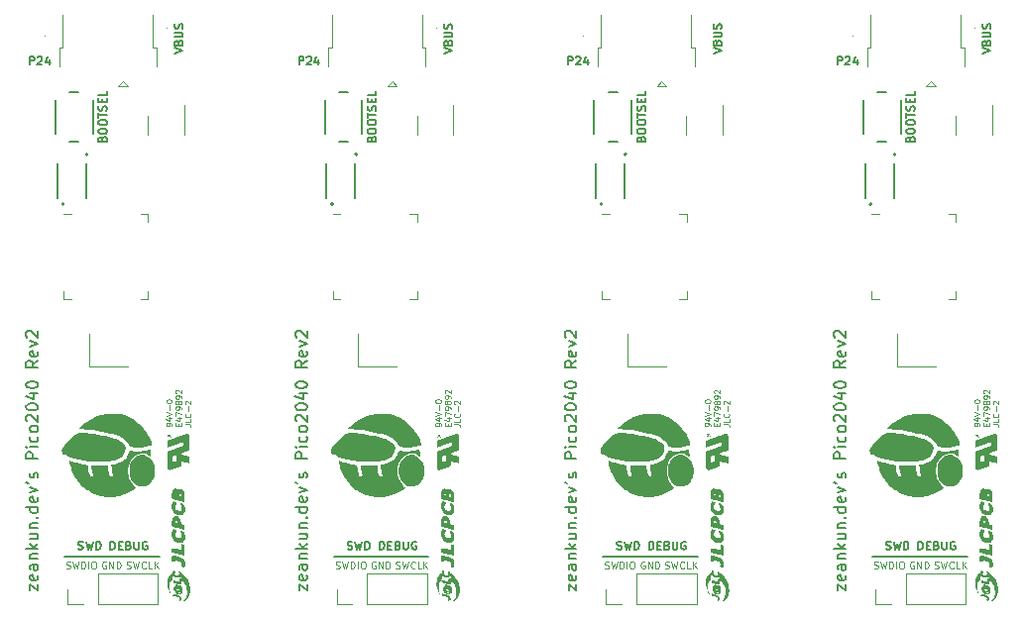
<source format=gbr>
%TF.GenerationSoftware,KiCad,Pcbnew,7.0.6*%
%TF.CreationDate,2023-08-11T19:51:33+07:00*%
%TF.ProjectId,Pico2040-Modular-Rev2-MP,5069636f-3230-4343-902d-4d6f64756c61,rev?*%
%TF.SameCoordinates,Original*%
%TF.FileFunction,Legend,Top*%
%TF.FilePolarity,Positive*%
%FSLAX46Y46*%
G04 Gerber Fmt 4.6, Leading zero omitted, Abs format (unit mm)*
G04 Created by KiCad (PCBNEW 7.0.6) date 2023-08-11 19:51:33*
%MOMM*%
%LPD*%
G01*
G04 APERTURE LIST*
%ADD10C,0.150000*%
%ADD11C,0.200000*%
%ADD12C,0.050000*%
%ADD13C,0.125000*%
%ADD14C,0.120000*%
%ADD15C,0.127000*%
%ADD16C,0.100000*%
G04 APERTURE END LIST*
D10*
X111432017Y-72723200D02*
X111532017Y-72756533D01*
X111532017Y-72756533D02*
X111698684Y-72756533D01*
X111698684Y-72756533D02*
X111765350Y-72723200D01*
X111765350Y-72723200D02*
X111798684Y-72689866D01*
X111798684Y-72689866D02*
X111832017Y-72623200D01*
X111832017Y-72623200D02*
X111832017Y-72556533D01*
X111832017Y-72556533D02*
X111798684Y-72489866D01*
X111798684Y-72489866D02*
X111765350Y-72456533D01*
X111765350Y-72456533D02*
X111698684Y-72423200D01*
X111698684Y-72423200D02*
X111565350Y-72389866D01*
X111565350Y-72389866D02*
X111498684Y-72356533D01*
X111498684Y-72356533D02*
X111465350Y-72323200D01*
X111465350Y-72323200D02*
X111432017Y-72256533D01*
X111432017Y-72256533D02*
X111432017Y-72189866D01*
X111432017Y-72189866D02*
X111465350Y-72123200D01*
X111465350Y-72123200D02*
X111498684Y-72089866D01*
X111498684Y-72089866D02*
X111565350Y-72056533D01*
X111565350Y-72056533D02*
X111732017Y-72056533D01*
X111732017Y-72056533D02*
X111832017Y-72089866D01*
X112065351Y-72056533D02*
X112232017Y-72756533D01*
X112232017Y-72756533D02*
X112365351Y-72256533D01*
X112365351Y-72256533D02*
X112498684Y-72756533D01*
X112498684Y-72756533D02*
X112665351Y-72056533D01*
X112932017Y-72756533D02*
X112932017Y-72056533D01*
X112932017Y-72056533D02*
X113098684Y-72056533D01*
X113098684Y-72056533D02*
X113198684Y-72089866D01*
X113198684Y-72089866D02*
X113265351Y-72156533D01*
X113265351Y-72156533D02*
X113298684Y-72223200D01*
X113298684Y-72223200D02*
X113332017Y-72356533D01*
X113332017Y-72356533D02*
X113332017Y-72456533D01*
X113332017Y-72456533D02*
X113298684Y-72589866D01*
X113298684Y-72589866D02*
X113265351Y-72656533D01*
X113265351Y-72656533D02*
X113198684Y-72723200D01*
X113198684Y-72723200D02*
X113098684Y-72756533D01*
X113098684Y-72756533D02*
X112932017Y-72756533D01*
X114165350Y-72756533D02*
X114165350Y-72056533D01*
X114165350Y-72056533D02*
X114332017Y-72056533D01*
X114332017Y-72056533D02*
X114432017Y-72089866D01*
X114432017Y-72089866D02*
X114498684Y-72156533D01*
X114498684Y-72156533D02*
X114532017Y-72223200D01*
X114532017Y-72223200D02*
X114565350Y-72356533D01*
X114565350Y-72356533D02*
X114565350Y-72456533D01*
X114565350Y-72456533D02*
X114532017Y-72589866D01*
X114532017Y-72589866D02*
X114498684Y-72656533D01*
X114498684Y-72656533D02*
X114432017Y-72723200D01*
X114432017Y-72723200D02*
X114332017Y-72756533D01*
X114332017Y-72756533D02*
X114165350Y-72756533D01*
X114865350Y-72389866D02*
X115098684Y-72389866D01*
X115198684Y-72756533D02*
X114865350Y-72756533D01*
X114865350Y-72756533D02*
X114865350Y-72056533D01*
X114865350Y-72056533D02*
X115198684Y-72056533D01*
X115732017Y-72389866D02*
X115832017Y-72423200D01*
X115832017Y-72423200D02*
X115865350Y-72456533D01*
X115865350Y-72456533D02*
X115898683Y-72523200D01*
X115898683Y-72523200D02*
X115898683Y-72623200D01*
X115898683Y-72623200D02*
X115865350Y-72689866D01*
X115865350Y-72689866D02*
X115832017Y-72723200D01*
X115832017Y-72723200D02*
X115765350Y-72756533D01*
X115765350Y-72756533D02*
X115498683Y-72756533D01*
X115498683Y-72756533D02*
X115498683Y-72056533D01*
X115498683Y-72056533D02*
X115732017Y-72056533D01*
X115732017Y-72056533D02*
X115798683Y-72089866D01*
X115798683Y-72089866D02*
X115832017Y-72123200D01*
X115832017Y-72123200D02*
X115865350Y-72189866D01*
X115865350Y-72189866D02*
X115865350Y-72256533D01*
X115865350Y-72256533D02*
X115832017Y-72323200D01*
X115832017Y-72323200D02*
X115798683Y-72356533D01*
X115798683Y-72356533D02*
X115732017Y-72389866D01*
X115732017Y-72389866D02*
X115498683Y-72389866D01*
X116198683Y-72056533D02*
X116198683Y-72623200D01*
X116198683Y-72623200D02*
X116232017Y-72689866D01*
X116232017Y-72689866D02*
X116265350Y-72723200D01*
X116265350Y-72723200D02*
X116332017Y-72756533D01*
X116332017Y-72756533D02*
X116465350Y-72756533D01*
X116465350Y-72756533D02*
X116532017Y-72723200D01*
X116532017Y-72723200D02*
X116565350Y-72689866D01*
X116565350Y-72689866D02*
X116598683Y-72623200D01*
X116598683Y-72623200D02*
X116598683Y-72056533D01*
X117298683Y-72089866D02*
X117232016Y-72056533D01*
X117232016Y-72056533D02*
X117132016Y-72056533D01*
X117132016Y-72056533D02*
X117032016Y-72089866D01*
X117032016Y-72089866D02*
X116965350Y-72156533D01*
X116965350Y-72156533D02*
X116932016Y-72223200D01*
X116932016Y-72223200D02*
X116898683Y-72356533D01*
X116898683Y-72356533D02*
X116898683Y-72456533D01*
X116898683Y-72456533D02*
X116932016Y-72589866D01*
X116932016Y-72589866D02*
X116965350Y-72656533D01*
X116965350Y-72656533D02*
X117032016Y-72723200D01*
X117032016Y-72723200D02*
X117132016Y-72756533D01*
X117132016Y-72756533D02*
X117198683Y-72756533D01*
X117198683Y-72756533D02*
X117298683Y-72723200D01*
X117298683Y-72723200D02*
X117332016Y-72689866D01*
X117332016Y-72689866D02*
X117332016Y-72456533D01*
X117332016Y-72456533D02*
X117198683Y-72456533D01*
X142656533Y-30334649D02*
X143356533Y-30101316D01*
X143356533Y-30101316D02*
X142656533Y-29867982D01*
X142989866Y-29401316D02*
X143023200Y-29301316D01*
X143023200Y-29301316D02*
X143056533Y-29267982D01*
X143056533Y-29267982D02*
X143123200Y-29234649D01*
X143123200Y-29234649D02*
X143223200Y-29234649D01*
X143223200Y-29234649D02*
X143289866Y-29267982D01*
X143289866Y-29267982D02*
X143323200Y-29301316D01*
X143323200Y-29301316D02*
X143356533Y-29367982D01*
X143356533Y-29367982D02*
X143356533Y-29634649D01*
X143356533Y-29634649D02*
X142656533Y-29634649D01*
X142656533Y-29634649D02*
X142656533Y-29401316D01*
X142656533Y-29401316D02*
X142689866Y-29334649D01*
X142689866Y-29334649D02*
X142723200Y-29301316D01*
X142723200Y-29301316D02*
X142789866Y-29267982D01*
X142789866Y-29267982D02*
X142856533Y-29267982D01*
X142856533Y-29267982D02*
X142923200Y-29301316D01*
X142923200Y-29301316D02*
X142956533Y-29334649D01*
X142956533Y-29334649D02*
X142989866Y-29401316D01*
X142989866Y-29401316D02*
X142989866Y-29634649D01*
X142656533Y-28934649D02*
X143223200Y-28934649D01*
X143223200Y-28934649D02*
X143289866Y-28901316D01*
X143289866Y-28901316D02*
X143323200Y-28867982D01*
X143323200Y-28867982D02*
X143356533Y-28801316D01*
X143356533Y-28801316D02*
X143356533Y-28667982D01*
X143356533Y-28667982D02*
X143323200Y-28601316D01*
X143323200Y-28601316D02*
X143289866Y-28567982D01*
X143289866Y-28567982D02*
X143223200Y-28534649D01*
X143223200Y-28534649D02*
X142656533Y-28534649D01*
X143323200Y-28234649D02*
X143356533Y-28134649D01*
X143356533Y-28134649D02*
X143356533Y-27967983D01*
X143356533Y-27967983D02*
X143323200Y-27901316D01*
X143323200Y-27901316D02*
X143289866Y-27867983D01*
X143289866Y-27867983D02*
X143223200Y-27834649D01*
X143223200Y-27834649D02*
X143156533Y-27834649D01*
X143156533Y-27834649D02*
X143089866Y-27867983D01*
X143089866Y-27867983D02*
X143056533Y-27901316D01*
X143056533Y-27901316D02*
X143023200Y-27967983D01*
X143023200Y-27967983D02*
X142989866Y-28101316D01*
X142989866Y-28101316D02*
X142956533Y-28167983D01*
X142956533Y-28167983D02*
X142923200Y-28201316D01*
X142923200Y-28201316D02*
X142856533Y-28234649D01*
X142856533Y-28234649D02*
X142789866Y-28234649D01*
X142789866Y-28234649D02*
X142723200Y-28201316D01*
X142723200Y-28201316D02*
X142689866Y-28167983D01*
X142689866Y-28167983D02*
X142656533Y-28101316D01*
X142656533Y-28101316D02*
X142656533Y-27934649D01*
X142656533Y-27934649D02*
X142689866Y-27834649D01*
D11*
X176300552Y-76225564D02*
X176300552Y-75701755D01*
X176300552Y-75701755D02*
X176967219Y-76225564D01*
X176967219Y-76225564D02*
X176967219Y-75701755D01*
X176919600Y-74939850D02*
X176967219Y-75035088D01*
X176967219Y-75035088D02*
X176967219Y-75225564D01*
X176967219Y-75225564D02*
X176919600Y-75320802D01*
X176919600Y-75320802D02*
X176824361Y-75368421D01*
X176824361Y-75368421D02*
X176443409Y-75368421D01*
X176443409Y-75368421D02*
X176348171Y-75320802D01*
X176348171Y-75320802D02*
X176300552Y-75225564D01*
X176300552Y-75225564D02*
X176300552Y-75035088D01*
X176300552Y-75035088D02*
X176348171Y-74939850D01*
X176348171Y-74939850D02*
X176443409Y-74892231D01*
X176443409Y-74892231D02*
X176538647Y-74892231D01*
X176538647Y-74892231D02*
X176633885Y-75368421D01*
X176967219Y-74035088D02*
X176443409Y-74035088D01*
X176443409Y-74035088D02*
X176348171Y-74082707D01*
X176348171Y-74082707D02*
X176300552Y-74177945D01*
X176300552Y-74177945D02*
X176300552Y-74368421D01*
X176300552Y-74368421D02*
X176348171Y-74463659D01*
X176919600Y-74035088D02*
X176967219Y-74130326D01*
X176967219Y-74130326D02*
X176967219Y-74368421D01*
X176967219Y-74368421D02*
X176919600Y-74463659D01*
X176919600Y-74463659D02*
X176824361Y-74511278D01*
X176824361Y-74511278D02*
X176729123Y-74511278D01*
X176729123Y-74511278D02*
X176633885Y-74463659D01*
X176633885Y-74463659D02*
X176586266Y-74368421D01*
X176586266Y-74368421D02*
X176586266Y-74130326D01*
X176586266Y-74130326D02*
X176538647Y-74035088D01*
X176300552Y-73558897D02*
X176967219Y-73558897D01*
X176395790Y-73558897D02*
X176348171Y-73511278D01*
X176348171Y-73511278D02*
X176300552Y-73416040D01*
X176300552Y-73416040D02*
X176300552Y-73273183D01*
X176300552Y-73273183D02*
X176348171Y-73177945D01*
X176348171Y-73177945D02*
X176443409Y-73130326D01*
X176443409Y-73130326D02*
X176967219Y-73130326D01*
X176967219Y-72654135D02*
X175967219Y-72654135D01*
X176586266Y-72558897D02*
X176967219Y-72273183D01*
X176300552Y-72273183D02*
X176681504Y-72654135D01*
X176300552Y-71416040D02*
X176967219Y-71416040D01*
X176300552Y-71844611D02*
X176824361Y-71844611D01*
X176824361Y-71844611D02*
X176919600Y-71796992D01*
X176919600Y-71796992D02*
X176967219Y-71701754D01*
X176967219Y-71701754D02*
X176967219Y-71558897D01*
X176967219Y-71558897D02*
X176919600Y-71463659D01*
X176919600Y-71463659D02*
X176871980Y-71416040D01*
X176300552Y-70939849D02*
X176967219Y-70939849D01*
X176395790Y-70939849D02*
X176348171Y-70892230D01*
X176348171Y-70892230D02*
X176300552Y-70796992D01*
X176300552Y-70796992D02*
X176300552Y-70654135D01*
X176300552Y-70654135D02*
X176348171Y-70558897D01*
X176348171Y-70558897D02*
X176443409Y-70511278D01*
X176443409Y-70511278D02*
X176967219Y-70511278D01*
X176871980Y-70035087D02*
X176919600Y-69987468D01*
X176919600Y-69987468D02*
X176967219Y-70035087D01*
X176967219Y-70035087D02*
X176919600Y-70082706D01*
X176919600Y-70082706D02*
X176871980Y-70035087D01*
X176871980Y-70035087D02*
X176967219Y-70035087D01*
X176967219Y-69130326D02*
X175967219Y-69130326D01*
X176919600Y-69130326D02*
X176967219Y-69225564D01*
X176967219Y-69225564D02*
X176967219Y-69416040D01*
X176967219Y-69416040D02*
X176919600Y-69511278D01*
X176919600Y-69511278D02*
X176871980Y-69558897D01*
X176871980Y-69558897D02*
X176776742Y-69606516D01*
X176776742Y-69606516D02*
X176491028Y-69606516D01*
X176491028Y-69606516D02*
X176395790Y-69558897D01*
X176395790Y-69558897D02*
X176348171Y-69511278D01*
X176348171Y-69511278D02*
X176300552Y-69416040D01*
X176300552Y-69416040D02*
X176300552Y-69225564D01*
X176300552Y-69225564D02*
X176348171Y-69130326D01*
X176919600Y-68273183D02*
X176967219Y-68368421D01*
X176967219Y-68368421D02*
X176967219Y-68558897D01*
X176967219Y-68558897D02*
X176919600Y-68654135D01*
X176919600Y-68654135D02*
X176824361Y-68701754D01*
X176824361Y-68701754D02*
X176443409Y-68701754D01*
X176443409Y-68701754D02*
X176348171Y-68654135D01*
X176348171Y-68654135D02*
X176300552Y-68558897D01*
X176300552Y-68558897D02*
X176300552Y-68368421D01*
X176300552Y-68368421D02*
X176348171Y-68273183D01*
X176348171Y-68273183D02*
X176443409Y-68225564D01*
X176443409Y-68225564D02*
X176538647Y-68225564D01*
X176538647Y-68225564D02*
X176633885Y-68701754D01*
X176300552Y-67892230D02*
X176967219Y-67654135D01*
X176967219Y-67654135D02*
X176300552Y-67416040D01*
X175967219Y-66987468D02*
X176157695Y-67082706D01*
X176919600Y-66606516D02*
X176967219Y-66511278D01*
X176967219Y-66511278D02*
X176967219Y-66320802D01*
X176967219Y-66320802D02*
X176919600Y-66225564D01*
X176919600Y-66225564D02*
X176824361Y-66177945D01*
X176824361Y-66177945D02*
X176776742Y-66177945D01*
X176776742Y-66177945D02*
X176681504Y-66225564D01*
X176681504Y-66225564D02*
X176633885Y-66320802D01*
X176633885Y-66320802D02*
X176633885Y-66463659D01*
X176633885Y-66463659D02*
X176586266Y-66558897D01*
X176586266Y-66558897D02*
X176491028Y-66606516D01*
X176491028Y-66606516D02*
X176443409Y-66606516D01*
X176443409Y-66606516D02*
X176348171Y-66558897D01*
X176348171Y-66558897D02*
X176300552Y-66463659D01*
X176300552Y-66463659D02*
X176300552Y-66320802D01*
X176300552Y-66320802D02*
X176348171Y-66225564D01*
X176967219Y-64987468D02*
X175967219Y-64987468D01*
X175967219Y-64987468D02*
X175967219Y-64606516D01*
X175967219Y-64606516D02*
X176014838Y-64511278D01*
X176014838Y-64511278D02*
X176062457Y-64463659D01*
X176062457Y-64463659D02*
X176157695Y-64416040D01*
X176157695Y-64416040D02*
X176300552Y-64416040D01*
X176300552Y-64416040D02*
X176395790Y-64463659D01*
X176395790Y-64463659D02*
X176443409Y-64511278D01*
X176443409Y-64511278D02*
X176491028Y-64606516D01*
X176491028Y-64606516D02*
X176491028Y-64987468D01*
X176967219Y-63987468D02*
X176300552Y-63987468D01*
X175967219Y-63987468D02*
X176014838Y-64035087D01*
X176014838Y-64035087D02*
X176062457Y-63987468D01*
X176062457Y-63987468D02*
X176014838Y-63939849D01*
X176014838Y-63939849D02*
X175967219Y-63987468D01*
X175967219Y-63987468D02*
X176062457Y-63987468D01*
X176919600Y-63082707D02*
X176967219Y-63177945D01*
X176967219Y-63177945D02*
X176967219Y-63368421D01*
X176967219Y-63368421D02*
X176919600Y-63463659D01*
X176919600Y-63463659D02*
X176871980Y-63511278D01*
X176871980Y-63511278D02*
X176776742Y-63558897D01*
X176776742Y-63558897D02*
X176491028Y-63558897D01*
X176491028Y-63558897D02*
X176395790Y-63511278D01*
X176395790Y-63511278D02*
X176348171Y-63463659D01*
X176348171Y-63463659D02*
X176300552Y-63368421D01*
X176300552Y-63368421D02*
X176300552Y-63177945D01*
X176300552Y-63177945D02*
X176348171Y-63082707D01*
X176967219Y-62511278D02*
X176919600Y-62606516D01*
X176919600Y-62606516D02*
X176871980Y-62654135D01*
X176871980Y-62654135D02*
X176776742Y-62701754D01*
X176776742Y-62701754D02*
X176491028Y-62701754D01*
X176491028Y-62701754D02*
X176395790Y-62654135D01*
X176395790Y-62654135D02*
X176348171Y-62606516D01*
X176348171Y-62606516D02*
X176300552Y-62511278D01*
X176300552Y-62511278D02*
X176300552Y-62368421D01*
X176300552Y-62368421D02*
X176348171Y-62273183D01*
X176348171Y-62273183D02*
X176395790Y-62225564D01*
X176395790Y-62225564D02*
X176491028Y-62177945D01*
X176491028Y-62177945D02*
X176776742Y-62177945D01*
X176776742Y-62177945D02*
X176871980Y-62225564D01*
X176871980Y-62225564D02*
X176919600Y-62273183D01*
X176919600Y-62273183D02*
X176967219Y-62368421D01*
X176967219Y-62368421D02*
X176967219Y-62511278D01*
X176062457Y-61796992D02*
X176014838Y-61749373D01*
X176014838Y-61749373D02*
X175967219Y-61654135D01*
X175967219Y-61654135D02*
X175967219Y-61416040D01*
X175967219Y-61416040D02*
X176014838Y-61320802D01*
X176014838Y-61320802D02*
X176062457Y-61273183D01*
X176062457Y-61273183D02*
X176157695Y-61225564D01*
X176157695Y-61225564D02*
X176252933Y-61225564D01*
X176252933Y-61225564D02*
X176395790Y-61273183D01*
X176395790Y-61273183D02*
X176967219Y-61844611D01*
X176967219Y-61844611D02*
X176967219Y-61225564D01*
X175967219Y-60606516D02*
X175967219Y-60511278D01*
X175967219Y-60511278D02*
X176014838Y-60416040D01*
X176014838Y-60416040D02*
X176062457Y-60368421D01*
X176062457Y-60368421D02*
X176157695Y-60320802D01*
X176157695Y-60320802D02*
X176348171Y-60273183D01*
X176348171Y-60273183D02*
X176586266Y-60273183D01*
X176586266Y-60273183D02*
X176776742Y-60320802D01*
X176776742Y-60320802D02*
X176871980Y-60368421D01*
X176871980Y-60368421D02*
X176919600Y-60416040D01*
X176919600Y-60416040D02*
X176967219Y-60511278D01*
X176967219Y-60511278D02*
X176967219Y-60606516D01*
X176967219Y-60606516D02*
X176919600Y-60701754D01*
X176919600Y-60701754D02*
X176871980Y-60749373D01*
X176871980Y-60749373D02*
X176776742Y-60796992D01*
X176776742Y-60796992D02*
X176586266Y-60844611D01*
X176586266Y-60844611D02*
X176348171Y-60844611D01*
X176348171Y-60844611D02*
X176157695Y-60796992D01*
X176157695Y-60796992D02*
X176062457Y-60749373D01*
X176062457Y-60749373D02*
X176014838Y-60701754D01*
X176014838Y-60701754D02*
X175967219Y-60606516D01*
X176300552Y-59416040D02*
X176967219Y-59416040D01*
X175919600Y-59654135D02*
X176633885Y-59892230D01*
X176633885Y-59892230D02*
X176633885Y-59273183D01*
X175967219Y-58701754D02*
X175967219Y-58606516D01*
X175967219Y-58606516D02*
X176014838Y-58511278D01*
X176014838Y-58511278D02*
X176062457Y-58463659D01*
X176062457Y-58463659D02*
X176157695Y-58416040D01*
X176157695Y-58416040D02*
X176348171Y-58368421D01*
X176348171Y-58368421D02*
X176586266Y-58368421D01*
X176586266Y-58368421D02*
X176776742Y-58416040D01*
X176776742Y-58416040D02*
X176871980Y-58463659D01*
X176871980Y-58463659D02*
X176919600Y-58511278D01*
X176919600Y-58511278D02*
X176967219Y-58606516D01*
X176967219Y-58606516D02*
X176967219Y-58701754D01*
X176967219Y-58701754D02*
X176919600Y-58796992D01*
X176919600Y-58796992D02*
X176871980Y-58844611D01*
X176871980Y-58844611D02*
X176776742Y-58892230D01*
X176776742Y-58892230D02*
X176586266Y-58939849D01*
X176586266Y-58939849D02*
X176348171Y-58939849D01*
X176348171Y-58939849D02*
X176157695Y-58892230D01*
X176157695Y-58892230D02*
X176062457Y-58844611D01*
X176062457Y-58844611D02*
X176014838Y-58796992D01*
X176014838Y-58796992D02*
X175967219Y-58701754D01*
X176967219Y-56606516D02*
X176491028Y-56939849D01*
X176967219Y-57177944D02*
X175967219Y-57177944D01*
X175967219Y-57177944D02*
X175967219Y-56796992D01*
X175967219Y-56796992D02*
X176014838Y-56701754D01*
X176014838Y-56701754D02*
X176062457Y-56654135D01*
X176062457Y-56654135D02*
X176157695Y-56606516D01*
X176157695Y-56606516D02*
X176300552Y-56606516D01*
X176300552Y-56606516D02*
X176395790Y-56654135D01*
X176395790Y-56654135D02*
X176443409Y-56701754D01*
X176443409Y-56701754D02*
X176491028Y-56796992D01*
X176491028Y-56796992D02*
X176491028Y-57177944D01*
X176919600Y-55796992D02*
X176967219Y-55892230D01*
X176967219Y-55892230D02*
X176967219Y-56082706D01*
X176967219Y-56082706D02*
X176919600Y-56177944D01*
X176919600Y-56177944D02*
X176824361Y-56225563D01*
X176824361Y-56225563D02*
X176443409Y-56225563D01*
X176443409Y-56225563D02*
X176348171Y-56177944D01*
X176348171Y-56177944D02*
X176300552Y-56082706D01*
X176300552Y-56082706D02*
X176300552Y-55892230D01*
X176300552Y-55892230D02*
X176348171Y-55796992D01*
X176348171Y-55796992D02*
X176443409Y-55749373D01*
X176443409Y-55749373D02*
X176538647Y-55749373D01*
X176538647Y-55749373D02*
X176633885Y-56225563D01*
X176300552Y-55416039D02*
X176967219Y-55177944D01*
X176967219Y-55177944D02*
X176300552Y-54939849D01*
X176062457Y-54606515D02*
X176014838Y-54558896D01*
X176014838Y-54558896D02*
X175967219Y-54463658D01*
X175967219Y-54463658D02*
X175967219Y-54225563D01*
X175967219Y-54225563D02*
X176014838Y-54130325D01*
X176014838Y-54130325D02*
X176062457Y-54082706D01*
X176062457Y-54082706D02*
X176157695Y-54035087D01*
X176157695Y-54035087D02*
X176252933Y-54035087D01*
X176252933Y-54035087D02*
X176395790Y-54082706D01*
X176395790Y-54082706D02*
X176967219Y-54654134D01*
X176967219Y-54654134D02*
X176967219Y-54035087D01*
D10*
X136489866Y-37651316D02*
X136523200Y-37551316D01*
X136523200Y-37551316D02*
X136556533Y-37517982D01*
X136556533Y-37517982D02*
X136623200Y-37484649D01*
X136623200Y-37484649D02*
X136723200Y-37484649D01*
X136723200Y-37484649D02*
X136789866Y-37517982D01*
X136789866Y-37517982D02*
X136823200Y-37551316D01*
X136823200Y-37551316D02*
X136856533Y-37617982D01*
X136856533Y-37617982D02*
X136856533Y-37884649D01*
X136856533Y-37884649D02*
X136156533Y-37884649D01*
X136156533Y-37884649D02*
X136156533Y-37651316D01*
X136156533Y-37651316D02*
X136189866Y-37584649D01*
X136189866Y-37584649D02*
X136223200Y-37551316D01*
X136223200Y-37551316D02*
X136289866Y-37517982D01*
X136289866Y-37517982D02*
X136356533Y-37517982D01*
X136356533Y-37517982D02*
X136423200Y-37551316D01*
X136423200Y-37551316D02*
X136456533Y-37584649D01*
X136456533Y-37584649D02*
X136489866Y-37651316D01*
X136489866Y-37651316D02*
X136489866Y-37884649D01*
X136156533Y-37051316D02*
X136156533Y-36917982D01*
X136156533Y-36917982D02*
X136189866Y-36851316D01*
X136189866Y-36851316D02*
X136256533Y-36784649D01*
X136256533Y-36784649D02*
X136389866Y-36751316D01*
X136389866Y-36751316D02*
X136623200Y-36751316D01*
X136623200Y-36751316D02*
X136756533Y-36784649D01*
X136756533Y-36784649D02*
X136823200Y-36851316D01*
X136823200Y-36851316D02*
X136856533Y-36917982D01*
X136856533Y-36917982D02*
X136856533Y-37051316D01*
X136856533Y-37051316D02*
X136823200Y-37117982D01*
X136823200Y-37117982D02*
X136756533Y-37184649D01*
X136756533Y-37184649D02*
X136623200Y-37217982D01*
X136623200Y-37217982D02*
X136389866Y-37217982D01*
X136389866Y-37217982D02*
X136256533Y-37184649D01*
X136256533Y-37184649D02*
X136189866Y-37117982D01*
X136189866Y-37117982D02*
X136156533Y-37051316D01*
X136156533Y-36317983D02*
X136156533Y-36184649D01*
X136156533Y-36184649D02*
X136189866Y-36117983D01*
X136189866Y-36117983D02*
X136256533Y-36051316D01*
X136256533Y-36051316D02*
X136389866Y-36017983D01*
X136389866Y-36017983D02*
X136623200Y-36017983D01*
X136623200Y-36017983D02*
X136756533Y-36051316D01*
X136756533Y-36051316D02*
X136823200Y-36117983D01*
X136823200Y-36117983D02*
X136856533Y-36184649D01*
X136856533Y-36184649D02*
X136856533Y-36317983D01*
X136856533Y-36317983D02*
X136823200Y-36384649D01*
X136823200Y-36384649D02*
X136756533Y-36451316D01*
X136756533Y-36451316D02*
X136623200Y-36484649D01*
X136623200Y-36484649D02*
X136389866Y-36484649D01*
X136389866Y-36484649D02*
X136256533Y-36451316D01*
X136256533Y-36451316D02*
X136189866Y-36384649D01*
X136189866Y-36384649D02*
X136156533Y-36317983D01*
X136156533Y-35817983D02*
X136156533Y-35417983D01*
X136856533Y-35617983D02*
X136156533Y-35617983D01*
X136823200Y-35217983D02*
X136856533Y-35117983D01*
X136856533Y-35117983D02*
X136856533Y-34951317D01*
X136856533Y-34951317D02*
X136823200Y-34884650D01*
X136823200Y-34884650D02*
X136789866Y-34851317D01*
X136789866Y-34851317D02*
X136723200Y-34817983D01*
X136723200Y-34817983D02*
X136656533Y-34817983D01*
X136656533Y-34817983D02*
X136589866Y-34851317D01*
X136589866Y-34851317D02*
X136556533Y-34884650D01*
X136556533Y-34884650D02*
X136523200Y-34951317D01*
X136523200Y-34951317D02*
X136489866Y-35084650D01*
X136489866Y-35084650D02*
X136456533Y-35151317D01*
X136456533Y-35151317D02*
X136423200Y-35184650D01*
X136423200Y-35184650D02*
X136356533Y-35217983D01*
X136356533Y-35217983D02*
X136289866Y-35217983D01*
X136289866Y-35217983D02*
X136223200Y-35184650D01*
X136223200Y-35184650D02*
X136189866Y-35151317D01*
X136189866Y-35151317D02*
X136156533Y-35084650D01*
X136156533Y-35084650D02*
X136156533Y-34917983D01*
X136156533Y-34917983D02*
X136189866Y-34817983D01*
X136489866Y-34517983D02*
X136489866Y-34284650D01*
X136856533Y-34184650D02*
X136856533Y-34517983D01*
X136856533Y-34517983D02*
X136156533Y-34517983D01*
X136156533Y-34517983D02*
X136156533Y-34184650D01*
X136856533Y-33551317D02*
X136856533Y-33884650D01*
X136856533Y-33884650D02*
X136156533Y-33884650D01*
X180432017Y-72723200D02*
X180532017Y-72756533D01*
X180532017Y-72756533D02*
X180698684Y-72756533D01*
X180698684Y-72756533D02*
X180765350Y-72723200D01*
X180765350Y-72723200D02*
X180798684Y-72689866D01*
X180798684Y-72689866D02*
X180832017Y-72623200D01*
X180832017Y-72623200D02*
X180832017Y-72556533D01*
X180832017Y-72556533D02*
X180798684Y-72489866D01*
X180798684Y-72489866D02*
X180765350Y-72456533D01*
X180765350Y-72456533D02*
X180698684Y-72423200D01*
X180698684Y-72423200D02*
X180565350Y-72389866D01*
X180565350Y-72389866D02*
X180498684Y-72356533D01*
X180498684Y-72356533D02*
X180465350Y-72323200D01*
X180465350Y-72323200D02*
X180432017Y-72256533D01*
X180432017Y-72256533D02*
X180432017Y-72189866D01*
X180432017Y-72189866D02*
X180465350Y-72123200D01*
X180465350Y-72123200D02*
X180498684Y-72089866D01*
X180498684Y-72089866D02*
X180565350Y-72056533D01*
X180565350Y-72056533D02*
X180732017Y-72056533D01*
X180732017Y-72056533D02*
X180832017Y-72089866D01*
X181065351Y-72056533D02*
X181232017Y-72756533D01*
X181232017Y-72756533D02*
X181365351Y-72256533D01*
X181365351Y-72256533D02*
X181498684Y-72756533D01*
X181498684Y-72756533D02*
X181665351Y-72056533D01*
X181932017Y-72756533D02*
X181932017Y-72056533D01*
X181932017Y-72056533D02*
X182098684Y-72056533D01*
X182098684Y-72056533D02*
X182198684Y-72089866D01*
X182198684Y-72089866D02*
X182265351Y-72156533D01*
X182265351Y-72156533D02*
X182298684Y-72223200D01*
X182298684Y-72223200D02*
X182332017Y-72356533D01*
X182332017Y-72356533D02*
X182332017Y-72456533D01*
X182332017Y-72456533D02*
X182298684Y-72589866D01*
X182298684Y-72589866D02*
X182265351Y-72656533D01*
X182265351Y-72656533D02*
X182198684Y-72723200D01*
X182198684Y-72723200D02*
X182098684Y-72756533D01*
X182098684Y-72756533D02*
X181932017Y-72756533D01*
X183165350Y-72756533D02*
X183165350Y-72056533D01*
X183165350Y-72056533D02*
X183332017Y-72056533D01*
X183332017Y-72056533D02*
X183432017Y-72089866D01*
X183432017Y-72089866D02*
X183498684Y-72156533D01*
X183498684Y-72156533D02*
X183532017Y-72223200D01*
X183532017Y-72223200D02*
X183565350Y-72356533D01*
X183565350Y-72356533D02*
X183565350Y-72456533D01*
X183565350Y-72456533D02*
X183532017Y-72589866D01*
X183532017Y-72589866D02*
X183498684Y-72656533D01*
X183498684Y-72656533D02*
X183432017Y-72723200D01*
X183432017Y-72723200D02*
X183332017Y-72756533D01*
X183332017Y-72756533D02*
X183165350Y-72756533D01*
X183865350Y-72389866D02*
X184098684Y-72389866D01*
X184198684Y-72756533D02*
X183865350Y-72756533D01*
X183865350Y-72756533D02*
X183865350Y-72056533D01*
X183865350Y-72056533D02*
X184198684Y-72056533D01*
X184732017Y-72389866D02*
X184832017Y-72423200D01*
X184832017Y-72423200D02*
X184865350Y-72456533D01*
X184865350Y-72456533D02*
X184898683Y-72523200D01*
X184898683Y-72523200D02*
X184898683Y-72623200D01*
X184898683Y-72623200D02*
X184865350Y-72689866D01*
X184865350Y-72689866D02*
X184832017Y-72723200D01*
X184832017Y-72723200D02*
X184765350Y-72756533D01*
X184765350Y-72756533D02*
X184498683Y-72756533D01*
X184498683Y-72756533D02*
X184498683Y-72056533D01*
X184498683Y-72056533D02*
X184732017Y-72056533D01*
X184732017Y-72056533D02*
X184798683Y-72089866D01*
X184798683Y-72089866D02*
X184832017Y-72123200D01*
X184832017Y-72123200D02*
X184865350Y-72189866D01*
X184865350Y-72189866D02*
X184865350Y-72256533D01*
X184865350Y-72256533D02*
X184832017Y-72323200D01*
X184832017Y-72323200D02*
X184798683Y-72356533D01*
X184798683Y-72356533D02*
X184732017Y-72389866D01*
X184732017Y-72389866D02*
X184498683Y-72389866D01*
X185198683Y-72056533D02*
X185198683Y-72623200D01*
X185198683Y-72623200D02*
X185232017Y-72689866D01*
X185232017Y-72689866D02*
X185265350Y-72723200D01*
X185265350Y-72723200D02*
X185332017Y-72756533D01*
X185332017Y-72756533D02*
X185465350Y-72756533D01*
X185465350Y-72756533D02*
X185532017Y-72723200D01*
X185532017Y-72723200D02*
X185565350Y-72689866D01*
X185565350Y-72689866D02*
X185598683Y-72623200D01*
X185598683Y-72623200D02*
X185598683Y-72056533D01*
X186298683Y-72089866D02*
X186232016Y-72056533D01*
X186232016Y-72056533D02*
X186132016Y-72056533D01*
X186132016Y-72056533D02*
X186032016Y-72089866D01*
X186032016Y-72089866D02*
X185965350Y-72156533D01*
X185965350Y-72156533D02*
X185932016Y-72223200D01*
X185932016Y-72223200D02*
X185898683Y-72356533D01*
X185898683Y-72356533D02*
X185898683Y-72456533D01*
X185898683Y-72456533D02*
X185932016Y-72589866D01*
X185932016Y-72589866D02*
X185965350Y-72656533D01*
X185965350Y-72656533D02*
X186032016Y-72723200D01*
X186032016Y-72723200D02*
X186132016Y-72756533D01*
X186132016Y-72756533D02*
X186198683Y-72756533D01*
X186198683Y-72756533D02*
X186298683Y-72723200D01*
X186298683Y-72723200D02*
X186332016Y-72689866D01*
X186332016Y-72689866D02*
X186332016Y-72456533D01*
X186332016Y-72456533D02*
X186198683Y-72456533D01*
X134432017Y-72723200D02*
X134532017Y-72756533D01*
X134532017Y-72756533D02*
X134698684Y-72756533D01*
X134698684Y-72756533D02*
X134765350Y-72723200D01*
X134765350Y-72723200D02*
X134798684Y-72689866D01*
X134798684Y-72689866D02*
X134832017Y-72623200D01*
X134832017Y-72623200D02*
X134832017Y-72556533D01*
X134832017Y-72556533D02*
X134798684Y-72489866D01*
X134798684Y-72489866D02*
X134765350Y-72456533D01*
X134765350Y-72456533D02*
X134698684Y-72423200D01*
X134698684Y-72423200D02*
X134565350Y-72389866D01*
X134565350Y-72389866D02*
X134498684Y-72356533D01*
X134498684Y-72356533D02*
X134465350Y-72323200D01*
X134465350Y-72323200D02*
X134432017Y-72256533D01*
X134432017Y-72256533D02*
X134432017Y-72189866D01*
X134432017Y-72189866D02*
X134465350Y-72123200D01*
X134465350Y-72123200D02*
X134498684Y-72089866D01*
X134498684Y-72089866D02*
X134565350Y-72056533D01*
X134565350Y-72056533D02*
X134732017Y-72056533D01*
X134732017Y-72056533D02*
X134832017Y-72089866D01*
X135065351Y-72056533D02*
X135232017Y-72756533D01*
X135232017Y-72756533D02*
X135365351Y-72256533D01*
X135365351Y-72256533D02*
X135498684Y-72756533D01*
X135498684Y-72756533D02*
X135665351Y-72056533D01*
X135932017Y-72756533D02*
X135932017Y-72056533D01*
X135932017Y-72056533D02*
X136098684Y-72056533D01*
X136098684Y-72056533D02*
X136198684Y-72089866D01*
X136198684Y-72089866D02*
X136265351Y-72156533D01*
X136265351Y-72156533D02*
X136298684Y-72223200D01*
X136298684Y-72223200D02*
X136332017Y-72356533D01*
X136332017Y-72356533D02*
X136332017Y-72456533D01*
X136332017Y-72456533D02*
X136298684Y-72589866D01*
X136298684Y-72589866D02*
X136265351Y-72656533D01*
X136265351Y-72656533D02*
X136198684Y-72723200D01*
X136198684Y-72723200D02*
X136098684Y-72756533D01*
X136098684Y-72756533D02*
X135932017Y-72756533D01*
X137165350Y-72756533D02*
X137165350Y-72056533D01*
X137165350Y-72056533D02*
X137332017Y-72056533D01*
X137332017Y-72056533D02*
X137432017Y-72089866D01*
X137432017Y-72089866D02*
X137498684Y-72156533D01*
X137498684Y-72156533D02*
X137532017Y-72223200D01*
X137532017Y-72223200D02*
X137565350Y-72356533D01*
X137565350Y-72356533D02*
X137565350Y-72456533D01*
X137565350Y-72456533D02*
X137532017Y-72589866D01*
X137532017Y-72589866D02*
X137498684Y-72656533D01*
X137498684Y-72656533D02*
X137432017Y-72723200D01*
X137432017Y-72723200D02*
X137332017Y-72756533D01*
X137332017Y-72756533D02*
X137165350Y-72756533D01*
X137865350Y-72389866D02*
X138098684Y-72389866D01*
X138198684Y-72756533D02*
X137865350Y-72756533D01*
X137865350Y-72756533D02*
X137865350Y-72056533D01*
X137865350Y-72056533D02*
X138198684Y-72056533D01*
X138732017Y-72389866D02*
X138832017Y-72423200D01*
X138832017Y-72423200D02*
X138865350Y-72456533D01*
X138865350Y-72456533D02*
X138898683Y-72523200D01*
X138898683Y-72523200D02*
X138898683Y-72623200D01*
X138898683Y-72623200D02*
X138865350Y-72689866D01*
X138865350Y-72689866D02*
X138832017Y-72723200D01*
X138832017Y-72723200D02*
X138765350Y-72756533D01*
X138765350Y-72756533D02*
X138498683Y-72756533D01*
X138498683Y-72756533D02*
X138498683Y-72056533D01*
X138498683Y-72056533D02*
X138732017Y-72056533D01*
X138732017Y-72056533D02*
X138798683Y-72089866D01*
X138798683Y-72089866D02*
X138832017Y-72123200D01*
X138832017Y-72123200D02*
X138865350Y-72189866D01*
X138865350Y-72189866D02*
X138865350Y-72256533D01*
X138865350Y-72256533D02*
X138832017Y-72323200D01*
X138832017Y-72323200D02*
X138798683Y-72356533D01*
X138798683Y-72356533D02*
X138732017Y-72389866D01*
X138732017Y-72389866D02*
X138498683Y-72389866D01*
X139198683Y-72056533D02*
X139198683Y-72623200D01*
X139198683Y-72623200D02*
X139232017Y-72689866D01*
X139232017Y-72689866D02*
X139265350Y-72723200D01*
X139265350Y-72723200D02*
X139332017Y-72756533D01*
X139332017Y-72756533D02*
X139465350Y-72756533D01*
X139465350Y-72756533D02*
X139532017Y-72723200D01*
X139532017Y-72723200D02*
X139565350Y-72689866D01*
X139565350Y-72689866D02*
X139598683Y-72623200D01*
X139598683Y-72623200D02*
X139598683Y-72056533D01*
X140298683Y-72089866D02*
X140232016Y-72056533D01*
X140232016Y-72056533D02*
X140132016Y-72056533D01*
X140132016Y-72056533D02*
X140032016Y-72089866D01*
X140032016Y-72089866D02*
X139965350Y-72156533D01*
X139965350Y-72156533D02*
X139932016Y-72223200D01*
X139932016Y-72223200D02*
X139898683Y-72356533D01*
X139898683Y-72356533D02*
X139898683Y-72456533D01*
X139898683Y-72456533D02*
X139932016Y-72589866D01*
X139932016Y-72589866D02*
X139965350Y-72656533D01*
X139965350Y-72656533D02*
X140032016Y-72723200D01*
X140032016Y-72723200D02*
X140132016Y-72756533D01*
X140132016Y-72756533D02*
X140198683Y-72756533D01*
X140198683Y-72756533D02*
X140298683Y-72723200D01*
X140298683Y-72723200D02*
X140332016Y-72689866D01*
X140332016Y-72689866D02*
X140332016Y-72456533D01*
X140332016Y-72456533D02*
X140198683Y-72456533D01*
X107265350Y-31306533D02*
X107265350Y-30606533D01*
X107265350Y-30606533D02*
X107532017Y-30606533D01*
X107532017Y-30606533D02*
X107598684Y-30639866D01*
X107598684Y-30639866D02*
X107632017Y-30673200D01*
X107632017Y-30673200D02*
X107665350Y-30739866D01*
X107665350Y-30739866D02*
X107665350Y-30839866D01*
X107665350Y-30839866D02*
X107632017Y-30906533D01*
X107632017Y-30906533D02*
X107598684Y-30939866D01*
X107598684Y-30939866D02*
X107532017Y-30973200D01*
X107532017Y-30973200D02*
X107265350Y-30973200D01*
X107932017Y-30673200D02*
X107965350Y-30639866D01*
X107965350Y-30639866D02*
X108032017Y-30606533D01*
X108032017Y-30606533D02*
X108198684Y-30606533D01*
X108198684Y-30606533D02*
X108265350Y-30639866D01*
X108265350Y-30639866D02*
X108298684Y-30673200D01*
X108298684Y-30673200D02*
X108332017Y-30739866D01*
X108332017Y-30739866D02*
X108332017Y-30806533D01*
X108332017Y-30806533D02*
X108298684Y-30906533D01*
X108298684Y-30906533D02*
X107898684Y-31306533D01*
X107898684Y-31306533D02*
X108332017Y-31306533D01*
X108932017Y-30839866D02*
X108932017Y-31306533D01*
X108765351Y-30573200D02*
X108598684Y-31073200D01*
X108598684Y-31073200D02*
X109032017Y-31073200D01*
X182489866Y-37651316D02*
X182523200Y-37551316D01*
X182523200Y-37551316D02*
X182556533Y-37517982D01*
X182556533Y-37517982D02*
X182623200Y-37484649D01*
X182623200Y-37484649D02*
X182723200Y-37484649D01*
X182723200Y-37484649D02*
X182789866Y-37517982D01*
X182789866Y-37517982D02*
X182823200Y-37551316D01*
X182823200Y-37551316D02*
X182856533Y-37617982D01*
X182856533Y-37617982D02*
X182856533Y-37884649D01*
X182856533Y-37884649D02*
X182156533Y-37884649D01*
X182156533Y-37884649D02*
X182156533Y-37651316D01*
X182156533Y-37651316D02*
X182189866Y-37584649D01*
X182189866Y-37584649D02*
X182223200Y-37551316D01*
X182223200Y-37551316D02*
X182289866Y-37517982D01*
X182289866Y-37517982D02*
X182356533Y-37517982D01*
X182356533Y-37517982D02*
X182423200Y-37551316D01*
X182423200Y-37551316D02*
X182456533Y-37584649D01*
X182456533Y-37584649D02*
X182489866Y-37651316D01*
X182489866Y-37651316D02*
X182489866Y-37884649D01*
X182156533Y-37051316D02*
X182156533Y-36917982D01*
X182156533Y-36917982D02*
X182189866Y-36851316D01*
X182189866Y-36851316D02*
X182256533Y-36784649D01*
X182256533Y-36784649D02*
X182389866Y-36751316D01*
X182389866Y-36751316D02*
X182623200Y-36751316D01*
X182623200Y-36751316D02*
X182756533Y-36784649D01*
X182756533Y-36784649D02*
X182823200Y-36851316D01*
X182823200Y-36851316D02*
X182856533Y-36917982D01*
X182856533Y-36917982D02*
X182856533Y-37051316D01*
X182856533Y-37051316D02*
X182823200Y-37117982D01*
X182823200Y-37117982D02*
X182756533Y-37184649D01*
X182756533Y-37184649D02*
X182623200Y-37217982D01*
X182623200Y-37217982D02*
X182389866Y-37217982D01*
X182389866Y-37217982D02*
X182256533Y-37184649D01*
X182256533Y-37184649D02*
X182189866Y-37117982D01*
X182189866Y-37117982D02*
X182156533Y-37051316D01*
X182156533Y-36317983D02*
X182156533Y-36184649D01*
X182156533Y-36184649D02*
X182189866Y-36117983D01*
X182189866Y-36117983D02*
X182256533Y-36051316D01*
X182256533Y-36051316D02*
X182389866Y-36017983D01*
X182389866Y-36017983D02*
X182623200Y-36017983D01*
X182623200Y-36017983D02*
X182756533Y-36051316D01*
X182756533Y-36051316D02*
X182823200Y-36117983D01*
X182823200Y-36117983D02*
X182856533Y-36184649D01*
X182856533Y-36184649D02*
X182856533Y-36317983D01*
X182856533Y-36317983D02*
X182823200Y-36384649D01*
X182823200Y-36384649D02*
X182756533Y-36451316D01*
X182756533Y-36451316D02*
X182623200Y-36484649D01*
X182623200Y-36484649D02*
X182389866Y-36484649D01*
X182389866Y-36484649D02*
X182256533Y-36451316D01*
X182256533Y-36451316D02*
X182189866Y-36384649D01*
X182189866Y-36384649D02*
X182156533Y-36317983D01*
X182156533Y-35817983D02*
X182156533Y-35417983D01*
X182856533Y-35617983D02*
X182156533Y-35617983D01*
X182823200Y-35217983D02*
X182856533Y-35117983D01*
X182856533Y-35117983D02*
X182856533Y-34951317D01*
X182856533Y-34951317D02*
X182823200Y-34884650D01*
X182823200Y-34884650D02*
X182789866Y-34851317D01*
X182789866Y-34851317D02*
X182723200Y-34817983D01*
X182723200Y-34817983D02*
X182656533Y-34817983D01*
X182656533Y-34817983D02*
X182589866Y-34851317D01*
X182589866Y-34851317D02*
X182556533Y-34884650D01*
X182556533Y-34884650D02*
X182523200Y-34951317D01*
X182523200Y-34951317D02*
X182489866Y-35084650D01*
X182489866Y-35084650D02*
X182456533Y-35151317D01*
X182456533Y-35151317D02*
X182423200Y-35184650D01*
X182423200Y-35184650D02*
X182356533Y-35217983D01*
X182356533Y-35217983D02*
X182289866Y-35217983D01*
X182289866Y-35217983D02*
X182223200Y-35184650D01*
X182223200Y-35184650D02*
X182189866Y-35151317D01*
X182189866Y-35151317D02*
X182156533Y-35084650D01*
X182156533Y-35084650D02*
X182156533Y-34917983D01*
X182156533Y-34917983D02*
X182189866Y-34817983D01*
X182489866Y-34517983D02*
X182489866Y-34284650D01*
X182856533Y-34184650D02*
X182856533Y-34517983D01*
X182856533Y-34517983D02*
X182156533Y-34517983D01*
X182156533Y-34517983D02*
X182156533Y-34184650D01*
X182856533Y-33551317D02*
X182856533Y-33884650D01*
X182856533Y-33884650D02*
X182156533Y-33884650D01*
D11*
X153300552Y-76225564D02*
X153300552Y-75701755D01*
X153300552Y-75701755D02*
X153967219Y-76225564D01*
X153967219Y-76225564D02*
X153967219Y-75701755D01*
X153919600Y-74939850D02*
X153967219Y-75035088D01*
X153967219Y-75035088D02*
X153967219Y-75225564D01*
X153967219Y-75225564D02*
X153919600Y-75320802D01*
X153919600Y-75320802D02*
X153824361Y-75368421D01*
X153824361Y-75368421D02*
X153443409Y-75368421D01*
X153443409Y-75368421D02*
X153348171Y-75320802D01*
X153348171Y-75320802D02*
X153300552Y-75225564D01*
X153300552Y-75225564D02*
X153300552Y-75035088D01*
X153300552Y-75035088D02*
X153348171Y-74939850D01*
X153348171Y-74939850D02*
X153443409Y-74892231D01*
X153443409Y-74892231D02*
X153538647Y-74892231D01*
X153538647Y-74892231D02*
X153633885Y-75368421D01*
X153967219Y-74035088D02*
X153443409Y-74035088D01*
X153443409Y-74035088D02*
X153348171Y-74082707D01*
X153348171Y-74082707D02*
X153300552Y-74177945D01*
X153300552Y-74177945D02*
X153300552Y-74368421D01*
X153300552Y-74368421D02*
X153348171Y-74463659D01*
X153919600Y-74035088D02*
X153967219Y-74130326D01*
X153967219Y-74130326D02*
X153967219Y-74368421D01*
X153967219Y-74368421D02*
X153919600Y-74463659D01*
X153919600Y-74463659D02*
X153824361Y-74511278D01*
X153824361Y-74511278D02*
X153729123Y-74511278D01*
X153729123Y-74511278D02*
X153633885Y-74463659D01*
X153633885Y-74463659D02*
X153586266Y-74368421D01*
X153586266Y-74368421D02*
X153586266Y-74130326D01*
X153586266Y-74130326D02*
X153538647Y-74035088D01*
X153300552Y-73558897D02*
X153967219Y-73558897D01*
X153395790Y-73558897D02*
X153348171Y-73511278D01*
X153348171Y-73511278D02*
X153300552Y-73416040D01*
X153300552Y-73416040D02*
X153300552Y-73273183D01*
X153300552Y-73273183D02*
X153348171Y-73177945D01*
X153348171Y-73177945D02*
X153443409Y-73130326D01*
X153443409Y-73130326D02*
X153967219Y-73130326D01*
X153967219Y-72654135D02*
X152967219Y-72654135D01*
X153586266Y-72558897D02*
X153967219Y-72273183D01*
X153300552Y-72273183D02*
X153681504Y-72654135D01*
X153300552Y-71416040D02*
X153967219Y-71416040D01*
X153300552Y-71844611D02*
X153824361Y-71844611D01*
X153824361Y-71844611D02*
X153919600Y-71796992D01*
X153919600Y-71796992D02*
X153967219Y-71701754D01*
X153967219Y-71701754D02*
X153967219Y-71558897D01*
X153967219Y-71558897D02*
X153919600Y-71463659D01*
X153919600Y-71463659D02*
X153871980Y-71416040D01*
X153300552Y-70939849D02*
X153967219Y-70939849D01*
X153395790Y-70939849D02*
X153348171Y-70892230D01*
X153348171Y-70892230D02*
X153300552Y-70796992D01*
X153300552Y-70796992D02*
X153300552Y-70654135D01*
X153300552Y-70654135D02*
X153348171Y-70558897D01*
X153348171Y-70558897D02*
X153443409Y-70511278D01*
X153443409Y-70511278D02*
X153967219Y-70511278D01*
X153871980Y-70035087D02*
X153919600Y-69987468D01*
X153919600Y-69987468D02*
X153967219Y-70035087D01*
X153967219Y-70035087D02*
X153919600Y-70082706D01*
X153919600Y-70082706D02*
X153871980Y-70035087D01*
X153871980Y-70035087D02*
X153967219Y-70035087D01*
X153967219Y-69130326D02*
X152967219Y-69130326D01*
X153919600Y-69130326D02*
X153967219Y-69225564D01*
X153967219Y-69225564D02*
X153967219Y-69416040D01*
X153967219Y-69416040D02*
X153919600Y-69511278D01*
X153919600Y-69511278D02*
X153871980Y-69558897D01*
X153871980Y-69558897D02*
X153776742Y-69606516D01*
X153776742Y-69606516D02*
X153491028Y-69606516D01*
X153491028Y-69606516D02*
X153395790Y-69558897D01*
X153395790Y-69558897D02*
X153348171Y-69511278D01*
X153348171Y-69511278D02*
X153300552Y-69416040D01*
X153300552Y-69416040D02*
X153300552Y-69225564D01*
X153300552Y-69225564D02*
X153348171Y-69130326D01*
X153919600Y-68273183D02*
X153967219Y-68368421D01*
X153967219Y-68368421D02*
X153967219Y-68558897D01*
X153967219Y-68558897D02*
X153919600Y-68654135D01*
X153919600Y-68654135D02*
X153824361Y-68701754D01*
X153824361Y-68701754D02*
X153443409Y-68701754D01*
X153443409Y-68701754D02*
X153348171Y-68654135D01*
X153348171Y-68654135D02*
X153300552Y-68558897D01*
X153300552Y-68558897D02*
X153300552Y-68368421D01*
X153300552Y-68368421D02*
X153348171Y-68273183D01*
X153348171Y-68273183D02*
X153443409Y-68225564D01*
X153443409Y-68225564D02*
X153538647Y-68225564D01*
X153538647Y-68225564D02*
X153633885Y-68701754D01*
X153300552Y-67892230D02*
X153967219Y-67654135D01*
X153967219Y-67654135D02*
X153300552Y-67416040D01*
X152967219Y-66987468D02*
X153157695Y-67082706D01*
X153919600Y-66606516D02*
X153967219Y-66511278D01*
X153967219Y-66511278D02*
X153967219Y-66320802D01*
X153967219Y-66320802D02*
X153919600Y-66225564D01*
X153919600Y-66225564D02*
X153824361Y-66177945D01*
X153824361Y-66177945D02*
X153776742Y-66177945D01*
X153776742Y-66177945D02*
X153681504Y-66225564D01*
X153681504Y-66225564D02*
X153633885Y-66320802D01*
X153633885Y-66320802D02*
X153633885Y-66463659D01*
X153633885Y-66463659D02*
X153586266Y-66558897D01*
X153586266Y-66558897D02*
X153491028Y-66606516D01*
X153491028Y-66606516D02*
X153443409Y-66606516D01*
X153443409Y-66606516D02*
X153348171Y-66558897D01*
X153348171Y-66558897D02*
X153300552Y-66463659D01*
X153300552Y-66463659D02*
X153300552Y-66320802D01*
X153300552Y-66320802D02*
X153348171Y-66225564D01*
X153967219Y-64987468D02*
X152967219Y-64987468D01*
X152967219Y-64987468D02*
X152967219Y-64606516D01*
X152967219Y-64606516D02*
X153014838Y-64511278D01*
X153014838Y-64511278D02*
X153062457Y-64463659D01*
X153062457Y-64463659D02*
X153157695Y-64416040D01*
X153157695Y-64416040D02*
X153300552Y-64416040D01*
X153300552Y-64416040D02*
X153395790Y-64463659D01*
X153395790Y-64463659D02*
X153443409Y-64511278D01*
X153443409Y-64511278D02*
X153491028Y-64606516D01*
X153491028Y-64606516D02*
X153491028Y-64987468D01*
X153967219Y-63987468D02*
X153300552Y-63987468D01*
X152967219Y-63987468D02*
X153014838Y-64035087D01*
X153014838Y-64035087D02*
X153062457Y-63987468D01*
X153062457Y-63987468D02*
X153014838Y-63939849D01*
X153014838Y-63939849D02*
X152967219Y-63987468D01*
X152967219Y-63987468D02*
X153062457Y-63987468D01*
X153919600Y-63082707D02*
X153967219Y-63177945D01*
X153967219Y-63177945D02*
X153967219Y-63368421D01*
X153967219Y-63368421D02*
X153919600Y-63463659D01*
X153919600Y-63463659D02*
X153871980Y-63511278D01*
X153871980Y-63511278D02*
X153776742Y-63558897D01*
X153776742Y-63558897D02*
X153491028Y-63558897D01*
X153491028Y-63558897D02*
X153395790Y-63511278D01*
X153395790Y-63511278D02*
X153348171Y-63463659D01*
X153348171Y-63463659D02*
X153300552Y-63368421D01*
X153300552Y-63368421D02*
X153300552Y-63177945D01*
X153300552Y-63177945D02*
X153348171Y-63082707D01*
X153967219Y-62511278D02*
X153919600Y-62606516D01*
X153919600Y-62606516D02*
X153871980Y-62654135D01*
X153871980Y-62654135D02*
X153776742Y-62701754D01*
X153776742Y-62701754D02*
X153491028Y-62701754D01*
X153491028Y-62701754D02*
X153395790Y-62654135D01*
X153395790Y-62654135D02*
X153348171Y-62606516D01*
X153348171Y-62606516D02*
X153300552Y-62511278D01*
X153300552Y-62511278D02*
X153300552Y-62368421D01*
X153300552Y-62368421D02*
X153348171Y-62273183D01*
X153348171Y-62273183D02*
X153395790Y-62225564D01*
X153395790Y-62225564D02*
X153491028Y-62177945D01*
X153491028Y-62177945D02*
X153776742Y-62177945D01*
X153776742Y-62177945D02*
X153871980Y-62225564D01*
X153871980Y-62225564D02*
X153919600Y-62273183D01*
X153919600Y-62273183D02*
X153967219Y-62368421D01*
X153967219Y-62368421D02*
X153967219Y-62511278D01*
X153062457Y-61796992D02*
X153014838Y-61749373D01*
X153014838Y-61749373D02*
X152967219Y-61654135D01*
X152967219Y-61654135D02*
X152967219Y-61416040D01*
X152967219Y-61416040D02*
X153014838Y-61320802D01*
X153014838Y-61320802D02*
X153062457Y-61273183D01*
X153062457Y-61273183D02*
X153157695Y-61225564D01*
X153157695Y-61225564D02*
X153252933Y-61225564D01*
X153252933Y-61225564D02*
X153395790Y-61273183D01*
X153395790Y-61273183D02*
X153967219Y-61844611D01*
X153967219Y-61844611D02*
X153967219Y-61225564D01*
X152967219Y-60606516D02*
X152967219Y-60511278D01*
X152967219Y-60511278D02*
X153014838Y-60416040D01*
X153014838Y-60416040D02*
X153062457Y-60368421D01*
X153062457Y-60368421D02*
X153157695Y-60320802D01*
X153157695Y-60320802D02*
X153348171Y-60273183D01*
X153348171Y-60273183D02*
X153586266Y-60273183D01*
X153586266Y-60273183D02*
X153776742Y-60320802D01*
X153776742Y-60320802D02*
X153871980Y-60368421D01*
X153871980Y-60368421D02*
X153919600Y-60416040D01*
X153919600Y-60416040D02*
X153967219Y-60511278D01*
X153967219Y-60511278D02*
X153967219Y-60606516D01*
X153967219Y-60606516D02*
X153919600Y-60701754D01*
X153919600Y-60701754D02*
X153871980Y-60749373D01*
X153871980Y-60749373D02*
X153776742Y-60796992D01*
X153776742Y-60796992D02*
X153586266Y-60844611D01*
X153586266Y-60844611D02*
X153348171Y-60844611D01*
X153348171Y-60844611D02*
X153157695Y-60796992D01*
X153157695Y-60796992D02*
X153062457Y-60749373D01*
X153062457Y-60749373D02*
X153014838Y-60701754D01*
X153014838Y-60701754D02*
X152967219Y-60606516D01*
X153300552Y-59416040D02*
X153967219Y-59416040D01*
X152919600Y-59654135D02*
X153633885Y-59892230D01*
X153633885Y-59892230D02*
X153633885Y-59273183D01*
X152967219Y-58701754D02*
X152967219Y-58606516D01*
X152967219Y-58606516D02*
X153014838Y-58511278D01*
X153014838Y-58511278D02*
X153062457Y-58463659D01*
X153062457Y-58463659D02*
X153157695Y-58416040D01*
X153157695Y-58416040D02*
X153348171Y-58368421D01*
X153348171Y-58368421D02*
X153586266Y-58368421D01*
X153586266Y-58368421D02*
X153776742Y-58416040D01*
X153776742Y-58416040D02*
X153871980Y-58463659D01*
X153871980Y-58463659D02*
X153919600Y-58511278D01*
X153919600Y-58511278D02*
X153967219Y-58606516D01*
X153967219Y-58606516D02*
X153967219Y-58701754D01*
X153967219Y-58701754D02*
X153919600Y-58796992D01*
X153919600Y-58796992D02*
X153871980Y-58844611D01*
X153871980Y-58844611D02*
X153776742Y-58892230D01*
X153776742Y-58892230D02*
X153586266Y-58939849D01*
X153586266Y-58939849D02*
X153348171Y-58939849D01*
X153348171Y-58939849D02*
X153157695Y-58892230D01*
X153157695Y-58892230D02*
X153062457Y-58844611D01*
X153062457Y-58844611D02*
X153014838Y-58796992D01*
X153014838Y-58796992D02*
X152967219Y-58701754D01*
X153967219Y-56606516D02*
X153491028Y-56939849D01*
X153967219Y-57177944D02*
X152967219Y-57177944D01*
X152967219Y-57177944D02*
X152967219Y-56796992D01*
X152967219Y-56796992D02*
X153014838Y-56701754D01*
X153014838Y-56701754D02*
X153062457Y-56654135D01*
X153062457Y-56654135D02*
X153157695Y-56606516D01*
X153157695Y-56606516D02*
X153300552Y-56606516D01*
X153300552Y-56606516D02*
X153395790Y-56654135D01*
X153395790Y-56654135D02*
X153443409Y-56701754D01*
X153443409Y-56701754D02*
X153491028Y-56796992D01*
X153491028Y-56796992D02*
X153491028Y-57177944D01*
X153919600Y-55796992D02*
X153967219Y-55892230D01*
X153967219Y-55892230D02*
X153967219Y-56082706D01*
X153967219Y-56082706D02*
X153919600Y-56177944D01*
X153919600Y-56177944D02*
X153824361Y-56225563D01*
X153824361Y-56225563D02*
X153443409Y-56225563D01*
X153443409Y-56225563D02*
X153348171Y-56177944D01*
X153348171Y-56177944D02*
X153300552Y-56082706D01*
X153300552Y-56082706D02*
X153300552Y-55892230D01*
X153300552Y-55892230D02*
X153348171Y-55796992D01*
X153348171Y-55796992D02*
X153443409Y-55749373D01*
X153443409Y-55749373D02*
X153538647Y-55749373D01*
X153538647Y-55749373D02*
X153633885Y-56225563D01*
X153300552Y-55416039D02*
X153967219Y-55177944D01*
X153967219Y-55177944D02*
X153300552Y-54939849D01*
X153062457Y-54606515D02*
X153014838Y-54558896D01*
X153014838Y-54558896D02*
X152967219Y-54463658D01*
X152967219Y-54463658D02*
X152967219Y-54225563D01*
X152967219Y-54225563D02*
X153014838Y-54130325D01*
X153014838Y-54130325D02*
X153062457Y-54082706D01*
X153062457Y-54082706D02*
X153157695Y-54035087D01*
X153157695Y-54035087D02*
X153252933Y-54035087D01*
X153252933Y-54035087D02*
X153395790Y-54082706D01*
X153395790Y-54082706D02*
X153967219Y-54654134D01*
X153967219Y-54654134D02*
X153967219Y-54035087D01*
D12*
X136790036Y-73802542D02*
X136732894Y-73773971D01*
X136732894Y-73773971D02*
X136647179Y-73773971D01*
X136647179Y-73773971D02*
X136561465Y-73802542D01*
X136561465Y-73802542D02*
X136504322Y-73859685D01*
X136504322Y-73859685D02*
X136475751Y-73916828D01*
X136475751Y-73916828D02*
X136447179Y-74031114D01*
X136447179Y-74031114D02*
X136447179Y-74116828D01*
X136447179Y-74116828D02*
X136475751Y-74231114D01*
X136475751Y-74231114D02*
X136504322Y-74288257D01*
X136504322Y-74288257D02*
X136561465Y-74345400D01*
X136561465Y-74345400D02*
X136647179Y-74373971D01*
X136647179Y-74373971D02*
X136704322Y-74373971D01*
X136704322Y-74373971D02*
X136790036Y-74345400D01*
X136790036Y-74345400D02*
X136818608Y-74316828D01*
X136818608Y-74316828D02*
X136818608Y-74116828D01*
X136818608Y-74116828D02*
X136704322Y-74116828D01*
X137075751Y-74373971D02*
X137075751Y-73773971D01*
X137075751Y-73773971D02*
X137418608Y-74373971D01*
X137418608Y-74373971D02*
X137418608Y-73773971D01*
X137704322Y-74373971D02*
X137704322Y-73773971D01*
X137704322Y-73773971D02*
X137847179Y-73773971D01*
X137847179Y-73773971D02*
X137932893Y-73802542D01*
X137932893Y-73802542D02*
X137990036Y-73859685D01*
X137990036Y-73859685D02*
X138018607Y-73916828D01*
X138018607Y-73916828D02*
X138047179Y-74031114D01*
X138047179Y-74031114D02*
X138047179Y-74116828D01*
X138047179Y-74116828D02*
X138018607Y-74231114D01*
X138018607Y-74231114D02*
X137990036Y-74288257D01*
X137990036Y-74288257D02*
X137932893Y-74345400D01*
X137932893Y-74345400D02*
X137847179Y-74373971D01*
X137847179Y-74373971D02*
X137704322Y-74373971D01*
D11*
X130300552Y-76225564D02*
X130300552Y-75701755D01*
X130300552Y-75701755D02*
X130967219Y-76225564D01*
X130967219Y-76225564D02*
X130967219Y-75701755D01*
X130919600Y-74939850D02*
X130967219Y-75035088D01*
X130967219Y-75035088D02*
X130967219Y-75225564D01*
X130967219Y-75225564D02*
X130919600Y-75320802D01*
X130919600Y-75320802D02*
X130824361Y-75368421D01*
X130824361Y-75368421D02*
X130443409Y-75368421D01*
X130443409Y-75368421D02*
X130348171Y-75320802D01*
X130348171Y-75320802D02*
X130300552Y-75225564D01*
X130300552Y-75225564D02*
X130300552Y-75035088D01*
X130300552Y-75035088D02*
X130348171Y-74939850D01*
X130348171Y-74939850D02*
X130443409Y-74892231D01*
X130443409Y-74892231D02*
X130538647Y-74892231D01*
X130538647Y-74892231D02*
X130633885Y-75368421D01*
X130967219Y-74035088D02*
X130443409Y-74035088D01*
X130443409Y-74035088D02*
X130348171Y-74082707D01*
X130348171Y-74082707D02*
X130300552Y-74177945D01*
X130300552Y-74177945D02*
X130300552Y-74368421D01*
X130300552Y-74368421D02*
X130348171Y-74463659D01*
X130919600Y-74035088D02*
X130967219Y-74130326D01*
X130967219Y-74130326D02*
X130967219Y-74368421D01*
X130967219Y-74368421D02*
X130919600Y-74463659D01*
X130919600Y-74463659D02*
X130824361Y-74511278D01*
X130824361Y-74511278D02*
X130729123Y-74511278D01*
X130729123Y-74511278D02*
X130633885Y-74463659D01*
X130633885Y-74463659D02*
X130586266Y-74368421D01*
X130586266Y-74368421D02*
X130586266Y-74130326D01*
X130586266Y-74130326D02*
X130538647Y-74035088D01*
X130300552Y-73558897D02*
X130967219Y-73558897D01*
X130395790Y-73558897D02*
X130348171Y-73511278D01*
X130348171Y-73511278D02*
X130300552Y-73416040D01*
X130300552Y-73416040D02*
X130300552Y-73273183D01*
X130300552Y-73273183D02*
X130348171Y-73177945D01*
X130348171Y-73177945D02*
X130443409Y-73130326D01*
X130443409Y-73130326D02*
X130967219Y-73130326D01*
X130967219Y-72654135D02*
X129967219Y-72654135D01*
X130586266Y-72558897D02*
X130967219Y-72273183D01*
X130300552Y-72273183D02*
X130681504Y-72654135D01*
X130300552Y-71416040D02*
X130967219Y-71416040D01*
X130300552Y-71844611D02*
X130824361Y-71844611D01*
X130824361Y-71844611D02*
X130919600Y-71796992D01*
X130919600Y-71796992D02*
X130967219Y-71701754D01*
X130967219Y-71701754D02*
X130967219Y-71558897D01*
X130967219Y-71558897D02*
X130919600Y-71463659D01*
X130919600Y-71463659D02*
X130871980Y-71416040D01*
X130300552Y-70939849D02*
X130967219Y-70939849D01*
X130395790Y-70939849D02*
X130348171Y-70892230D01*
X130348171Y-70892230D02*
X130300552Y-70796992D01*
X130300552Y-70796992D02*
X130300552Y-70654135D01*
X130300552Y-70654135D02*
X130348171Y-70558897D01*
X130348171Y-70558897D02*
X130443409Y-70511278D01*
X130443409Y-70511278D02*
X130967219Y-70511278D01*
X130871980Y-70035087D02*
X130919600Y-69987468D01*
X130919600Y-69987468D02*
X130967219Y-70035087D01*
X130967219Y-70035087D02*
X130919600Y-70082706D01*
X130919600Y-70082706D02*
X130871980Y-70035087D01*
X130871980Y-70035087D02*
X130967219Y-70035087D01*
X130967219Y-69130326D02*
X129967219Y-69130326D01*
X130919600Y-69130326D02*
X130967219Y-69225564D01*
X130967219Y-69225564D02*
X130967219Y-69416040D01*
X130967219Y-69416040D02*
X130919600Y-69511278D01*
X130919600Y-69511278D02*
X130871980Y-69558897D01*
X130871980Y-69558897D02*
X130776742Y-69606516D01*
X130776742Y-69606516D02*
X130491028Y-69606516D01*
X130491028Y-69606516D02*
X130395790Y-69558897D01*
X130395790Y-69558897D02*
X130348171Y-69511278D01*
X130348171Y-69511278D02*
X130300552Y-69416040D01*
X130300552Y-69416040D02*
X130300552Y-69225564D01*
X130300552Y-69225564D02*
X130348171Y-69130326D01*
X130919600Y-68273183D02*
X130967219Y-68368421D01*
X130967219Y-68368421D02*
X130967219Y-68558897D01*
X130967219Y-68558897D02*
X130919600Y-68654135D01*
X130919600Y-68654135D02*
X130824361Y-68701754D01*
X130824361Y-68701754D02*
X130443409Y-68701754D01*
X130443409Y-68701754D02*
X130348171Y-68654135D01*
X130348171Y-68654135D02*
X130300552Y-68558897D01*
X130300552Y-68558897D02*
X130300552Y-68368421D01*
X130300552Y-68368421D02*
X130348171Y-68273183D01*
X130348171Y-68273183D02*
X130443409Y-68225564D01*
X130443409Y-68225564D02*
X130538647Y-68225564D01*
X130538647Y-68225564D02*
X130633885Y-68701754D01*
X130300552Y-67892230D02*
X130967219Y-67654135D01*
X130967219Y-67654135D02*
X130300552Y-67416040D01*
X129967219Y-66987468D02*
X130157695Y-67082706D01*
X130919600Y-66606516D02*
X130967219Y-66511278D01*
X130967219Y-66511278D02*
X130967219Y-66320802D01*
X130967219Y-66320802D02*
X130919600Y-66225564D01*
X130919600Y-66225564D02*
X130824361Y-66177945D01*
X130824361Y-66177945D02*
X130776742Y-66177945D01*
X130776742Y-66177945D02*
X130681504Y-66225564D01*
X130681504Y-66225564D02*
X130633885Y-66320802D01*
X130633885Y-66320802D02*
X130633885Y-66463659D01*
X130633885Y-66463659D02*
X130586266Y-66558897D01*
X130586266Y-66558897D02*
X130491028Y-66606516D01*
X130491028Y-66606516D02*
X130443409Y-66606516D01*
X130443409Y-66606516D02*
X130348171Y-66558897D01*
X130348171Y-66558897D02*
X130300552Y-66463659D01*
X130300552Y-66463659D02*
X130300552Y-66320802D01*
X130300552Y-66320802D02*
X130348171Y-66225564D01*
X130967219Y-64987468D02*
X129967219Y-64987468D01*
X129967219Y-64987468D02*
X129967219Y-64606516D01*
X129967219Y-64606516D02*
X130014838Y-64511278D01*
X130014838Y-64511278D02*
X130062457Y-64463659D01*
X130062457Y-64463659D02*
X130157695Y-64416040D01*
X130157695Y-64416040D02*
X130300552Y-64416040D01*
X130300552Y-64416040D02*
X130395790Y-64463659D01*
X130395790Y-64463659D02*
X130443409Y-64511278D01*
X130443409Y-64511278D02*
X130491028Y-64606516D01*
X130491028Y-64606516D02*
X130491028Y-64987468D01*
X130967219Y-63987468D02*
X130300552Y-63987468D01*
X129967219Y-63987468D02*
X130014838Y-64035087D01*
X130014838Y-64035087D02*
X130062457Y-63987468D01*
X130062457Y-63987468D02*
X130014838Y-63939849D01*
X130014838Y-63939849D02*
X129967219Y-63987468D01*
X129967219Y-63987468D02*
X130062457Y-63987468D01*
X130919600Y-63082707D02*
X130967219Y-63177945D01*
X130967219Y-63177945D02*
X130967219Y-63368421D01*
X130967219Y-63368421D02*
X130919600Y-63463659D01*
X130919600Y-63463659D02*
X130871980Y-63511278D01*
X130871980Y-63511278D02*
X130776742Y-63558897D01*
X130776742Y-63558897D02*
X130491028Y-63558897D01*
X130491028Y-63558897D02*
X130395790Y-63511278D01*
X130395790Y-63511278D02*
X130348171Y-63463659D01*
X130348171Y-63463659D02*
X130300552Y-63368421D01*
X130300552Y-63368421D02*
X130300552Y-63177945D01*
X130300552Y-63177945D02*
X130348171Y-63082707D01*
X130967219Y-62511278D02*
X130919600Y-62606516D01*
X130919600Y-62606516D02*
X130871980Y-62654135D01*
X130871980Y-62654135D02*
X130776742Y-62701754D01*
X130776742Y-62701754D02*
X130491028Y-62701754D01*
X130491028Y-62701754D02*
X130395790Y-62654135D01*
X130395790Y-62654135D02*
X130348171Y-62606516D01*
X130348171Y-62606516D02*
X130300552Y-62511278D01*
X130300552Y-62511278D02*
X130300552Y-62368421D01*
X130300552Y-62368421D02*
X130348171Y-62273183D01*
X130348171Y-62273183D02*
X130395790Y-62225564D01*
X130395790Y-62225564D02*
X130491028Y-62177945D01*
X130491028Y-62177945D02*
X130776742Y-62177945D01*
X130776742Y-62177945D02*
X130871980Y-62225564D01*
X130871980Y-62225564D02*
X130919600Y-62273183D01*
X130919600Y-62273183D02*
X130967219Y-62368421D01*
X130967219Y-62368421D02*
X130967219Y-62511278D01*
X130062457Y-61796992D02*
X130014838Y-61749373D01*
X130014838Y-61749373D02*
X129967219Y-61654135D01*
X129967219Y-61654135D02*
X129967219Y-61416040D01*
X129967219Y-61416040D02*
X130014838Y-61320802D01*
X130014838Y-61320802D02*
X130062457Y-61273183D01*
X130062457Y-61273183D02*
X130157695Y-61225564D01*
X130157695Y-61225564D02*
X130252933Y-61225564D01*
X130252933Y-61225564D02*
X130395790Y-61273183D01*
X130395790Y-61273183D02*
X130967219Y-61844611D01*
X130967219Y-61844611D02*
X130967219Y-61225564D01*
X129967219Y-60606516D02*
X129967219Y-60511278D01*
X129967219Y-60511278D02*
X130014838Y-60416040D01*
X130014838Y-60416040D02*
X130062457Y-60368421D01*
X130062457Y-60368421D02*
X130157695Y-60320802D01*
X130157695Y-60320802D02*
X130348171Y-60273183D01*
X130348171Y-60273183D02*
X130586266Y-60273183D01*
X130586266Y-60273183D02*
X130776742Y-60320802D01*
X130776742Y-60320802D02*
X130871980Y-60368421D01*
X130871980Y-60368421D02*
X130919600Y-60416040D01*
X130919600Y-60416040D02*
X130967219Y-60511278D01*
X130967219Y-60511278D02*
X130967219Y-60606516D01*
X130967219Y-60606516D02*
X130919600Y-60701754D01*
X130919600Y-60701754D02*
X130871980Y-60749373D01*
X130871980Y-60749373D02*
X130776742Y-60796992D01*
X130776742Y-60796992D02*
X130586266Y-60844611D01*
X130586266Y-60844611D02*
X130348171Y-60844611D01*
X130348171Y-60844611D02*
X130157695Y-60796992D01*
X130157695Y-60796992D02*
X130062457Y-60749373D01*
X130062457Y-60749373D02*
X130014838Y-60701754D01*
X130014838Y-60701754D02*
X129967219Y-60606516D01*
X130300552Y-59416040D02*
X130967219Y-59416040D01*
X129919600Y-59654135D02*
X130633885Y-59892230D01*
X130633885Y-59892230D02*
X130633885Y-59273183D01*
X129967219Y-58701754D02*
X129967219Y-58606516D01*
X129967219Y-58606516D02*
X130014838Y-58511278D01*
X130014838Y-58511278D02*
X130062457Y-58463659D01*
X130062457Y-58463659D02*
X130157695Y-58416040D01*
X130157695Y-58416040D02*
X130348171Y-58368421D01*
X130348171Y-58368421D02*
X130586266Y-58368421D01*
X130586266Y-58368421D02*
X130776742Y-58416040D01*
X130776742Y-58416040D02*
X130871980Y-58463659D01*
X130871980Y-58463659D02*
X130919600Y-58511278D01*
X130919600Y-58511278D02*
X130967219Y-58606516D01*
X130967219Y-58606516D02*
X130967219Y-58701754D01*
X130967219Y-58701754D02*
X130919600Y-58796992D01*
X130919600Y-58796992D02*
X130871980Y-58844611D01*
X130871980Y-58844611D02*
X130776742Y-58892230D01*
X130776742Y-58892230D02*
X130586266Y-58939849D01*
X130586266Y-58939849D02*
X130348171Y-58939849D01*
X130348171Y-58939849D02*
X130157695Y-58892230D01*
X130157695Y-58892230D02*
X130062457Y-58844611D01*
X130062457Y-58844611D02*
X130014838Y-58796992D01*
X130014838Y-58796992D02*
X129967219Y-58701754D01*
X130967219Y-56606516D02*
X130491028Y-56939849D01*
X130967219Y-57177944D02*
X129967219Y-57177944D01*
X129967219Y-57177944D02*
X129967219Y-56796992D01*
X129967219Y-56796992D02*
X130014838Y-56701754D01*
X130014838Y-56701754D02*
X130062457Y-56654135D01*
X130062457Y-56654135D02*
X130157695Y-56606516D01*
X130157695Y-56606516D02*
X130300552Y-56606516D01*
X130300552Y-56606516D02*
X130395790Y-56654135D01*
X130395790Y-56654135D02*
X130443409Y-56701754D01*
X130443409Y-56701754D02*
X130491028Y-56796992D01*
X130491028Y-56796992D02*
X130491028Y-57177944D01*
X130919600Y-55796992D02*
X130967219Y-55892230D01*
X130967219Y-55892230D02*
X130967219Y-56082706D01*
X130967219Y-56082706D02*
X130919600Y-56177944D01*
X130919600Y-56177944D02*
X130824361Y-56225563D01*
X130824361Y-56225563D02*
X130443409Y-56225563D01*
X130443409Y-56225563D02*
X130348171Y-56177944D01*
X130348171Y-56177944D02*
X130300552Y-56082706D01*
X130300552Y-56082706D02*
X130300552Y-55892230D01*
X130300552Y-55892230D02*
X130348171Y-55796992D01*
X130348171Y-55796992D02*
X130443409Y-55749373D01*
X130443409Y-55749373D02*
X130538647Y-55749373D01*
X130538647Y-55749373D02*
X130633885Y-56225563D01*
X130300552Y-55416039D02*
X130967219Y-55177944D01*
X130967219Y-55177944D02*
X130300552Y-54939849D01*
X130062457Y-54606515D02*
X130014838Y-54558896D01*
X130014838Y-54558896D02*
X129967219Y-54463658D01*
X129967219Y-54463658D02*
X129967219Y-54225563D01*
X129967219Y-54225563D02*
X130014838Y-54130325D01*
X130014838Y-54130325D02*
X130062457Y-54082706D01*
X130062457Y-54082706D02*
X130157695Y-54035087D01*
X130157695Y-54035087D02*
X130252933Y-54035087D01*
X130252933Y-54035087D02*
X130395790Y-54082706D01*
X130395790Y-54082706D02*
X130967219Y-54654134D01*
X130967219Y-54654134D02*
X130967219Y-54035087D01*
D12*
X138547179Y-74345400D02*
X138632894Y-74373971D01*
X138632894Y-74373971D02*
X138775751Y-74373971D01*
X138775751Y-74373971D02*
X138832894Y-74345400D01*
X138832894Y-74345400D02*
X138861465Y-74316828D01*
X138861465Y-74316828D02*
X138890036Y-74259685D01*
X138890036Y-74259685D02*
X138890036Y-74202542D01*
X138890036Y-74202542D02*
X138861465Y-74145400D01*
X138861465Y-74145400D02*
X138832894Y-74116828D01*
X138832894Y-74116828D02*
X138775751Y-74088257D01*
X138775751Y-74088257D02*
X138661465Y-74059685D01*
X138661465Y-74059685D02*
X138604322Y-74031114D01*
X138604322Y-74031114D02*
X138575751Y-74002542D01*
X138575751Y-74002542D02*
X138547179Y-73945400D01*
X138547179Y-73945400D02*
X138547179Y-73888257D01*
X138547179Y-73888257D02*
X138575751Y-73831114D01*
X138575751Y-73831114D02*
X138604322Y-73802542D01*
X138604322Y-73802542D02*
X138661465Y-73773971D01*
X138661465Y-73773971D02*
X138804322Y-73773971D01*
X138804322Y-73773971D02*
X138890036Y-73802542D01*
X139090037Y-73773971D02*
X139232894Y-74373971D01*
X139232894Y-74373971D02*
X139347180Y-73945400D01*
X139347180Y-73945400D02*
X139461465Y-74373971D01*
X139461465Y-74373971D02*
X139604323Y-73773971D01*
X140175751Y-74316828D02*
X140147179Y-74345400D01*
X140147179Y-74345400D02*
X140061465Y-74373971D01*
X140061465Y-74373971D02*
X140004322Y-74373971D01*
X140004322Y-74373971D02*
X139918608Y-74345400D01*
X139918608Y-74345400D02*
X139861465Y-74288257D01*
X139861465Y-74288257D02*
X139832894Y-74231114D01*
X139832894Y-74231114D02*
X139804322Y-74116828D01*
X139804322Y-74116828D02*
X139804322Y-74031114D01*
X139804322Y-74031114D02*
X139832894Y-73916828D01*
X139832894Y-73916828D02*
X139861465Y-73859685D01*
X139861465Y-73859685D02*
X139918608Y-73802542D01*
X139918608Y-73802542D02*
X140004322Y-73773971D01*
X140004322Y-73773971D02*
X140061465Y-73773971D01*
X140061465Y-73773971D02*
X140147179Y-73802542D01*
X140147179Y-73802542D02*
X140175751Y-73831114D01*
X140718608Y-74373971D02*
X140432894Y-74373971D01*
X140432894Y-74373971D02*
X140432894Y-73773971D01*
X140918608Y-74373971D02*
X140918608Y-73773971D01*
X141261465Y-74373971D02*
X141004322Y-74031114D01*
X141261465Y-73773971D02*
X140918608Y-74116828D01*
D13*
X119422309Y-62174906D02*
X119422309Y-62079668D01*
X119422309Y-62079668D02*
X119398500Y-62032049D01*
X119398500Y-62032049D02*
X119374690Y-62008240D01*
X119374690Y-62008240D02*
X119303261Y-61960621D01*
X119303261Y-61960621D02*
X119208023Y-61936811D01*
X119208023Y-61936811D02*
X119017547Y-61936811D01*
X119017547Y-61936811D02*
X118969928Y-61960621D01*
X118969928Y-61960621D02*
X118946119Y-61984430D01*
X118946119Y-61984430D02*
X118922309Y-62032049D01*
X118922309Y-62032049D02*
X118922309Y-62127287D01*
X118922309Y-62127287D02*
X118946119Y-62174906D01*
X118946119Y-62174906D02*
X118969928Y-62198716D01*
X118969928Y-62198716D02*
X119017547Y-62222525D01*
X119017547Y-62222525D02*
X119136595Y-62222525D01*
X119136595Y-62222525D02*
X119184214Y-62198716D01*
X119184214Y-62198716D02*
X119208023Y-62174906D01*
X119208023Y-62174906D02*
X119231833Y-62127287D01*
X119231833Y-62127287D02*
X119231833Y-62032049D01*
X119231833Y-62032049D02*
X119208023Y-61984430D01*
X119208023Y-61984430D02*
X119184214Y-61960621D01*
X119184214Y-61960621D02*
X119136595Y-61936811D01*
X119088976Y-61508240D02*
X119422309Y-61508240D01*
X118898500Y-61627288D02*
X119255642Y-61746335D01*
X119255642Y-61746335D02*
X119255642Y-61436812D01*
X118922309Y-61317764D02*
X119422309Y-61151098D01*
X119422309Y-61151098D02*
X118922309Y-60984431D01*
X119231833Y-60817765D02*
X119231833Y-60436813D01*
X118922309Y-60103479D02*
X118922309Y-60055860D01*
X118922309Y-60055860D02*
X118946119Y-60008241D01*
X118946119Y-60008241D02*
X118969928Y-59984431D01*
X118969928Y-59984431D02*
X119017547Y-59960622D01*
X119017547Y-59960622D02*
X119112785Y-59936812D01*
X119112785Y-59936812D02*
X119231833Y-59936812D01*
X119231833Y-59936812D02*
X119327071Y-59960622D01*
X119327071Y-59960622D02*
X119374690Y-59984431D01*
X119374690Y-59984431D02*
X119398500Y-60008241D01*
X119398500Y-60008241D02*
X119422309Y-60055860D01*
X119422309Y-60055860D02*
X119422309Y-60103479D01*
X119422309Y-60103479D02*
X119398500Y-60151098D01*
X119398500Y-60151098D02*
X119374690Y-60174907D01*
X119374690Y-60174907D02*
X119327071Y-60198717D01*
X119327071Y-60198717D02*
X119231833Y-60222526D01*
X119231833Y-60222526D02*
X119112785Y-60222526D01*
X119112785Y-60222526D02*
X119017547Y-60198717D01*
X119017547Y-60198717D02*
X118969928Y-60174907D01*
X118969928Y-60174907D02*
X118946119Y-60151098D01*
X118946119Y-60151098D02*
X118922309Y-60103479D01*
X119965404Y-62198716D02*
X119965404Y-62032049D01*
X120227309Y-61960621D02*
X120227309Y-62198716D01*
X120227309Y-62198716D02*
X119727309Y-62198716D01*
X119727309Y-62198716D02*
X119727309Y-61960621D01*
X119893976Y-61532049D02*
X120227309Y-61532049D01*
X119703500Y-61651097D02*
X120060642Y-61770144D01*
X120060642Y-61770144D02*
X120060642Y-61460621D01*
X119727309Y-61317764D02*
X119727309Y-60984431D01*
X119727309Y-60984431D02*
X120227309Y-61198716D01*
X120227309Y-60770145D02*
X120227309Y-60674907D01*
X120227309Y-60674907D02*
X120203500Y-60627288D01*
X120203500Y-60627288D02*
X120179690Y-60603479D01*
X120179690Y-60603479D02*
X120108261Y-60555860D01*
X120108261Y-60555860D02*
X120013023Y-60532050D01*
X120013023Y-60532050D02*
X119822547Y-60532050D01*
X119822547Y-60532050D02*
X119774928Y-60555860D01*
X119774928Y-60555860D02*
X119751119Y-60579669D01*
X119751119Y-60579669D02*
X119727309Y-60627288D01*
X119727309Y-60627288D02*
X119727309Y-60722526D01*
X119727309Y-60722526D02*
X119751119Y-60770145D01*
X119751119Y-60770145D02*
X119774928Y-60793955D01*
X119774928Y-60793955D02*
X119822547Y-60817764D01*
X119822547Y-60817764D02*
X119941595Y-60817764D01*
X119941595Y-60817764D02*
X119989214Y-60793955D01*
X119989214Y-60793955D02*
X120013023Y-60770145D01*
X120013023Y-60770145D02*
X120036833Y-60722526D01*
X120036833Y-60722526D02*
X120036833Y-60627288D01*
X120036833Y-60627288D02*
X120013023Y-60579669D01*
X120013023Y-60579669D02*
X119989214Y-60555860D01*
X119989214Y-60555860D02*
X119941595Y-60532050D01*
X119941595Y-60246336D02*
X119917785Y-60293955D01*
X119917785Y-60293955D02*
X119893976Y-60317765D01*
X119893976Y-60317765D02*
X119846357Y-60341574D01*
X119846357Y-60341574D02*
X119822547Y-60341574D01*
X119822547Y-60341574D02*
X119774928Y-60317765D01*
X119774928Y-60317765D02*
X119751119Y-60293955D01*
X119751119Y-60293955D02*
X119727309Y-60246336D01*
X119727309Y-60246336D02*
X119727309Y-60151098D01*
X119727309Y-60151098D02*
X119751119Y-60103479D01*
X119751119Y-60103479D02*
X119774928Y-60079670D01*
X119774928Y-60079670D02*
X119822547Y-60055860D01*
X119822547Y-60055860D02*
X119846357Y-60055860D01*
X119846357Y-60055860D02*
X119893976Y-60079670D01*
X119893976Y-60079670D02*
X119917785Y-60103479D01*
X119917785Y-60103479D02*
X119941595Y-60151098D01*
X119941595Y-60151098D02*
X119941595Y-60246336D01*
X119941595Y-60246336D02*
X119965404Y-60293955D01*
X119965404Y-60293955D02*
X119989214Y-60317765D01*
X119989214Y-60317765D02*
X120036833Y-60341574D01*
X120036833Y-60341574D02*
X120132071Y-60341574D01*
X120132071Y-60341574D02*
X120179690Y-60317765D01*
X120179690Y-60317765D02*
X120203500Y-60293955D01*
X120203500Y-60293955D02*
X120227309Y-60246336D01*
X120227309Y-60246336D02*
X120227309Y-60151098D01*
X120227309Y-60151098D02*
X120203500Y-60103479D01*
X120203500Y-60103479D02*
X120179690Y-60079670D01*
X120179690Y-60079670D02*
X120132071Y-60055860D01*
X120132071Y-60055860D02*
X120036833Y-60055860D01*
X120036833Y-60055860D02*
X119989214Y-60079670D01*
X119989214Y-60079670D02*
X119965404Y-60103479D01*
X119965404Y-60103479D02*
X119941595Y-60151098D01*
X120227309Y-59817765D02*
X120227309Y-59722527D01*
X120227309Y-59722527D02*
X120203500Y-59674908D01*
X120203500Y-59674908D02*
X120179690Y-59651099D01*
X120179690Y-59651099D02*
X120108261Y-59603480D01*
X120108261Y-59603480D02*
X120013023Y-59579670D01*
X120013023Y-59579670D02*
X119822547Y-59579670D01*
X119822547Y-59579670D02*
X119774928Y-59603480D01*
X119774928Y-59603480D02*
X119751119Y-59627289D01*
X119751119Y-59627289D02*
X119727309Y-59674908D01*
X119727309Y-59674908D02*
X119727309Y-59770146D01*
X119727309Y-59770146D02*
X119751119Y-59817765D01*
X119751119Y-59817765D02*
X119774928Y-59841575D01*
X119774928Y-59841575D02*
X119822547Y-59865384D01*
X119822547Y-59865384D02*
X119941595Y-59865384D01*
X119941595Y-59865384D02*
X119989214Y-59841575D01*
X119989214Y-59841575D02*
X120013023Y-59817765D01*
X120013023Y-59817765D02*
X120036833Y-59770146D01*
X120036833Y-59770146D02*
X120036833Y-59674908D01*
X120036833Y-59674908D02*
X120013023Y-59627289D01*
X120013023Y-59627289D02*
X119989214Y-59603480D01*
X119989214Y-59603480D02*
X119941595Y-59579670D01*
X119774928Y-59389194D02*
X119751119Y-59365385D01*
X119751119Y-59365385D02*
X119727309Y-59317766D01*
X119727309Y-59317766D02*
X119727309Y-59198718D01*
X119727309Y-59198718D02*
X119751119Y-59151099D01*
X119751119Y-59151099D02*
X119774928Y-59127290D01*
X119774928Y-59127290D02*
X119822547Y-59103480D01*
X119822547Y-59103480D02*
X119870166Y-59103480D01*
X119870166Y-59103480D02*
X119941595Y-59127290D01*
X119941595Y-59127290D02*
X120227309Y-59413004D01*
X120227309Y-59413004D02*
X120227309Y-59103480D01*
X120532309Y-62055859D02*
X120889452Y-62055859D01*
X120889452Y-62055859D02*
X120960880Y-62079668D01*
X120960880Y-62079668D02*
X121008500Y-62127287D01*
X121008500Y-62127287D02*
X121032309Y-62198716D01*
X121032309Y-62198716D02*
X121032309Y-62246335D01*
X121032309Y-61579669D02*
X121032309Y-61817764D01*
X121032309Y-61817764D02*
X120532309Y-61817764D01*
X120984690Y-61127288D02*
X121008500Y-61151097D01*
X121008500Y-61151097D02*
X121032309Y-61222526D01*
X121032309Y-61222526D02*
X121032309Y-61270145D01*
X121032309Y-61270145D02*
X121008500Y-61341573D01*
X121008500Y-61341573D02*
X120960880Y-61389192D01*
X120960880Y-61389192D02*
X120913261Y-61413002D01*
X120913261Y-61413002D02*
X120818023Y-61436811D01*
X120818023Y-61436811D02*
X120746595Y-61436811D01*
X120746595Y-61436811D02*
X120651357Y-61413002D01*
X120651357Y-61413002D02*
X120603738Y-61389192D01*
X120603738Y-61389192D02*
X120556119Y-61341573D01*
X120556119Y-61341573D02*
X120532309Y-61270145D01*
X120532309Y-61270145D02*
X120532309Y-61222526D01*
X120532309Y-61222526D02*
X120556119Y-61151097D01*
X120556119Y-61151097D02*
X120579928Y-61127288D01*
X120841833Y-60913002D02*
X120841833Y-60532050D01*
X120579928Y-60317763D02*
X120556119Y-60293954D01*
X120556119Y-60293954D02*
X120532309Y-60246335D01*
X120532309Y-60246335D02*
X120532309Y-60127287D01*
X120532309Y-60127287D02*
X120556119Y-60079668D01*
X120556119Y-60079668D02*
X120579928Y-60055859D01*
X120579928Y-60055859D02*
X120627547Y-60032049D01*
X120627547Y-60032049D02*
X120675166Y-60032049D01*
X120675166Y-60032049D02*
X120746595Y-60055859D01*
X120746595Y-60055859D02*
X121032309Y-60341573D01*
X121032309Y-60341573D02*
X121032309Y-60032049D01*
X142422309Y-62174906D02*
X142422309Y-62079668D01*
X142422309Y-62079668D02*
X142398500Y-62032049D01*
X142398500Y-62032049D02*
X142374690Y-62008240D01*
X142374690Y-62008240D02*
X142303261Y-61960621D01*
X142303261Y-61960621D02*
X142208023Y-61936811D01*
X142208023Y-61936811D02*
X142017547Y-61936811D01*
X142017547Y-61936811D02*
X141969928Y-61960621D01*
X141969928Y-61960621D02*
X141946119Y-61984430D01*
X141946119Y-61984430D02*
X141922309Y-62032049D01*
X141922309Y-62032049D02*
X141922309Y-62127287D01*
X141922309Y-62127287D02*
X141946119Y-62174906D01*
X141946119Y-62174906D02*
X141969928Y-62198716D01*
X141969928Y-62198716D02*
X142017547Y-62222525D01*
X142017547Y-62222525D02*
X142136595Y-62222525D01*
X142136595Y-62222525D02*
X142184214Y-62198716D01*
X142184214Y-62198716D02*
X142208023Y-62174906D01*
X142208023Y-62174906D02*
X142231833Y-62127287D01*
X142231833Y-62127287D02*
X142231833Y-62032049D01*
X142231833Y-62032049D02*
X142208023Y-61984430D01*
X142208023Y-61984430D02*
X142184214Y-61960621D01*
X142184214Y-61960621D02*
X142136595Y-61936811D01*
X142088976Y-61508240D02*
X142422309Y-61508240D01*
X141898500Y-61627288D02*
X142255642Y-61746335D01*
X142255642Y-61746335D02*
X142255642Y-61436812D01*
X141922309Y-61317764D02*
X142422309Y-61151098D01*
X142422309Y-61151098D02*
X141922309Y-60984431D01*
X142231833Y-60817765D02*
X142231833Y-60436813D01*
X141922309Y-60103479D02*
X141922309Y-60055860D01*
X141922309Y-60055860D02*
X141946119Y-60008241D01*
X141946119Y-60008241D02*
X141969928Y-59984431D01*
X141969928Y-59984431D02*
X142017547Y-59960622D01*
X142017547Y-59960622D02*
X142112785Y-59936812D01*
X142112785Y-59936812D02*
X142231833Y-59936812D01*
X142231833Y-59936812D02*
X142327071Y-59960622D01*
X142327071Y-59960622D02*
X142374690Y-59984431D01*
X142374690Y-59984431D02*
X142398500Y-60008241D01*
X142398500Y-60008241D02*
X142422309Y-60055860D01*
X142422309Y-60055860D02*
X142422309Y-60103479D01*
X142422309Y-60103479D02*
X142398500Y-60151098D01*
X142398500Y-60151098D02*
X142374690Y-60174907D01*
X142374690Y-60174907D02*
X142327071Y-60198717D01*
X142327071Y-60198717D02*
X142231833Y-60222526D01*
X142231833Y-60222526D02*
X142112785Y-60222526D01*
X142112785Y-60222526D02*
X142017547Y-60198717D01*
X142017547Y-60198717D02*
X141969928Y-60174907D01*
X141969928Y-60174907D02*
X141946119Y-60151098D01*
X141946119Y-60151098D02*
X141922309Y-60103479D01*
X142965404Y-62198716D02*
X142965404Y-62032049D01*
X143227309Y-61960621D02*
X143227309Y-62198716D01*
X143227309Y-62198716D02*
X142727309Y-62198716D01*
X142727309Y-62198716D02*
X142727309Y-61960621D01*
X142893976Y-61532049D02*
X143227309Y-61532049D01*
X142703500Y-61651097D02*
X143060642Y-61770144D01*
X143060642Y-61770144D02*
X143060642Y-61460621D01*
X142727309Y-61317764D02*
X142727309Y-60984431D01*
X142727309Y-60984431D02*
X143227309Y-61198716D01*
X143227309Y-60770145D02*
X143227309Y-60674907D01*
X143227309Y-60674907D02*
X143203500Y-60627288D01*
X143203500Y-60627288D02*
X143179690Y-60603479D01*
X143179690Y-60603479D02*
X143108261Y-60555860D01*
X143108261Y-60555860D02*
X143013023Y-60532050D01*
X143013023Y-60532050D02*
X142822547Y-60532050D01*
X142822547Y-60532050D02*
X142774928Y-60555860D01*
X142774928Y-60555860D02*
X142751119Y-60579669D01*
X142751119Y-60579669D02*
X142727309Y-60627288D01*
X142727309Y-60627288D02*
X142727309Y-60722526D01*
X142727309Y-60722526D02*
X142751119Y-60770145D01*
X142751119Y-60770145D02*
X142774928Y-60793955D01*
X142774928Y-60793955D02*
X142822547Y-60817764D01*
X142822547Y-60817764D02*
X142941595Y-60817764D01*
X142941595Y-60817764D02*
X142989214Y-60793955D01*
X142989214Y-60793955D02*
X143013023Y-60770145D01*
X143013023Y-60770145D02*
X143036833Y-60722526D01*
X143036833Y-60722526D02*
X143036833Y-60627288D01*
X143036833Y-60627288D02*
X143013023Y-60579669D01*
X143013023Y-60579669D02*
X142989214Y-60555860D01*
X142989214Y-60555860D02*
X142941595Y-60532050D01*
X142941595Y-60246336D02*
X142917785Y-60293955D01*
X142917785Y-60293955D02*
X142893976Y-60317765D01*
X142893976Y-60317765D02*
X142846357Y-60341574D01*
X142846357Y-60341574D02*
X142822547Y-60341574D01*
X142822547Y-60341574D02*
X142774928Y-60317765D01*
X142774928Y-60317765D02*
X142751119Y-60293955D01*
X142751119Y-60293955D02*
X142727309Y-60246336D01*
X142727309Y-60246336D02*
X142727309Y-60151098D01*
X142727309Y-60151098D02*
X142751119Y-60103479D01*
X142751119Y-60103479D02*
X142774928Y-60079670D01*
X142774928Y-60079670D02*
X142822547Y-60055860D01*
X142822547Y-60055860D02*
X142846357Y-60055860D01*
X142846357Y-60055860D02*
X142893976Y-60079670D01*
X142893976Y-60079670D02*
X142917785Y-60103479D01*
X142917785Y-60103479D02*
X142941595Y-60151098D01*
X142941595Y-60151098D02*
X142941595Y-60246336D01*
X142941595Y-60246336D02*
X142965404Y-60293955D01*
X142965404Y-60293955D02*
X142989214Y-60317765D01*
X142989214Y-60317765D02*
X143036833Y-60341574D01*
X143036833Y-60341574D02*
X143132071Y-60341574D01*
X143132071Y-60341574D02*
X143179690Y-60317765D01*
X143179690Y-60317765D02*
X143203500Y-60293955D01*
X143203500Y-60293955D02*
X143227309Y-60246336D01*
X143227309Y-60246336D02*
X143227309Y-60151098D01*
X143227309Y-60151098D02*
X143203500Y-60103479D01*
X143203500Y-60103479D02*
X143179690Y-60079670D01*
X143179690Y-60079670D02*
X143132071Y-60055860D01*
X143132071Y-60055860D02*
X143036833Y-60055860D01*
X143036833Y-60055860D02*
X142989214Y-60079670D01*
X142989214Y-60079670D02*
X142965404Y-60103479D01*
X142965404Y-60103479D02*
X142941595Y-60151098D01*
X143227309Y-59817765D02*
X143227309Y-59722527D01*
X143227309Y-59722527D02*
X143203500Y-59674908D01*
X143203500Y-59674908D02*
X143179690Y-59651099D01*
X143179690Y-59651099D02*
X143108261Y-59603480D01*
X143108261Y-59603480D02*
X143013023Y-59579670D01*
X143013023Y-59579670D02*
X142822547Y-59579670D01*
X142822547Y-59579670D02*
X142774928Y-59603480D01*
X142774928Y-59603480D02*
X142751119Y-59627289D01*
X142751119Y-59627289D02*
X142727309Y-59674908D01*
X142727309Y-59674908D02*
X142727309Y-59770146D01*
X142727309Y-59770146D02*
X142751119Y-59817765D01*
X142751119Y-59817765D02*
X142774928Y-59841575D01*
X142774928Y-59841575D02*
X142822547Y-59865384D01*
X142822547Y-59865384D02*
X142941595Y-59865384D01*
X142941595Y-59865384D02*
X142989214Y-59841575D01*
X142989214Y-59841575D02*
X143013023Y-59817765D01*
X143013023Y-59817765D02*
X143036833Y-59770146D01*
X143036833Y-59770146D02*
X143036833Y-59674908D01*
X143036833Y-59674908D02*
X143013023Y-59627289D01*
X143013023Y-59627289D02*
X142989214Y-59603480D01*
X142989214Y-59603480D02*
X142941595Y-59579670D01*
X142774928Y-59389194D02*
X142751119Y-59365385D01*
X142751119Y-59365385D02*
X142727309Y-59317766D01*
X142727309Y-59317766D02*
X142727309Y-59198718D01*
X142727309Y-59198718D02*
X142751119Y-59151099D01*
X142751119Y-59151099D02*
X142774928Y-59127290D01*
X142774928Y-59127290D02*
X142822547Y-59103480D01*
X142822547Y-59103480D02*
X142870166Y-59103480D01*
X142870166Y-59103480D02*
X142941595Y-59127290D01*
X142941595Y-59127290D02*
X143227309Y-59413004D01*
X143227309Y-59413004D02*
X143227309Y-59103480D01*
X143532309Y-62055859D02*
X143889452Y-62055859D01*
X143889452Y-62055859D02*
X143960880Y-62079668D01*
X143960880Y-62079668D02*
X144008500Y-62127287D01*
X144008500Y-62127287D02*
X144032309Y-62198716D01*
X144032309Y-62198716D02*
X144032309Y-62246335D01*
X144032309Y-61579669D02*
X144032309Y-61817764D01*
X144032309Y-61817764D02*
X143532309Y-61817764D01*
X143984690Y-61127288D02*
X144008500Y-61151097D01*
X144008500Y-61151097D02*
X144032309Y-61222526D01*
X144032309Y-61222526D02*
X144032309Y-61270145D01*
X144032309Y-61270145D02*
X144008500Y-61341573D01*
X144008500Y-61341573D02*
X143960880Y-61389192D01*
X143960880Y-61389192D02*
X143913261Y-61413002D01*
X143913261Y-61413002D02*
X143818023Y-61436811D01*
X143818023Y-61436811D02*
X143746595Y-61436811D01*
X143746595Y-61436811D02*
X143651357Y-61413002D01*
X143651357Y-61413002D02*
X143603738Y-61389192D01*
X143603738Y-61389192D02*
X143556119Y-61341573D01*
X143556119Y-61341573D02*
X143532309Y-61270145D01*
X143532309Y-61270145D02*
X143532309Y-61222526D01*
X143532309Y-61222526D02*
X143556119Y-61151097D01*
X143556119Y-61151097D02*
X143579928Y-61127288D01*
X143841833Y-60913002D02*
X143841833Y-60532050D01*
X143579928Y-60317763D02*
X143556119Y-60293954D01*
X143556119Y-60293954D02*
X143532309Y-60246335D01*
X143532309Y-60246335D02*
X143532309Y-60127287D01*
X143532309Y-60127287D02*
X143556119Y-60079668D01*
X143556119Y-60079668D02*
X143579928Y-60055859D01*
X143579928Y-60055859D02*
X143627547Y-60032049D01*
X143627547Y-60032049D02*
X143675166Y-60032049D01*
X143675166Y-60032049D02*
X143746595Y-60055859D01*
X143746595Y-60055859D02*
X144032309Y-60341573D01*
X144032309Y-60341573D02*
X144032309Y-60032049D01*
D10*
X157432017Y-72723200D02*
X157532017Y-72756533D01*
X157532017Y-72756533D02*
X157698684Y-72756533D01*
X157698684Y-72756533D02*
X157765350Y-72723200D01*
X157765350Y-72723200D02*
X157798684Y-72689866D01*
X157798684Y-72689866D02*
X157832017Y-72623200D01*
X157832017Y-72623200D02*
X157832017Y-72556533D01*
X157832017Y-72556533D02*
X157798684Y-72489866D01*
X157798684Y-72489866D02*
X157765350Y-72456533D01*
X157765350Y-72456533D02*
X157698684Y-72423200D01*
X157698684Y-72423200D02*
X157565350Y-72389866D01*
X157565350Y-72389866D02*
X157498684Y-72356533D01*
X157498684Y-72356533D02*
X157465350Y-72323200D01*
X157465350Y-72323200D02*
X157432017Y-72256533D01*
X157432017Y-72256533D02*
X157432017Y-72189866D01*
X157432017Y-72189866D02*
X157465350Y-72123200D01*
X157465350Y-72123200D02*
X157498684Y-72089866D01*
X157498684Y-72089866D02*
X157565350Y-72056533D01*
X157565350Y-72056533D02*
X157732017Y-72056533D01*
X157732017Y-72056533D02*
X157832017Y-72089866D01*
X158065351Y-72056533D02*
X158232017Y-72756533D01*
X158232017Y-72756533D02*
X158365351Y-72256533D01*
X158365351Y-72256533D02*
X158498684Y-72756533D01*
X158498684Y-72756533D02*
X158665351Y-72056533D01*
X158932017Y-72756533D02*
X158932017Y-72056533D01*
X158932017Y-72056533D02*
X159098684Y-72056533D01*
X159098684Y-72056533D02*
X159198684Y-72089866D01*
X159198684Y-72089866D02*
X159265351Y-72156533D01*
X159265351Y-72156533D02*
X159298684Y-72223200D01*
X159298684Y-72223200D02*
X159332017Y-72356533D01*
X159332017Y-72356533D02*
X159332017Y-72456533D01*
X159332017Y-72456533D02*
X159298684Y-72589866D01*
X159298684Y-72589866D02*
X159265351Y-72656533D01*
X159265351Y-72656533D02*
X159198684Y-72723200D01*
X159198684Y-72723200D02*
X159098684Y-72756533D01*
X159098684Y-72756533D02*
X158932017Y-72756533D01*
X160165350Y-72756533D02*
X160165350Y-72056533D01*
X160165350Y-72056533D02*
X160332017Y-72056533D01*
X160332017Y-72056533D02*
X160432017Y-72089866D01*
X160432017Y-72089866D02*
X160498684Y-72156533D01*
X160498684Y-72156533D02*
X160532017Y-72223200D01*
X160532017Y-72223200D02*
X160565350Y-72356533D01*
X160565350Y-72356533D02*
X160565350Y-72456533D01*
X160565350Y-72456533D02*
X160532017Y-72589866D01*
X160532017Y-72589866D02*
X160498684Y-72656533D01*
X160498684Y-72656533D02*
X160432017Y-72723200D01*
X160432017Y-72723200D02*
X160332017Y-72756533D01*
X160332017Y-72756533D02*
X160165350Y-72756533D01*
X160865350Y-72389866D02*
X161098684Y-72389866D01*
X161198684Y-72756533D02*
X160865350Y-72756533D01*
X160865350Y-72756533D02*
X160865350Y-72056533D01*
X160865350Y-72056533D02*
X161198684Y-72056533D01*
X161732017Y-72389866D02*
X161832017Y-72423200D01*
X161832017Y-72423200D02*
X161865350Y-72456533D01*
X161865350Y-72456533D02*
X161898683Y-72523200D01*
X161898683Y-72523200D02*
X161898683Y-72623200D01*
X161898683Y-72623200D02*
X161865350Y-72689866D01*
X161865350Y-72689866D02*
X161832017Y-72723200D01*
X161832017Y-72723200D02*
X161765350Y-72756533D01*
X161765350Y-72756533D02*
X161498683Y-72756533D01*
X161498683Y-72756533D02*
X161498683Y-72056533D01*
X161498683Y-72056533D02*
X161732017Y-72056533D01*
X161732017Y-72056533D02*
X161798683Y-72089866D01*
X161798683Y-72089866D02*
X161832017Y-72123200D01*
X161832017Y-72123200D02*
X161865350Y-72189866D01*
X161865350Y-72189866D02*
X161865350Y-72256533D01*
X161865350Y-72256533D02*
X161832017Y-72323200D01*
X161832017Y-72323200D02*
X161798683Y-72356533D01*
X161798683Y-72356533D02*
X161732017Y-72389866D01*
X161732017Y-72389866D02*
X161498683Y-72389866D01*
X162198683Y-72056533D02*
X162198683Y-72623200D01*
X162198683Y-72623200D02*
X162232017Y-72689866D01*
X162232017Y-72689866D02*
X162265350Y-72723200D01*
X162265350Y-72723200D02*
X162332017Y-72756533D01*
X162332017Y-72756533D02*
X162465350Y-72756533D01*
X162465350Y-72756533D02*
X162532017Y-72723200D01*
X162532017Y-72723200D02*
X162565350Y-72689866D01*
X162565350Y-72689866D02*
X162598683Y-72623200D01*
X162598683Y-72623200D02*
X162598683Y-72056533D01*
X163298683Y-72089866D02*
X163232016Y-72056533D01*
X163232016Y-72056533D02*
X163132016Y-72056533D01*
X163132016Y-72056533D02*
X163032016Y-72089866D01*
X163032016Y-72089866D02*
X162965350Y-72156533D01*
X162965350Y-72156533D02*
X162932016Y-72223200D01*
X162932016Y-72223200D02*
X162898683Y-72356533D01*
X162898683Y-72356533D02*
X162898683Y-72456533D01*
X162898683Y-72456533D02*
X162932016Y-72589866D01*
X162932016Y-72589866D02*
X162965350Y-72656533D01*
X162965350Y-72656533D02*
X163032016Y-72723200D01*
X163032016Y-72723200D02*
X163132016Y-72756533D01*
X163132016Y-72756533D02*
X163198683Y-72756533D01*
X163198683Y-72756533D02*
X163298683Y-72723200D01*
X163298683Y-72723200D02*
X163332016Y-72689866D01*
X163332016Y-72689866D02*
X163332016Y-72456533D01*
X163332016Y-72456533D02*
X163198683Y-72456533D01*
X153265350Y-31306533D02*
X153265350Y-30606533D01*
X153265350Y-30606533D02*
X153532017Y-30606533D01*
X153532017Y-30606533D02*
X153598684Y-30639866D01*
X153598684Y-30639866D02*
X153632017Y-30673200D01*
X153632017Y-30673200D02*
X153665350Y-30739866D01*
X153665350Y-30739866D02*
X153665350Y-30839866D01*
X153665350Y-30839866D02*
X153632017Y-30906533D01*
X153632017Y-30906533D02*
X153598684Y-30939866D01*
X153598684Y-30939866D02*
X153532017Y-30973200D01*
X153532017Y-30973200D02*
X153265350Y-30973200D01*
X153932017Y-30673200D02*
X153965350Y-30639866D01*
X153965350Y-30639866D02*
X154032017Y-30606533D01*
X154032017Y-30606533D02*
X154198684Y-30606533D01*
X154198684Y-30606533D02*
X154265350Y-30639866D01*
X154265350Y-30639866D02*
X154298684Y-30673200D01*
X154298684Y-30673200D02*
X154332017Y-30739866D01*
X154332017Y-30739866D02*
X154332017Y-30806533D01*
X154332017Y-30806533D02*
X154298684Y-30906533D01*
X154298684Y-30906533D02*
X153898684Y-31306533D01*
X153898684Y-31306533D02*
X154332017Y-31306533D01*
X154932017Y-30839866D02*
X154932017Y-31306533D01*
X154765351Y-30573200D02*
X154598684Y-31073200D01*
X154598684Y-31073200D02*
X155032017Y-31073200D01*
X188656533Y-30334649D02*
X189356533Y-30101316D01*
X189356533Y-30101316D02*
X188656533Y-29867982D01*
X188989866Y-29401316D02*
X189023200Y-29301316D01*
X189023200Y-29301316D02*
X189056533Y-29267982D01*
X189056533Y-29267982D02*
X189123200Y-29234649D01*
X189123200Y-29234649D02*
X189223200Y-29234649D01*
X189223200Y-29234649D02*
X189289866Y-29267982D01*
X189289866Y-29267982D02*
X189323200Y-29301316D01*
X189323200Y-29301316D02*
X189356533Y-29367982D01*
X189356533Y-29367982D02*
X189356533Y-29634649D01*
X189356533Y-29634649D02*
X188656533Y-29634649D01*
X188656533Y-29634649D02*
X188656533Y-29401316D01*
X188656533Y-29401316D02*
X188689866Y-29334649D01*
X188689866Y-29334649D02*
X188723200Y-29301316D01*
X188723200Y-29301316D02*
X188789866Y-29267982D01*
X188789866Y-29267982D02*
X188856533Y-29267982D01*
X188856533Y-29267982D02*
X188923200Y-29301316D01*
X188923200Y-29301316D02*
X188956533Y-29334649D01*
X188956533Y-29334649D02*
X188989866Y-29401316D01*
X188989866Y-29401316D02*
X188989866Y-29634649D01*
X188656533Y-28934649D02*
X189223200Y-28934649D01*
X189223200Y-28934649D02*
X189289866Y-28901316D01*
X189289866Y-28901316D02*
X189323200Y-28867982D01*
X189323200Y-28867982D02*
X189356533Y-28801316D01*
X189356533Y-28801316D02*
X189356533Y-28667982D01*
X189356533Y-28667982D02*
X189323200Y-28601316D01*
X189323200Y-28601316D02*
X189289866Y-28567982D01*
X189289866Y-28567982D02*
X189223200Y-28534649D01*
X189223200Y-28534649D02*
X188656533Y-28534649D01*
X189323200Y-28234649D02*
X189356533Y-28134649D01*
X189356533Y-28134649D02*
X189356533Y-27967983D01*
X189356533Y-27967983D02*
X189323200Y-27901316D01*
X189323200Y-27901316D02*
X189289866Y-27867983D01*
X189289866Y-27867983D02*
X189223200Y-27834649D01*
X189223200Y-27834649D02*
X189156533Y-27834649D01*
X189156533Y-27834649D02*
X189089866Y-27867983D01*
X189089866Y-27867983D02*
X189056533Y-27901316D01*
X189056533Y-27901316D02*
X189023200Y-27967983D01*
X189023200Y-27967983D02*
X188989866Y-28101316D01*
X188989866Y-28101316D02*
X188956533Y-28167983D01*
X188956533Y-28167983D02*
X188923200Y-28201316D01*
X188923200Y-28201316D02*
X188856533Y-28234649D01*
X188856533Y-28234649D02*
X188789866Y-28234649D01*
X188789866Y-28234649D02*
X188723200Y-28201316D01*
X188723200Y-28201316D02*
X188689866Y-28167983D01*
X188689866Y-28167983D02*
X188656533Y-28101316D01*
X188656533Y-28101316D02*
X188656533Y-27934649D01*
X188656533Y-27934649D02*
X188689866Y-27834649D01*
D12*
X110397179Y-74345400D02*
X110482894Y-74373971D01*
X110482894Y-74373971D02*
X110625751Y-74373971D01*
X110625751Y-74373971D02*
X110682894Y-74345400D01*
X110682894Y-74345400D02*
X110711465Y-74316828D01*
X110711465Y-74316828D02*
X110740036Y-74259685D01*
X110740036Y-74259685D02*
X110740036Y-74202542D01*
X110740036Y-74202542D02*
X110711465Y-74145400D01*
X110711465Y-74145400D02*
X110682894Y-74116828D01*
X110682894Y-74116828D02*
X110625751Y-74088257D01*
X110625751Y-74088257D02*
X110511465Y-74059685D01*
X110511465Y-74059685D02*
X110454322Y-74031114D01*
X110454322Y-74031114D02*
X110425751Y-74002542D01*
X110425751Y-74002542D02*
X110397179Y-73945400D01*
X110397179Y-73945400D02*
X110397179Y-73888257D01*
X110397179Y-73888257D02*
X110425751Y-73831114D01*
X110425751Y-73831114D02*
X110454322Y-73802542D01*
X110454322Y-73802542D02*
X110511465Y-73773971D01*
X110511465Y-73773971D02*
X110654322Y-73773971D01*
X110654322Y-73773971D02*
X110740036Y-73802542D01*
X110940037Y-73773971D02*
X111082894Y-74373971D01*
X111082894Y-74373971D02*
X111197180Y-73945400D01*
X111197180Y-73945400D02*
X111311465Y-74373971D01*
X111311465Y-74373971D02*
X111454323Y-73773971D01*
X111682894Y-74373971D02*
X111682894Y-73773971D01*
X111682894Y-73773971D02*
X111825751Y-73773971D01*
X111825751Y-73773971D02*
X111911465Y-73802542D01*
X111911465Y-73802542D02*
X111968608Y-73859685D01*
X111968608Y-73859685D02*
X111997179Y-73916828D01*
X111997179Y-73916828D02*
X112025751Y-74031114D01*
X112025751Y-74031114D02*
X112025751Y-74116828D01*
X112025751Y-74116828D02*
X111997179Y-74231114D01*
X111997179Y-74231114D02*
X111968608Y-74288257D01*
X111968608Y-74288257D02*
X111911465Y-74345400D01*
X111911465Y-74345400D02*
X111825751Y-74373971D01*
X111825751Y-74373971D02*
X111682894Y-74373971D01*
X112282894Y-74373971D02*
X112282894Y-73773971D01*
X112682893Y-73773971D02*
X112797179Y-73773971D01*
X112797179Y-73773971D02*
X112854322Y-73802542D01*
X112854322Y-73802542D02*
X112911465Y-73859685D01*
X112911465Y-73859685D02*
X112940036Y-73973971D01*
X112940036Y-73973971D02*
X112940036Y-74173971D01*
X112940036Y-74173971D02*
X112911465Y-74288257D01*
X112911465Y-74288257D02*
X112854322Y-74345400D01*
X112854322Y-74345400D02*
X112797179Y-74373971D01*
X112797179Y-74373971D02*
X112682893Y-74373971D01*
X112682893Y-74373971D02*
X112625751Y-74345400D01*
X112625751Y-74345400D02*
X112568608Y-74288257D01*
X112568608Y-74288257D02*
X112540036Y-74173971D01*
X112540036Y-74173971D02*
X112540036Y-73973971D01*
X112540036Y-73973971D02*
X112568608Y-73859685D01*
X112568608Y-73859685D02*
X112625751Y-73802542D01*
X112625751Y-73802542D02*
X112682893Y-73773971D01*
D11*
X107300552Y-76225564D02*
X107300552Y-75701755D01*
X107300552Y-75701755D02*
X107967219Y-76225564D01*
X107967219Y-76225564D02*
X107967219Y-75701755D01*
X107919600Y-74939850D02*
X107967219Y-75035088D01*
X107967219Y-75035088D02*
X107967219Y-75225564D01*
X107967219Y-75225564D02*
X107919600Y-75320802D01*
X107919600Y-75320802D02*
X107824361Y-75368421D01*
X107824361Y-75368421D02*
X107443409Y-75368421D01*
X107443409Y-75368421D02*
X107348171Y-75320802D01*
X107348171Y-75320802D02*
X107300552Y-75225564D01*
X107300552Y-75225564D02*
X107300552Y-75035088D01*
X107300552Y-75035088D02*
X107348171Y-74939850D01*
X107348171Y-74939850D02*
X107443409Y-74892231D01*
X107443409Y-74892231D02*
X107538647Y-74892231D01*
X107538647Y-74892231D02*
X107633885Y-75368421D01*
X107967219Y-74035088D02*
X107443409Y-74035088D01*
X107443409Y-74035088D02*
X107348171Y-74082707D01*
X107348171Y-74082707D02*
X107300552Y-74177945D01*
X107300552Y-74177945D02*
X107300552Y-74368421D01*
X107300552Y-74368421D02*
X107348171Y-74463659D01*
X107919600Y-74035088D02*
X107967219Y-74130326D01*
X107967219Y-74130326D02*
X107967219Y-74368421D01*
X107967219Y-74368421D02*
X107919600Y-74463659D01*
X107919600Y-74463659D02*
X107824361Y-74511278D01*
X107824361Y-74511278D02*
X107729123Y-74511278D01*
X107729123Y-74511278D02*
X107633885Y-74463659D01*
X107633885Y-74463659D02*
X107586266Y-74368421D01*
X107586266Y-74368421D02*
X107586266Y-74130326D01*
X107586266Y-74130326D02*
X107538647Y-74035088D01*
X107300552Y-73558897D02*
X107967219Y-73558897D01*
X107395790Y-73558897D02*
X107348171Y-73511278D01*
X107348171Y-73511278D02*
X107300552Y-73416040D01*
X107300552Y-73416040D02*
X107300552Y-73273183D01*
X107300552Y-73273183D02*
X107348171Y-73177945D01*
X107348171Y-73177945D02*
X107443409Y-73130326D01*
X107443409Y-73130326D02*
X107967219Y-73130326D01*
X107967219Y-72654135D02*
X106967219Y-72654135D01*
X107586266Y-72558897D02*
X107967219Y-72273183D01*
X107300552Y-72273183D02*
X107681504Y-72654135D01*
X107300552Y-71416040D02*
X107967219Y-71416040D01*
X107300552Y-71844611D02*
X107824361Y-71844611D01*
X107824361Y-71844611D02*
X107919600Y-71796992D01*
X107919600Y-71796992D02*
X107967219Y-71701754D01*
X107967219Y-71701754D02*
X107967219Y-71558897D01*
X107967219Y-71558897D02*
X107919600Y-71463659D01*
X107919600Y-71463659D02*
X107871980Y-71416040D01*
X107300552Y-70939849D02*
X107967219Y-70939849D01*
X107395790Y-70939849D02*
X107348171Y-70892230D01*
X107348171Y-70892230D02*
X107300552Y-70796992D01*
X107300552Y-70796992D02*
X107300552Y-70654135D01*
X107300552Y-70654135D02*
X107348171Y-70558897D01*
X107348171Y-70558897D02*
X107443409Y-70511278D01*
X107443409Y-70511278D02*
X107967219Y-70511278D01*
X107871980Y-70035087D02*
X107919600Y-69987468D01*
X107919600Y-69987468D02*
X107967219Y-70035087D01*
X107967219Y-70035087D02*
X107919600Y-70082706D01*
X107919600Y-70082706D02*
X107871980Y-70035087D01*
X107871980Y-70035087D02*
X107967219Y-70035087D01*
X107967219Y-69130326D02*
X106967219Y-69130326D01*
X107919600Y-69130326D02*
X107967219Y-69225564D01*
X107967219Y-69225564D02*
X107967219Y-69416040D01*
X107967219Y-69416040D02*
X107919600Y-69511278D01*
X107919600Y-69511278D02*
X107871980Y-69558897D01*
X107871980Y-69558897D02*
X107776742Y-69606516D01*
X107776742Y-69606516D02*
X107491028Y-69606516D01*
X107491028Y-69606516D02*
X107395790Y-69558897D01*
X107395790Y-69558897D02*
X107348171Y-69511278D01*
X107348171Y-69511278D02*
X107300552Y-69416040D01*
X107300552Y-69416040D02*
X107300552Y-69225564D01*
X107300552Y-69225564D02*
X107348171Y-69130326D01*
X107919600Y-68273183D02*
X107967219Y-68368421D01*
X107967219Y-68368421D02*
X107967219Y-68558897D01*
X107967219Y-68558897D02*
X107919600Y-68654135D01*
X107919600Y-68654135D02*
X107824361Y-68701754D01*
X107824361Y-68701754D02*
X107443409Y-68701754D01*
X107443409Y-68701754D02*
X107348171Y-68654135D01*
X107348171Y-68654135D02*
X107300552Y-68558897D01*
X107300552Y-68558897D02*
X107300552Y-68368421D01*
X107300552Y-68368421D02*
X107348171Y-68273183D01*
X107348171Y-68273183D02*
X107443409Y-68225564D01*
X107443409Y-68225564D02*
X107538647Y-68225564D01*
X107538647Y-68225564D02*
X107633885Y-68701754D01*
X107300552Y-67892230D02*
X107967219Y-67654135D01*
X107967219Y-67654135D02*
X107300552Y-67416040D01*
X106967219Y-66987468D02*
X107157695Y-67082706D01*
X107919600Y-66606516D02*
X107967219Y-66511278D01*
X107967219Y-66511278D02*
X107967219Y-66320802D01*
X107967219Y-66320802D02*
X107919600Y-66225564D01*
X107919600Y-66225564D02*
X107824361Y-66177945D01*
X107824361Y-66177945D02*
X107776742Y-66177945D01*
X107776742Y-66177945D02*
X107681504Y-66225564D01*
X107681504Y-66225564D02*
X107633885Y-66320802D01*
X107633885Y-66320802D02*
X107633885Y-66463659D01*
X107633885Y-66463659D02*
X107586266Y-66558897D01*
X107586266Y-66558897D02*
X107491028Y-66606516D01*
X107491028Y-66606516D02*
X107443409Y-66606516D01*
X107443409Y-66606516D02*
X107348171Y-66558897D01*
X107348171Y-66558897D02*
X107300552Y-66463659D01*
X107300552Y-66463659D02*
X107300552Y-66320802D01*
X107300552Y-66320802D02*
X107348171Y-66225564D01*
X107967219Y-64987468D02*
X106967219Y-64987468D01*
X106967219Y-64987468D02*
X106967219Y-64606516D01*
X106967219Y-64606516D02*
X107014838Y-64511278D01*
X107014838Y-64511278D02*
X107062457Y-64463659D01*
X107062457Y-64463659D02*
X107157695Y-64416040D01*
X107157695Y-64416040D02*
X107300552Y-64416040D01*
X107300552Y-64416040D02*
X107395790Y-64463659D01*
X107395790Y-64463659D02*
X107443409Y-64511278D01*
X107443409Y-64511278D02*
X107491028Y-64606516D01*
X107491028Y-64606516D02*
X107491028Y-64987468D01*
X107967219Y-63987468D02*
X107300552Y-63987468D01*
X106967219Y-63987468D02*
X107014838Y-64035087D01*
X107014838Y-64035087D02*
X107062457Y-63987468D01*
X107062457Y-63987468D02*
X107014838Y-63939849D01*
X107014838Y-63939849D02*
X106967219Y-63987468D01*
X106967219Y-63987468D02*
X107062457Y-63987468D01*
X107919600Y-63082707D02*
X107967219Y-63177945D01*
X107967219Y-63177945D02*
X107967219Y-63368421D01*
X107967219Y-63368421D02*
X107919600Y-63463659D01*
X107919600Y-63463659D02*
X107871980Y-63511278D01*
X107871980Y-63511278D02*
X107776742Y-63558897D01*
X107776742Y-63558897D02*
X107491028Y-63558897D01*
X107491028Y-63558897D02*
X107395790Y-63511278D01*
X107395790Y-63511278D02*
X107348171Y-63463659D01*
X107348171Y-63463659D02*
X107300552Y-63368421D01*
X107300552Y-63368421D02*
X107300552Y-63177945D01*
X107300552Y-63177945D02*
X107348171Y-63082707D01*
X107967219Y-62511278D02*
X107919600Y-62606516D01*
X107919600Y-62606516D02*
X107871980Y-62654135D01*
X107871980Y-62654135D02*
X107776742Y-62701754D01*
X107776742Y-62701754D02*
X107491028Y-62701754D01*
X107491028Y-62701754D02*
X107395790Y-62654135D01*
X107395790Y-62654135D02*
X107348171Y-62606516D01*
X107348171Y-62606516D02*
X107300552Y-62511278D01*
X107300552Y-62511278D02*
X107300552Y-62368421D01*
X107300552Y-62368421D02*
X107348171Y-62273183D01*
X107348171Y-62273183D02*
X107395790Y-62225564D01*
X107395790Y-62225564D02*
X107491028Y-62177945D01*
X107491028Y-62177945D02*
X107776742Y-62177945D01*
X107776742Y-62177945D02*
X107871980Y-62225564D01*
X107871980Y-62225564D02*
X107919600Y-62273183D01*
X107919600Y-62273183D02*
X107967219Y-62368421D01*
X107967219Y-62368421D02*
X107967219Y-62511278D01*
X107062457Y-61796992D02*
X107014838Y-61749373D01*
X107014838Y-61749373D02*
X106967219Y-61654135D01*
X106967219Y-61654135D02*
X106967219Y-61416040D01*
X106967219Y-61416040D02*
X107014838Y-61320802D01*
X107014838Y-61320802D02*
X107062457Y-61273183D01*
X107062457Y-61273183D02*
X107157695Y-61225564D01*
X107157695Y-61225564D02*
X107252933Y-61225564D01*
X107252933Y-61225564D02*
X107395790Y-61273183D01*
X107395790Y-61273183D02*
X107967219Y-61844611D01*
X107967219Y-61844611D02*
X107967219Y-61225564D01*
X106967219Y-60606516D02*
X106967219Y-60511278D01*
X106967219Y-60511278D02*
X107014838Y-60416040D01*
X107014838Y-60416040D02*
X107062457Y-60368421D01*
X107062457Y-60368421D02*
X107157695Y-60320802D01*
X107157695Y-60320802D02*
X107348171Y-60273183D01*
X107348171Y-60273183D02*
X107586266Y-60273183D01*
X107586266Y-60273183D02*
X107776742Y-60320802D01*
X107776742Y-60320802D02*
X107871980Y-60368421D01*
X107871980Y-60368421D02*
X107919600Y-60416040D01*
X107919600Y-60416040D02*
X107967219Y-60511278D01*
X107967219Y-60511278D02*
X107967219Y-60606516D01*
X107967219Y-60606516D02*
X107919600Y-60701754D01*
X107919600Y-60701754D02*
X107871980Y-60749373D01*
X107871980Y-60749373D02*
X107776742Y-60796992D01*
X107776742Y-60796992D02*
X107586266Y-60844611D01*
X107586266Y-60844611D02*
X107348171Y-60844611D01*
X107348171Y-60844611D02*
X107157695Y-60796992D01*
X107157695Y-60796992D02*
X107062457Y-60749373D01*
X107062457Y-60749373D02*
X107014838Y-60701754D01*
X107014838Y-60701754D02*
X106967219Y-60606516D01*
X107300552Y-59416040D02*
X107967219Y-59416040D01*
X106919600Y-59654135D02*
X107633885Y-59892230D01*
X107633885Y-59892230D02*
X107633885Y-59273183D01*
X106967219Y-58701754D02*
X106967219Y-58606516D01*
X106967219Y-58606516D02*
X107014838Y-58511278D01*
X107014838Y-58511278D02*
X107062457Y-58463659D01*
X107062457Y-58463659D02*
X107157695Y-58416040D01*
X107157695Y-58416040D02*
X107348171Y-58368421D01*
X107348171Y-58368421D02*
X107586266Y-58368421D01*
X107586266Y-58368421D02*
X107776742Y-58416040D01*
X107776742Y-58416040D02*
X107871980Y-58463659D01*
X107871980Y-58463659D02*
X107919600Y-58511278D01*
X107919600Y-58511278D02*
X107967219Y-58606516D01*
X107967219Y-58606516D02*
X107967219Y-58701754D01*
X107967219Y-58701754D02*
X107919600Y-58796992D01*
X107919600Y-58796992D02*
X107871980Y-58844611D01*
X107871980Y-58844611D02*
X107776742Y-58892230D01*
X107776742Y-58892230D02*
X107586266Y-58939849D01*
X107586266Y-58939849D02*
X107348171Y-58939849D01*
X107348171Y-58939849D02*
X107157695Y-58892230D01*
X107157695Y-58892230D02*
X107062457Y-58844611D01*
X107062457Y-58844611D02*
X107014838Y-58796992D01*
X107014838Y-58796992D02*
X106967219Y-58701754D01*
X107967219Y-56606516D02*
X107491028Y-56939849D01*
X107967219Y-57177944D02*
X106967219Y-57177944D01*
X106967219Y-57177944D02*
X106967219Y-56796992D01*
X106967219Y-56796992D02*
X107014838Y-56701754D01*
X107014838Y-56701754D02*
X107062457Y-56654135D01*
X107062457Y-56654135D02*
X107157695Y-56606516D01*
X107157695Y-56606516D02*
X107300552Y-56606516D01*
X107300552Y-56606516D02*
X107395790Y-56654135D01*
X107395790Y-56654135D02*
X107443409Y-56701754D01*
X107443409Y-56701754D02*
X107491028Y-56796992D01*
X107491028Y-56796992D02*
X107491028Y-57177944D01*
X107919600Y-55796992D02*
X107967219Y-55892230D01*
X107967219Y-55892230D02*
X107967219Y-56082706D01*
X107967219Y-56082706D02*
X107919600Y-56177944D01*
X107919600Y-56177944D02*
X107824361Y-56225563D01*
X107824361Y-56225563D02*
X107443409Y-56225563D01*
X107443409Y-56225563D02*
X107348171Y-56177944D01*
X107348171Y-56177944D02*
X107300552Y-56082706D01*
X107300552Y-56082706D02*
X107300552Y-55892230D01*
X107300552Y-55892230D02*
X107348171Y-55796992D01*
X107348171Y-55796992D02*
X107443409Y-55749373D01*
X107443409Y-55749373D02*
X107538647Y-55749373D01*
X107538647Y-55749373D02*
X107633885Y-56225563D01*
X107300552Y-55416039D02*
X107967219Y-55177944D01*
X107967219Y-55177944D02*
X107300552Y-54939849D01*
X107062457Y-54606515D02*
X107014838Y-54558896D01*
X107014838Y-54558896D02*
X106967219Y-54463658D01*
X106967219Y-54463658D02*
X106967219Y-54225563D01*
X106967219Y-54225563D02*
X107014838Y-54130325D01*
X107014838Y-54130325D02*
X107062457Y-54082706D01*
X107062457Y-54082706D02*
X107157695Y-54035087D01*
X107157695Y-54035087D02*
X107252933Y-54035087D01*
X107252933Y-54035087D02*
X107395790Y-54082706D01*
X107395790Y-54082706D02*
X107967219Y-54654134D01*
X107967219Y-54654134D02*
X107967219Y-54035087D01*
D12*
X179397179Y-74345400D02*
X179482894Y-74373971D01*
X179482894Y-74373971D02*
X179625751Y-74373971D01*
X179625751Y-74373971D02*
X179682894Y-74345400D01*
X179682894Y-74345400D02*
X179711465Y-74316828D01*
X179711465Y-74316828D02*
X179740036Y-74259685D01*
X179740036Y-74259685D02*
X179740036Y-74202542D01*
X179740036Y-74202542D02*
X179711465Y-74145400D01*
X179711465Y-74145400D02*
X179682894Y-74116828D01*
X179682894Y-74116828D02*
X179625751Y-74088257D01*
X179625751Y-74088257D02*
X179511465Y-74059685D01*
X179511465Y-74059685D02*
X179454322Y-74031114D01*
X179454322Y-74031114D02*
X179425751Y-74002542D01*
X179425751Y-74002542D02*
X179397179Y-73945400D01*
X179397179Y-73945400D02*
X179397179Y-73888257D01*
X179397179Y-73888257D02*
X179425751Y-73831114D01*
X179425751Y-73831114D02*
X179454322Y-73802542D01*
X179454322Y-73802542D02*
X179511465Y-73773971D01*
X179511465Y-73773971D02*
X179654322Y-73773971D01*
X179654322Y-73773971D02*
X179740036Y-73802542D01*
X179940037Y-73773971D02*
X180082894Y-74373971D01*
X180082894Y-74373971D02*
X180197180Y-73945400D01*
X180197180Y-73945400D02*
X180311465Y-74373971D01*
X180311465Y-74373971D02*
X180454323Y-73773971D01*
X180682894Y-74373971D02*
X180682894Y-73773971D01*
X180682894Y-73773971D02*
X180825751Y-73773971D01*
X180825751Y-73773971D02*
X180911465Y-73802542D01*
X180911465Y-73802542D02*
X180968608Y-73859685D01*
X180968608Y-73859685D02*
X180997179Y-73916828D01*
X180997179Y-73916828D02*
X181025751Y-74031114D01*
X181025751Y-74031114D02*
X181025751Y-74116828D01*
X181025751Y-74116828D02*
X180997179Y-74231114D01*
X180997179Y-74231114D02*
X180968608Y-74288257D01*
X180968608Y-74288257D02*
X180911465Y-74345400D01*
X180911465Y-74345400D02*
X180825751Y-74373971D01*
X180825751Y-74373971D02*
X180682894Y-74373971D01*
X181282894Y-74373971D02*
X181282894Y-73773971D01*
X181682893Y-73773971D02*
X181797179Y-73773971D01*
X181797179Y-73773971D02*
X181854322Y-73802542D01*
X181854322Y-73802542D02*
X181911465Y-73859685D01*
X181911465Y-73859685D02*
X181940036Y-73973971D01*
X181940036Y-73973971D02*
X181940036Y-74173971D01*
X181940036Y-74173971D02*
X181911465Y-74288257D01*
X181911465Y-74288257D02*
X181854322Y-74345400D01*
X181854322Y-74345400D02*
X181797179Y-74373971D01*
X181797179Y-74373971D02*
X181682893Y-74373971D01*
X181682893Y-74373971D02*
X181625751Y-74345400D01*
X181625751Y-74345400D02*
X181568608Y-74288257D01*
X181568608Y-74288257D02*
X181540036Y-74173971D01*
X181540036Y-74173971D02*
X181540036Y-73973971D01*
X181540036Y-73973971D02*
X181568608Y-73859685D01*
X181568608Y-73859685D02*
X181625751Y-73802542D01*
X181625751Y-73802542D02*
X181682893Y-73773971D01*
D10*
X130265350Y-31306533D02*
X130265350Y-30606533D01*
X130265350Y-30606533D02*
X130532017Y-30606533D01*
X130532017Y-30606533D02*
X130598684Y-30639866D01*
X130598684Y-30639866D02*
X130632017Y-30673200D01*
X130632017Y-30673200D02*
X130665350Y-30739866D01*
X130665350Y-30739866D02*
X130665350Y-30839866D01*
X130665350Y-30839866D02*
X130632017Y-30906533D01*
X130632017Y-30906533D02*
X130598684Y-30939866D01*
X130598684Y-30939866D02*
X130532017Y-30973200D01*
X130532017Y-30973200D02*
X130265350Y-30973200D01*
X130932017Y-30673200D02*
X130965350Y-30639866D01*
X130965350Y-30639866D02*
X131032017Y-30606533D01*
X131032017Y-30606533D02*
X131198684Y-30606533D01*
X131198684Y-30606533D02*
X131265350Y-30639866D01*
X131265350Y-30639866D02*
X131298684Y-30673200D01*
X131298684Y-30673200D02*
X131332017Y-30739866D01*
X131332017Y-30739866D02*
X131332017Y-30806533D01*
X131332017Y-30806533D02*
X131298684Y-30906533D01*
X131298684Y-30906533D02*
X130898684Y-31306533D01*
X130898684Y-31306533D02*
X131332017Y-31306533D01*
X131932017Y-30839866D02*
X131932017Y-31306533D01*
X131765351Y-30573200D02*
X131598684Y-31073200D01*
X131598684Y-31073200D02*
X132032017Y-31073200D01*
D13*
X165422309Y-62174906D02*
X165422309Y-62079668D01*
X165422309Y-62079668D02*
X165398500Y-62032049D01*
X165398500Y-62032049D02*
X165374690Y-62008240D01*
X165374690Y-62008240D02*
X165303261Y-61960621D01*
X165303261Y-61960621D02*
X165208023Y-61936811D01*
X165208023Y-61936811D02*
X165017547Y-61936811D01*
X165017547Y-61936811D02*
X164969928Y-61960621D01*
X164969928Y-61960621D02*
X164946119Y-61984430D01*
X164946119Y-61984430D02*
X164922309Y-62032049D01*
X164922309Y-62032049D02*
X164922309Y-62127287D01*
X164922309Y-62127287D02*
X164946119Y-62174906D01*
X164946119Y-62174906D02*
X164969928Y-62198716D01*
X164969928Y-62198716D02*
X165017547Y-62222525D01*
X165017547Y-62222525D02*
X165136595Y-62222525D01*
X165136595Y-62222525D02*
X165184214Y-62198716D01*
X165184214Y-62198716D02*
X165208023Y-62174906D01*
X165208023Y-62174906D02*
X165231833Y-62127287D01*
X165231833Y-62127287D02*
X165231833Y-62032049D01*
X165231833Y-62032049D02*
X165208023Y-61984430D01*
X165208023Y-61984430D02*
X165184214Y-61960621D01*
X165184214Y-61960621D02*
X165136595Y-61936811D01*
X165088976Y-61508240D02*
X165422309Y-61508240D01*
X164898500Y-61627288D02*
X165255642Y-61746335D01*
X165255642Y-61746335D02*
X165255642Y-61436812D01*
X164922309Y-61317764D02*
X165422309Y-61151098D01*
X165422309Y-61151098D02*
X164922309Y-60984431D01*
X165231833Y-60817765D02*
X165231833Y-60436813D01*
X164922309Y-60103479D02*
X164922309Y-60055860D01*
X164922309Y-60055860D02*
X164946119Y-60008241D01*
X164946119Y-60008241D02*
X164969928Y-59984431D01*
X164969928Y-59984431D02*
X165017547Y-59960622D01*
X165017547Y-59960622D02*
X165112785Y-59936812D01*
X165112785Y-59936812D02*
X165231833Y-59936812D01*
X165231833Y-59936812D02*
X165327071Y-59960622D01*
X165327071Y-59960622D02*
X165374690Y-59984431D01*
X165374690Y-59984431D02*
X165398500Y-60008241D01*
X165398500Y-60008241D02*
X165422309Y-60055860D01*
X165422309Y-60055860D02*
X165422309Y-60103479D01*
X165422309Y-60103479D02*
X165398500Y-60151098D01*
X165398500Y-60151098D02*
X165374690Y-60174907D01*
X165374690Y-60174907D02*
X165327071Y-60198717D01*
X165327071Y-60198717D02*
X165231833Y-60222526D01*
X165231833Y-60222526D02*
X165112785Y-60222526D01*
X165112785Y-60222526D02*
X165017547Y-60198717D01*
X165017547Y-60198717D02*
X164969928Y-60174907D01*
X164969928Y-60174907D02*
X164946119Y-60151098D01*
X164946119Y-60151098D02*
X164922309Y-60103479D01*
X165965404Y-62198716D02*
X165965404Y-62032049D01*
X166227309Y-61960621D02*
X166227309Y-62198716D01*
X166227309Y-62198716D02*
X165727309Y-62198716D01*
X165727309Y-62198716D02*
X165727309Y-61960621D01*
X165893976Y-61532049D02*
X166227309Y-61532049D01*
X165703500Y-61651097D02*
X166060642Y-61770144D01*
X166060642Y-61770144D02*
X166060642Y-61460621D01*
X165727309Y-61317764D02*
X165727309Y-60984431D01*
X165727309Y-60984431D02*
X166227309Y-61198716D01*
X166227309Y-60770145D02*
X166227309Y-60674907D01*
X166227309Y-60674907D02*
X166203500Y-60627288D01*
X166203500Y-60627288D02*
X166179690Y-60603479D01*
X166179690Y-60603479D02*
X166108261Y-60555860D01*
X166108261Y-60555860D02*
X166013023Y-60532050D01*
X166013023Y-60532050D02*
X165822547Y-60532050D01*
X165822547Y-60532050D02*
X165774928Y-60555860D01*
X165774928Y-60555860D02*
X165751119Y-60579669D01*
X165751119Y-60579669D02*
X165727309Y-60627288D01*
X165727309Y-60627288D02*
X165727309Y-60722526D01*
X165727309Y-60722526D02*
X165751119Y-60770145D01*
X165751119Y-60770145D02*
X165774928Y-60793955D01*
X165774928Y-60793955D02*
X165822547Y-60817764D01*
X165822547Y-60817764D02*
X165941595Y-60817764D01*
X165941595Y-60817764D02*
X165989214Y-60793955D01*
X165989214Y-60793955D02*
X166013023Y-60770145D01*
X166013023Y-60770145D02*
X166036833Y-60722526D01*
X166036833Y-60722526D02*
X166036833Y-60627288D01*
X166036833Y-60627288D02*
X166013023Y-60579669D01*
X166013023Y-60579669D02*
X165989214Y-60555860D01*
X165989214Y-60555860D02*
X165941595Y-60532050D01*
X165941595Y-60246336D02*
X165917785Y-60293955D01*
X165917785Y-60293955D02*
X165893976Y-60317765D01*
X165893976Y-60317765D02*
X165846357Y-60341574D01*
X165846357Y-60341574D02*
X165822547Y-60341574D01*
X165822547Y-60341574D02*
X165774928Y-60317765D01*
X165774928Y-60317765D02*
X165751119Y-60293955D01*
X165751119Y-60293955D02*
X165727309Y-60246336D01*
X165727309Y-60246336D02*
X165727309Y-60151098D01*
X165727309Y-60151098D02*
X165751119Y-60103479D01*
X165751119Y-60103479D02*
X165774928Y-60079670D01*
X165774928Y-60079670D02*
X165822547Y-60055860D01*
X165822547Y-60055860D02*
X165846357Y-60055860D01*
X165846357Y-60055860D02*
X165893976Y-60079670D01*
X165893976Y-60079670D02*
X165917785Y-60103479D01*
X165917785Y-60103479D02*
X165941595Y-60151098D01*
X165941595Y-60151098D02*
X165941595Y-60246336D01*
X165941595Y-60246336D02*
X165965404Y-60293955D01*
X165965404Y-60293955D02*
X165989214Y-60317765D01*
X165989214Y-60317765D02*
X166036833Y-60341574D01*
X166036833Y-60341574D02*
X166132071Y-60341574D01*
X166132071Y-60341574D02*
X166179690Y-60317765D01*
X166179690Y-60317765D02*
X166203500Y-60293955D01*
X166203500Y-60293955D02*
X166227309Y-60246336D01*
X166227309Y-60246336D02*
X166227309Y-60151098D01*
X166227309Y-60151098D02*
X166203500Y-60103479D01*
X166203500Y-60103479D02*
X166179690Y-60079670D01*
X166179690Y-60079670D02*
X166132071Y-60055860D01*
X166132071Y-60055860D02*
X166036833Y-60055860D01*
X166036833Y-60055860D02*
X165989214Y-60079670D01*
X165989214Y-60079670D02*
X165965404Y-60103479D01*
X165965404Y-60103479D02*
X165941595Y-60151098D01*
X166227309Y-59817765D02*
X166227309Y-59722527D01*
X166227309Y-59722527D02*
X166203500Y-59674908D01*
X166203500Y-59674908D02*
X166179690Y-59651099D01*
X166179690Y-59651099D02*
X166108261Y-59603480D01*
X166108261Y-59603480D02*
X166013023Y-59579670D01*
X166013023Y-59579670D02*
X165822547Y-59579670D01*
X165822547Y-59579670D02*
X165774928Y-59603480D01*
X165774928Y-59603480D02*
X165751119Y-59627289D01*
X165751119Y-59627289D02*
X165727309Y-59674908D01*
X165727309Y-59674908D02*
X165727309Y-59770146D01*
X165727309Y-59770146D02*
X165751119Y-59817765D01*
X165751119Y-59817765D02*
X165774928Y-59841575D01*
X165774928Y-59841575D02*
X165822547Y-59865384D01*
X165822547Y-59865384D02*
X165941595Y-59865384D01*
X165941595Y-59865384D02*
X165989214Y-59841575D01*
X165989214Y-59841575D02*
X166013023Y-59817765D01*
X166013023Y-59817765D02*
X166036833Y-59770146D01*
X166036833Y-59770146D02*
X166036833Y-59674908D01*
X166036833Y-59674908D02*
X166013023Y-59627289D01*
X166013023Y-59627289D02*
X165989214Y-59603480D01*
X165989214Y-59603480D02*
X165941595Y-59579670D01*
X165774928Y-59389194D02*
X165751119Y-59365385D01*
X165751119Y-59365385D02*
X165727309Y-59317766D01*
X165727309Y-59317766D02*
X165727309Y-59198718D01*
X165727309Y-59198718D02*
X165751119Y-59151099D01*
X165751119Y-59151099D02*
X165774928Y-59127290D01*
X165774928Y-59127290D02*
X165822547Y-59103480D01*
X165822547Y-59103480D02*
X165870166Y-59103480D01*
X165870166Y-59103480D02*
X165941595Y-59127290D01*
X165941595Y-59127290D02*
X166227309Y-59413004D01*
X166227309Y-59413004D02*
X166227309Y-59103480D01*
X166532309Y-62055859D02*
X166889452Y-62055859D01*
X166889452Y-62055859D02*
X166960880Y-62079668D01*
X166960880Y-62079668D02*
X167008500Y-62127287D01*
X167008500Y-62127287D02*
X167032309Y-62198716D01*
X167032309Y-62198716D02*
X167032309Y-62246335D01*
X167032309Y-61579669D02*
X167032309Y-61817764D01*
X167032309Y-61817764D02*
X166532309Y-61817764D01*
X166984690Y-61127288D02*
X167008500Y-61151097D01*
X167008500Y-61151097D02*
X167032309Y-61222526D01*
X167032309Y-61222526D02*
X167032309Y-61270145D01*
X167032309Y-61270145D02*
X167008500Y-61341573D01*
X167008500Y-61341573D02*
X166960880Y-61389192D01*
X166960880Y-61389192D02*
X166913261Y-61413002D01*
X166913261Y-61413002D02*
X166818023Y-61436811D01*
X166818023Y-61436811D02*
X166746595Y-61436811D01*
X166746595Y-61436811D02*
X166651357Y-61413002D01*
X166651357Y-61413002D02*
X166603738Y-61389192D01*
X166603738Y-61389192D02*
X166556119Y-61341573D01*
X166556119Y-61341573D02*
X166532309Y-61270145D01*
X166532309Y-61270145D02*
X166532309Y-61222526D01*
X166532309Y-61222526D02*
X166556119Y-61151097D01*
X166556119Y-61151097D02*
X166579928Y-61127288D01*
X166841833Y-60913002D02*
X166841833Y-60532050D01*
X166579928Y-60317763D02*
X166556119Y-60293954D01*
X166556119Y-60293954D02*
X166532309Y-60246335D01*
X166532309Y-60246335D02*
X166532309Y-60127287D01*
X166532309Y-60127287D02*
X166556119Y-60079668D01*
X166556119Y-60079668D02*
X166579928Y-60055859D01*
X166579928Y-60055859D02*
X166627547Y-60032049D01*
X166627547Y-60032049D02*
X166675166Y-60032049D01*
X166675166Y-60032049D02*
X166746595Y-60055859D01*
X166746595Y-60055859D02*
X167032309Y-60341573D01*
X167032309Y-60341573D02*
X167032309Y-60032049D01*
D10*
X159489866Y-37651316D02*
X159523200Y-37551316D01*
X159523200Y-37551316D02*
X159556533Y-37517982D01*
X159556533Y-37517982D02*
X159623200Y-37484649D01*
X159623200Y-37484649D02*
X159723200Y-37484649D01*
X159723200Y-37484649D02*
X159789866Y-37517982D01*
X159789866Y-37517982D02*
X159823200Y-37551316D01*
X159823200Y-37551316D02*
X159856533Y-37617982D01*
X159856533Y-37617982D02*
X159856533Y-37884649D01*
X159856533Y-37884649D02*
X159156533Y-37884649D01*
X159156533Y-37884649D02*
X159156533Y-37651316D01*
X159156533Y-37651316D02*
X159189866Y-37584649D01*
X159189866Y-37584649D02*
X159223200Y-37551316D01*
X159223200Y-37551316D02*
X159289866Y-37517982D01*
X159289866Y-37517982D02*
X159356533Y-37517982D01*
X159356533Y-37517982D02*
X159423200Y-37551316D01*
X159423200Y-37551316D02*
X159456533Y-37584649D01*
X159456533Y-37584649D02*
X159489866Y-37651316D01*
X159489866Y-37651316D02*
X159489866Y-37884649D01*
X159156533Y-37051316D02*
X159156533Y-36917982D01*
X159156533Y-36917982D02*
X159189866Y-36851316D01*
X159189866Y-36851316D02*
X159256533Y-36784649D01*
X159256533Y-36784649D02*
X159389866Y-36751316D01*
X159389866Y-36751316D02*
X159623200Y-36751316D01*
X159623200Y-36751316D02*
X159756533Y-36784649D01*
X159756533Y-36784649D02*
X159823200Y-36851316D01*
X159823200Y-36851316D02*
X159856533Y-36917982D01*
X159856533Y-36917982D02*
X159856533Y-37051316D01*
X159856533Y-37051316D02*
X159823200Y-37117982D01*
X159823200Y-37117982D02*
X159756533Y-37184649D01*
X159756533Y-37184649D02*
X159623200Y-37217982D01*
X159623200Y-37217982D02*
X159389866Y-37217982D01*
X159389866Y-37217982D02*
X159256533Y-37184649D01*
X159256533Y-37184649D02*
X159189866Y-37117982D01*
X159189866Y-37117982D02*
X159156533Y-37051316D01*
X159156533Y-36317983D02*
X159156533Y-36184649D01*
X159156533Y-36184649D02*
X159189866Y-36117983D01*
X159189866Y-36117983D02*
X159256533Y-36051316D01*
X159256533Y-36051316D02*
X159389866Y-36017983D01*
X159389866Y-36017983D02*
X159623200Y-36017983D01*
X159623200Y-36017983D02*
X159756533Y-36051316D01*
X159756533Y-36051316D02*
X159823200Y-36117983D01*
X159823200Y-36117983D02*
X159856533Y-36184649D01*
X159856533Y-36184649D02*
X159856533Y-36317983D01*
X159856533Y-36317983D02*
X159823200Y-36384649D01*
X159823200Y-36384649D02*
X159756533Y-36451316D01*
X159756533Y-36451316D02*
X159623200Y-36484649D01*
X159623200Y-36484649D02*
X159389866Y-36484649D01*
X159389866Y-36484649D02*
X159256533Y-36451316D01*
X159256533Y-36451316D02*
X159189866Y-36384649D01*
X159189866Y-36384649D02*
X159156533Y-36317983D01*
X159156533Y-35817983D02*
X159156533Y-35417983D01*
X159856533Y-35617983D02*
X159156533Y-35617983D01*
X159823200Y-35217983D02*
X159856533Y-35117983D01*
X159856533Y-35117983D02*
X159856533Y-34951317D01*
X159856533Y-34951317D02*
X159823200Y-34884650D01*
X159823200Y-34884650D02*
X159789866Y-34851317D01*
X159789866Y-34851317D02*
X159723200Y-34817983D01*
X159723200Y-34817983D02*
X159656533Y-34817983D01*
X159656533Y-34817983D02*
X159589866Y-34851317D01*
X159589866Y-34851317D02*
X159556533Y-34884650D01*
X159556533Y-34884650D02*
X159523200Y-34951317D01*
X159523200Y-34951317D02*
X159489866Y-35084650D01*
X159489866Y-35084650D02*
X159456533Y-35151317D01*
X159456533Y-35151317D02*
X159423200Y-35184650D01*
X159423200Y-35184650D02*
X159356533Y-35217983D01*
X159356533Y-35217983D02*
X159289866Y-35217983D01*
X159289866Y-35217983D02*
X159223200Y-35184650D01*
X159223200Y-35184650D02*
X159189866Y-35151317D01*
X159189866Y-35151317D02*
X159156533Y-35084650D01*
X159156533Y-35084650D02*
X159156533Y-34917983D01*
X159156533Y-34917983D02*
X159189866Y-34817983D01*
X159489866Y-34517983D02*
X159489866Y-34284650D01*
X159856533Y-34184650D02*
X159856533Y-34517983D01*
X159856533Y-34517983D02*
X159156533Y-34517983D01*
X159156533Y-34517983D02*
X159156533Y-34184650D01*
X159856533Y-33551317D02*
X159856533Y-33884650D01*
X159856533Y-33884650D02*
X159156533Y-33884650D01*
D12*
X113790036Y-73802542D02*
X113732894Y-73773971D01*
X113732894Y-73773971D02*
X113647179Y-73773971D01*
X113647179Y-73773971D02*
X113561465Y-73802542D01*
X113561465Y-73802542D02*
X113504322Y-73859685D01*
X113504322Y-73859685D02*
X113475751Y-73916828D01*
X113475751Y-73916828D02*
X113447179Y-74031114D01*
X113447179Y-74031114D02*
X113447179Y-74116828D01*
X113447179Y-74116828D02*
X113475751Y-74231114D01*
X113475751Y-74231114D02*
X113504322Y-74288257D01*
X113504322Y-74288257D02*
X113561465Y-74345400D01*
X113561465Y-74345400D02*
X113647179Y-74373971D01*
X113647179Y-74373971D02*
X113704322Y-74373971D01*
X113704322Y-74373971D02*
X113790036Y-74345400D01*
X113790036Y-74345400D02*
X113818608Y-74316828D01*
X113818608Y-74316828D02*
X113818608Y-74116828D01*
X113818608Y-74116828D02*
X113704322Y-74116828D01*
X114075751Y-74373971D02*
X114075751Y-73773971D01*
X114075751Y-73773971D02*
X114418608Y-74373971D01*
X114418608Y-74373971D02*
X114418608Y-73773971D01*
X114704322Y-74373971D02*
X114704322Y-73773971D01*
X114704322Y-73773971D02*
X114847179Y-73773971D01*
X114847179Y-73773971D02*
X114932893Y-73802542D01*
X114932893Y-73802542D02*
X114990036Y-73859685D01*
X114990036Y-73859685D02*
X115018607Y-73916828D01*
X115018607Y-73916828D02*
X115047179Y-74031114D01*
X115047179Y-74031114D02*
X115047179Y-74116828D01*
X115047179Y-74116828D02*
X115018607Y-74231114D01*
X115018607Y-74231114D02*
X114990036Y-74288257D01*
X114990036Y-74288257D02*
X114932893Y-74345400D01*
X114932893Y-74345400D02*
X114847179Y-74373971D01*
X114847179Y-74373971D02*
X114704322Y-74373971D01*
X182790036Y-73802542D02*
X182732894Y-73773971D01*
X182732894Y-73773971D02*
X182647179Y-73773971D01*
X182647179Y-73773971D02*
X182561465Y-73802542D01*
X182561465Y-73802542D02*
X182504322Y-73859685D01*
X182504322Y-73859685D02*
X182475751Y-73916828D01*
X182475751Y-73916828D02*
X182447179Y-74031114D01*
X182447179Y-74031114D02*
X182447179Y-74116828D01*
X182447179Y-74116828D02*
X182475751Y-74231114D01*
X182475751Y-74231114D02*
X182504322Y-74288257D01*
X182504322Y-74288257D02*
X182561465Y-74345400D01*
X182561465Y-74345400D02*
X182647179Y-74373971D01*
X182647179Y-74373971D02*
X182704322Y-74373971D01*
X182704322Y-74373971D02*
X182790036Y-74345400D01*
X182790036Y-74345400D02*
X182818608Y-74316828D01*
X182818608Y-74316828D02*
X182818608Y-74116828D01*
X182818608Y-74116828D02*
X182704322Y-74116828D01*
X183075751Y-74373971D02*
X183075751Y-73773971D01*
X183075751Y-73773971D02*
X183418608Y-74373971D01*
X183418608Y-74373971D02*
X183418608Y-73773971D01*
X183704322Y-74373971D02*
X183704322Y-73773971D01*
X183704322Y-73773971D02*
X183847179Y-73773971D01*
X183847179Y-73773971D02*
X183932893Y-73802542D01*
X183932893Y-73802542D02*
X183990036Y-73859685D01*
X183990036Y-73859685D02*
X184018607Y-73916828D01*
X184018607Y-73916828D02*
X184047179Y-74031114D01*
X184047179Y-74031114D02*
X184047179Y-74116828D01*
X184047179Y-74116828D02*
X184018607Y-74231114D01*
X184018607Y-74231114D02*
X183990036Y-74288257D01*
X183990036Y-74288257D02*
X183932893Y-74345400D01*
X183932893Y-74345400D02*
X183847179Y-74373971D01*
X183847179Y-74373971D02*
X183704322Y-74373971D01*
X161547179Y-74345400D02*
X161632894Y-74373971D01*
X161632894Y-74373971D02*
X161775751Y-74373971D01*
X161775751Y-74373971D02*
X161832894Y-74345400D01*
X161832894Y-74345400D02*
X161861465Y-74316828D01*
X161861465Y-74316828D02*
X161890036Y-74259685D01*
X161890036Y-74259685D02*
X161890036Y-74202542D01*
X161890036Y-74202542D02*
X161861465Y-74145400D01*
X161861465Y-74145400D02*
X161832894Y-74116828D01*
X161832894Y-74116828D02*
X161775751Y-74088257D01*
X161775751Y-74088257D02*
X161661465Y-74059685D01*
X161661465Y-74059685D02*
X161604322Y-74031114D01*
X161604322Y-74031114D02*
X161575751Y-74002542D01*
X161575751Y-74002542D02*
X161547179Y-73945400D01*
X161547179Y-73945400D02*
X161547179Y-73888257D01*
X161547179Y-73888257D02*
X161575751Y-73831114D01*
X161575751Y-73831114D02*
X161604322Y-73802542D01*
X161604322Y-73802542D02*
X161661465Y-73773971D01*
X161661465Y-73773971D02*
X161804322Y-73773971D01*
X161804322Y-73773971D02*
X161890036Y-73802542D01*
X162090037Y-73773971D02*
X162232894Y-74373971D01*
X162232894Y-74373971D02*
X162347180Y-73945400D01*
X162347180Y-73945400D02*
X162461465Y-74373971D01*
X162461465Y-74373971D02*
X162604323Y-73773971D01*
X163175751Y-74316828D02*
X163147179Y-74345400D01*
X163147179Y-74345400D02*
X163061465Y-74373971D01*
X163061465Y-74373971D02*
X163004322Y-74373971D01*
X163004322Y-74373971D02*
X162918608Y-74345400D01*
X162918608Y-74345400D02*
X162861465Y-74288257D01*
X162861465Y-74288257D02*
X162832894Y-74231114D01*
X162832894Y-74231114D02*
X162804322Y-74116828D01*
X162804322Y-74116828D02*
X162804322Y-74031114D01*
X162804322Y-74031114D02*
X162832894Y-73916828D01*
X162832894Y-73916828D02*
X162861465Y-73859685D01*
X162861465Y-73859685D02*
X162918608Y-73802542D01*
X162918608Y-73802542D02*
X163004322Y-73773971D01*
X163004322Y-73773971D02*
X163061465Y-73773971D01*
X163061465Y-73773971D02*
X163147179Y-73802542D01*
X163147179Y-73802542D02*
X163175751Y-73831114D01*
X163718608Y-74373971D02*
X163432894Y-74373971D01*
X163432894Y-74373971D02*
X163432894Y-73773971D01*
X163918608Y-74373971D02*
X163918608Y-73773971D01*
X164261465Y-74373971D02*
X164004322Y-74031114D01*
X164261465Y-73773971D02*
X163918608Y-74116828D01*
X133397179Y-74345400D02*
X133482894Y-74373971D01*
X133482894Y-74373971D02*
X133625751Y-74373971D01*
X133625751Y-74373971D02*
X133682894Y-74345400D01*
X133682894Y-74345400D02*
X133711465Y-74316828D01*
X133711465Y-74316828D02*
X133740036Y-74259685D01*
X133740036Y-74259685D02*
X133740036Y-74202542D01*
X133740036Y-74202542D02*
X133711465Y-74145400D01*
X133711465Y-74145400D02*
X133682894Y-74116828D01*
X133682894Y-74116828D02*
X133625751Y-74088257D01*
X133625751Y-74088257D02*
X133511465Y-74059685D01*
X133511465Y-74059685D02*
X133454322Y-74031114D01*
X133454322Y-74031114D02*
X133425751Y-74002542D01*
X133425751Y-74002542D02*
X133397179Y-73945400D01*
X133397179Y-73945400D02*
X133397179Y-73888257D01*
X133397179Y-73888257D02*
X133425751Y-73831114D01*
X133425751Y-73831114D02*
X133454322Y-73802542D01*
X133454322Y-73802542D02*
X133511465Y-73773971D01*
X133511465Y-73773971D02*
X133654322Y-73773971D01*
X133654322Y-73773971D02*
X133740036Y-73802542D01*
X133940037Y-73773971D02*
X134082894Y-74373971D01*
X134082894Y-74373971D02*
X134197180Y-73945400D01*
X134197180Y-73945400D02*
X134311465Y-74373971D01*
X134311465Y-74373971D02*
X134454323Y-73773971D01*
X134682894Y-74373971D02*
X134682894Y-73773971D01*
X134682894Y-73773971D02*
X134825751Y-73773971D01*
X134825751Y-73773971D02*
X134911465Y-73802542D01*
X134911465Y-73802542D02*
X134968608Y-73859685D01*
X134968608Y-73859685D02*
X134997179Y-73916828D01*
X134997179Y-73916828D02*
X135025751Y-74031114D01*
X135025751Y-74031114D02*
X135025751Y-74116828D01*
X135025751Y-74116828D02*
X134997179Y-74231114D01*
X134997179Y-74231114D02*
X134968608Y-74288257D01*
X134968608Y-74288257D02*
X134911465Y-74345400D01*
X134911465Y-74345400D02*
X134825751Y-74373971D01*
X134825751Y-74373971D02*
X134682894Y-74373971D01*
X135282894Y-74373971D02*
X135282894Y-73773971D01*
X135682893Y-73773971D02*
X135797179Y-73773971D01*
X135797179Y-73773971D02*
X135854322Y-73802542D01*
X135854322Y-73802542D02*
X135911465Y-73859685D01*
X135911465Y-73859685D02*
X135940036Y-73973971D01*
X135940036Y-73973971D02*
X135940036Y-74173971D01*
X135940036Y-74173971D02*
X135911465Y-74288257D01*
X135911465Y-74288257D02*
X135854322Y-74345400D01*
X135854322Y-74345400D02*
X135797179Y-74373971D01*
X135797179Y-74373971D02*
X135682893Y-74373971D01*
X135682893Y-74373971D02*
X135625751Y-74345400D01*
X135625751Y-74345400D02*
X135568608Y-74288257D01*
X135568608Y-74288257D02*
X135540036Y-74173971D01*
X135540036Y-74173971D02*
X135540036Y-73973971D01*
X135540036Y-73973971D02*
X135568608Y-73859685D01*
X135568608Y-73859685D02*
X135625751Y-73802542D01*
X135625751Y-73802542D02*
X135682893Y-73773971D01*
X115547179Y-74345400D02*
X115632894Y-74373971D01*
X115632894Y-74373971D02*
X115775751Y-74373971D01*
X115775751Y-74373971D02*
X115832894Y-74345400D01*
X115832894Y-74345400D02*
X115861465Y-74316828D01*
X115861465Y-74316828D02*
X115890036Y-74259685D01*
X115890036Y-74259685D02*
X115890036Y-74202542D01*
X115890036Y-74202542D02*
X115861465Y-74145400D01*
X115861465Y-74145400D02*
X115832894Y-74116828D01*
X115832894Y-74116828D02*
X115775751Y-74088257D01*
X115775751Y-74088257D02*
X115661465Y-74059685D01*
X115661465Y-74059685D02*
X115604322Y-74031114D01*
X115604322Y-74031114D02*
X115575751Y-74002542D01*
X115575751Y-74002542D02*
X115547179Y-73945400D01*
X115547179Y-73945400D02*
X115547179Y-73888257D01*
X115547179Y-73888257D02*
X115575751Y-73831114D01*
X115575751Y-73831114D02*
X115604322Y-73802542D01*
X115604322Y-73802542D02*
X115661465Y-73773971D01*
X115661465Y-73773971D02*
X115804322Y-73773971D01*
X115804322Y-73773971D02*
X115890036Y-73802542D01*
X116090037Y-73773971D02*
X116232894Y-74373971D01*
X116232894Y-74373971D02*
X116347180Y-73945400D01*
X116347180Y-73945400D02*
X116461465Y-74373971D01*
X116461465Y-74373971D02*
X116604323Y-73773971D01*
X117175751Y-74316828D02*
X117147179Y-74345400D01*
X117147179Y-74345400D02*
X117061465Y-74373971D01*
X117061465Y-74373971D02*
X117004322Y-74373971D01*
X117004322Y-74373971D02*
X116918608Y-74345400D01*
X116918608Y-74345400D02*
X116861465Y-74288257D01*
X116861465Y-74288257D02*
X116832894Y-74231114D01*
X116832894Y-74231114D02*
X116804322Y-74116828D01*
X116804322Y-74116828D02*
X116804322Y-74031114D01*
X116804322Y-74031114D02*
X116832894Y-73916828D01*
X116832894Y-73916828D02*
X116861465Y-73859685D01*
X116861465Y-73859685D02*
X116918608Y-73802542D01*
X116918608Y-73802542D02*
X117004322Y-73773971D01*
X117004322Y-73773971D02*
X117061465Y-73773971D01*
X117061465Y-73773971D02*
X117147179Y-73802542D01*
X117147179Y-73802542D02*
X117175751Y-73831114D01*
X117718608Y-74373971D02*
X117432894Y-74373971D01*
X117432894Y-74373971D02*
X117432894Y-73773971D01*
X117918608Y-74373971D02*
X117918608Y-73773971D01*
X118261465Y-74373971D02*
X118004322Y-74031114D01*
X118261465Y-73773971D02*
X117918608Y-74116828D01*
X159790036Y-73802542D02*
X159732894Y-73773971D01*
X159732894Y-73773971D02*
X159647179Y-73773971D01*
X159647179Y-73773971D02*
X159561465Y-73802542D01*
X159561465Y-73802542D02*
X159504322Y-73859685D01*
X159504322Y-73859685D02*
X159475751Y-73916828D01*
X159475751Y-73916828D02*
X159447179Y-74031114D01*
X159447179Y-74031114D02*
X159447179Y-74116828D01*
X159447179Y-74116828D02*
X159475751Y-74231114D01*
X159475751Y-74231114D02*
X159504322Y-74288257D01*
X159504322Y-74288257D02*
X159561465Y-74345400D01*
X159561465Y-74345400D02*
X159647179Y-74373971D01*
X159647179Y-74373971D02*
X159704322Y-74373971D01*
X159704322Y-74373971D02*
X159790036Y-74345400D01*
X159790036Y-74345400D02*
X159818608Y-74316828D01*
X159818608Y-74316828D02*
X159818608Y-74116828D01*
X159818608Y-74116828D02*
X159704322Y-74116828D01*
X160075751Y-74373971D02*
X160075751Y-73773971D01*
X160075751Y-73773971D02*
X160418608Y-74373971D01*
X160418608Y-74373971D02*
X160418608Y-73773971D01*
X160704322Y-74373971D02*
X160704322Y-73773971D01*
X160704322Y-73773971D02*
X160847179Y-73773971D01*
X160847179Y-73773971D02*
X160932893Y-73802542D01*
X160932893Y-73802542D02*
X160990036Y-73859685D01*
X160990036Y-73859685D02*
X161018607Y-73916828D01*
X161018607Y-73916828D02*
X161047179Y-74031114D01*
X161047179Y-74031114D02*
X161047179Y-74116828D01*
X161047179Y-74116828D02*
X161018607Y-74231114D01*
X161018607Y-74231114D02*
X160990036Y-74288257D01*
X160990036Y-74288257D02*
X160932893Y-74345400D01*
X160932893Y-74345400D02*
X160847179Y-74373971D01*
X160847179Y-74373971D02*
X160704322Y-74373971D01*
X156397179Y-74345400D02*
X156482894Y-74373971D01*
X156482894Y-74373971D02*
X156625751Y-74373971D01*
X156625751Y-74373971D02*
X156682894Y-74345400D01*
X156682894Y-74345400D02*
X156711465Y-74316828D01*
X156711465Y-74316828D02*
X156740036Y-74259685D01*
X156740036Y-74259685D02*
X156740036Y-74202542D01*
X156740036Y-74202542D02*
X156711465Y-74145400D01*
X156711465Y-74145400D02*
X156682894Y-74116828D01*
X156682894Y-74116828D02*
X156625751Y-74088257D01*
X156625751Y-74088257D02*
X156511465Y-74059685D01*
X156511465Y-74059685D02*
X156454322Y-74031114D01*
X156454322Y-74031114D02*
X156425751Y-74002542D01*
X156425751Y-74002542D02*
X156397179Y-73945400D01*
X156397179Y-73945400D02*
X156397179Y-73888257D01*
X156397179Y-73888257D02*
X156425751Y-73831114D01*
X156425751Y-73831114D02*
X156454322Y-73802542D01*
X156454322Y-73802542D02*
X156511465Y-73773971D01*
X156511465Y-73773971D02*
X156654322Y-73773971D01*
X156654322Y-73773971D02*
X156740036Y-73802542D01*
X156940037Y-73773971D02*
X157082894Y-74373971D01*
X157082894Y-74373971D02*
X157197180Y-73945400D01*
X157197180Y-73945400D02*
X157311465Y-74373971D01*
X157311465Y-74373971D02*
X157454323Y-73773971D01*
X157682894Y-74373971D02*
X157682894Y-73773971D01*
X157682894Y-73773971D02*
X157825751Y-73773971D01*
X157825751Y-73773971D02*
X157911465Y-73802542D01*
X157911465Y-73802542D02*
X157968608Y-73859685D01*
X157968608Y-73859685D02*
X157997179Y-73916828D01*
X157997179Y-73916828D02*
X158025751Y-74031114D01*
X158025751Y-74031114D02*
X158025751Y-74116828D01*
X158025751Y-74116828D02*
X157997179Y-74231114D01*
X157997179Y-74231114D02*
X157968608Y-74288257D01*
X157968608Y-74288257D02*
X157911465Y-74345400D01*
X157911465Y-74345400D02*
X157825751Y-74373971D01*
X157825751Y-74373971D02*
X157682894Y-74373971D01*
X158282894Y-74373971D02*
X158282894Y-73773971D01*
X158682893Y-73773971D02*
X158797179Y-73773971D01*
X158797179Y-73773971D02*
X158854322Y-73802542D01*
X158854322Y-73802542D02*
X158911465Y-73859685D01*
X158911465Y-73859685D02*
X158940036Y-73973971D01*
X158940036Y-73973971D02*
X158940036Y-74173971D01*
X158940036Y-74173971D02*
X158911465Y-74288257D01*
X158911465Y-74288257D02*
X158854322Y-74345400D01*
X158854322Y-74345400D02*
X158797179Y-74373971D01*
X158797179Y-74373971D02*
X158682893Y-74373971D01*
X158682893Y-74373971D02*
X158625751Y-74345400D01*
X158625751Y-74345400D02*
X158568608Y-74288257D01*
X158568608Y-74288257D02*
X158540036Y-74173971D01*
X158540036Y-74173971D02*
X158540036Y-73973971D01*
X158540036Y-73973971D02*
X158568608Y-73859685D01*
X158568608Y-73859685D02*
X158625751Y-73802542D01*
X158625751Y-73802542D02*
X158682893Y-73773971D01*
D13*
X188422309Y-62174906D02*
X188422309Y-62079668D01*
X188422309Y-62079668D02*
X188398500Y-62032049D01*
X188398500Y-62032049D02*
X188374690Y-62008240D01*
X188374690Y-62008240D02*
X188303261Y-61960621D01*
X188303261Y-61960621D02*
X188208023Y-61936811D01*
X188208023Y-61936811D02*
X188017547Y-61936811D01*
X188017547Y-61936811D02*
X187969928Y-61960621D01*
X187969928Y-61960621D02*
X187946119Y-61984430D01*
X187946119Y-61984430D02*
X187922309Y-62032049D01*
X187922309Y-62032049D02*
X187922309Y-62127287D01*
X187922309Y-62127287D02*
X187946119Y-62174906D01*
X187946119Y-62174906D02*
X187969928Y-62198716D01*
X187969928Y-62198716D02*
X188017547Y-62222525D01*
X188017547Y-62222525D02*
X188136595Y-62222525D01*
X188136595Y-62222525D02*
X188184214Y-62198716D01*
X188184214Y-62198716D02*
X188208023Y-62174906D01*
X188208023Y-62174906D02*
X188231833Y-62127287D01*
X188231833Y-62127287D02*
X188231833Y-62032049D01*
X188231833Y-62032049D02*
X188208023Y-61984430D01*
X188208023Y-61984430D02*
X188184214Y-61960621D01*
X188184214Y-61960621D02*
X188136595Y-61936811D01*
X188088976Y-61508240D02*
X188422309Y-61508240D01*
X187898500Y-61627288D02*
X188255642Y-61746335D01*
X188255642Y-61746335D02*
X188255642Y-61436812D01*
X187922309Y-61317764D02*
X188422309Y-61151098D01*
X188422309Y-61151098D02*
X187922309Y-60984431D01*
X188231833Y-60817765D02*
X188231833Y-60436813D01*
X187922309Y-60103479D02*
X187922309Y-60055860D01*
X187922309Y-60055860D02*
X187946119Y-60008241D01*
X187946119Y-60008241D02*
X187969928Y-59984431D01*
X187969928Y-59984431D02*
X188017547Y-59960622D01*
X188017547Y-59960622D02*
X188112785Y-59936812D01*
X188112785Y-59936812D02*
X188231833Y-59936812D01*
X188231833Y-59936812D02*
X188327071Y-59960622D01*
X188327071Y-59960622D02*
X188374690Y-59984431D01*
X188374690Y-59984431D02*
X188398500Y-60008241D01*
X188398500Y-60008241D02*
X188422309Y-60055860D01*
X188422309Y-60055860D02*
X188422309Y-60103479D01*
X188422309Y-60103479D02*
X188398500Y-60151098D01*
X188398500Y-60151098D02*
X188374690Y-60174907D01*
X188374690Y-60174907D02*
X188327071Y-60198717D01*
X188327071Y-60198717D02*
X188231833Y-60222526D01*
X188231833Y-60222526D02*
X188112785Y-60222526D01*
X188112785Y-60222526D02*
X188017547Y-60198717D01*
X188017547Y-60198717D02*
X187969928Y-60174907D01*
X187969928Y-60174907D02*
X187946119Y-60151098D01*
X187946119Y-60151098D02*
X187922309Y-60103479D01*
X188965404Y-62198716D02*
X188965404Y-62032049D01*
X189227309Y-61960621D02*
X189227309Y-62198716D01*
X189227309Y-62198716D02*
X188727309Y-62198716D01*
X188727309Y-62198716D02*
X188727309Y-61960621D01*
X188893976Y-61532049D02*
X189227309Y-61532049D01*
X188703500Y-61651097D02*
X189060642Y-61770144D01*
X189060642Y-61770144D02*
X189060642Y-61460621D01*
X188727309Y-61317764D02*
X188727309Y-60984431D01*
X188727309Y-60984431D02*
X189227309Y-61198716D01*
X189227309Y-60770145D02*
X189227309Y-60674907D01*
X189227309Y-60674907D02*
X189203500Y-60627288D01*
X189203500Y-60627288D02*
X189179690Y-60603479D01*
X189179690Y-60603479D02*
X189108261Y-60555860D01*
X189108261Y-60555860D02*
X189013023Y-60532050D01*
X189013023Y-60532050D02*
X188822547Y-60532050D01*
X188822547Y-60532050D02*
X188774928Y-60555860D01*
X188774928Y-60555860D02*
X188751119Y-60579669D01*
X188751119Y-60579669D02*
X188727309Y-60627288D01*
X188727309Y-60627288D02*
X188727309Y-60722526D01*
X188727309Y-60722526D02*
X188751119Y-60770145D01*
X188751119Y-60770145D02*
X188774928Y-60793955D01*
X188774928Y-60793955D02*
X188822547Y-60817764D01*
X188822547Y-60817764D02*
X188941595Y-60817764D01*
X188941595Y-60817764D02*
X188989214Y-60793955D01*
X188989214Y-60793955D02*
X189013023Y-60770145D01*
X189013023Y-60770145D02*
X189036833Y-60722526D01*
X189036833Y-60722526D02*
X189036833Y-60627288D01*
X189036833Y-60627288D02*
X189013023Y-60579669D01*
X189013023Y-60579669D02*
X188989214Y-60555860D01*
X188989214Y-60555860D02*
X188941595Y-60532050D01*
X188941595Y-60246336D02*
X188917785Y-60293955D01*
X188917785Y-60293955D02*
X188893976Y-60317765D01*
X188893976Y-60317765D02*
X188846357Y-60341574D01*
X188846357Y-60341574D02*
X188822547Y-60341574D01*
X188822547Y-60341574D02*
X188774928Y-60317765D01*
X188774928Y-60317765D02*
X188751119Y-60293955D01*
X188751119Y-60293955D02*
X188727309Y-60246336D01*
X188727309Y-60246336D02*
X188727309Y-60151098D01*
X188727309Y-60151098D02*
X188751119Y-60103479D01*
X188751119Y-60103479D02*
X188774928Y-60079670D01*
X188774928Y-60079670D02*
X188822547Y-60055860D01*
X188822547Y-60055860D02*
X188846357Y-60055860D01*
X188846357Y-60055860D02*
X188893976Y-60079670D01*
X188893976Y-60079670D02*
X188917785Y-60103479D01*
X188917785Y-60103479D02*
X188941595Y-60151098D01*
X188941595Y-60151098D02*
X188941595Y-60246336D01*
X188941595Y-60246336D02*
X188965404Y-60293955D01*
X188965404Y-60293955D02*
X188989214Y-60317765D01*
X188989214Y-60317765D02*
X189036833Y-60341574D01*
X189036833Y-60341574D02*
X189132071Y-60341574D01*
X189132071Y-60341574D02*
X189179690Y-60317765D01*
X189179690Y-60317765D02*
X189203500Y-60293955D01*
X189203500Y-60293955D02*
X189227309Y-60246336D01*
X189227309Y-60246336D02*
X189227309Y-60151098D01*
X189227309Y-60151098D02*
X189203500Y-60103479D01*
X189203500Y-60103479D02*
X189179690Y-60079670D01*
X189179690Y-60079670D02*
X189132071Y-60055860D01*
X189132071Y-60055860D02*
X189036833Y-60055860D01*
X189036833Y-60055860D02*
X188989214Y-60079670D01*
X188989214Y-60079670D02*
X188965404Y-60103479D01*
X188965404Y-60103479D02*
X188941595Y-60151098D01*
X189227309Y-59817765D02*
X189227309Y-59722527D01*
X189227309Y-59722527D02*
X189203500Y-59674908D01*
X189203500Y-59674908D02*
X189179690Y-59651099D01*
X189179690Y-59651099D02*
X189108261Y-59603480D01*
X189108261Y-59603480D02*
X189013023Y-59579670D01*
X189013023Y-59579670D02*
X188822547Y-59579670D01*
X188822547Y-59579670D02*
X188774928Y-59603480D01*
X188774928Y-59603480D02*
X188751119Y-59627289D01*
X188751119Y-59627289D02*
X188727309Y-59674908D01*
X188727309Y-59674908D02*
X188727309Y-59770146D01*
X188727309Y-59770146D02*
X188751119Y-59817765D01*
X188751119Y-59817765D02*
X188774928Y-59841575D01*
X188774928Y-59841575D02*
X188822547Y-59865384D01*
X188822547Y-59865384D02*
X188941595Y-59865384D01*
X188941595Y-59865384D02*
X188989214Y-59841575D01*
X188989214Y-59841575D02*
X189013023Y-59817765D01*
X189013023Y-59817765D02*
X189036833Y-59770146D01*
X189036833Y-59770146D02*
X189036833Y-59674908D01*
X189036833Y-59674908D02*
X189013023Y-59627289D01*
X189013023Y-59627289D02*
X188989214Y-59603480D01*
X188989214Y-59603480D02*
X188941595Y-59579670D01*
X188774928Y-59389194D02*
X188751119Y-59365385D01*
X188751119Y-59365385D02*
X188727309Y-59317766D01*
X188727309Y-59317766D02*
X188727309Y-59198718D01*
X188727309Y-59198718D02*
X188751119Y-59151099D01*
X188751119Y-59151099D02*
X188774928Y-59127290D01*
X188774928Y-59127290D02*
X188822547Y-59103480D01*
X188822547Y-59103480D02*
X188870166Y-59103480D01*
X188870166Y-59103480D02*
X188941595Y-59127290D01*
X188941595Y-59127290D02*
X189227309Y-59413004D01*
X189227309Y-59413004D02*
X189227309Y-59103480D01*
X189532309Y-62055859D02*
X189889452Y-62055859D01*
X189889452Y-62055859D02*
X189960880Y-62079668D01*
X189960880Y-62079668D02*
X190008500Y-62127287D01*
X190008500Y-62127287D02*
X190032309Y-62198716D01*
X190032309Y-62198716D02*
X190032309Y-62246335D01*
X190032309Y-61579669D02*
X190032309Y-61817764D01*
X190032309Y-61817764D02*
X189532309Y-61817764D01*
X189984690Y-61127288D02*
X190008500Y-61151097D01*
X190008500Y-61151097D02*
X190032309Y-61222526D01*
X190032309Y-61222526D02*
X190032309Y-61270145D01*
X190032309Y-61270145D02*
X190008500Y-61341573D01*
X190008500Y-61341573D02*
X189960880Y-61389192D01*
X189960880Y-61389192D02*
X189913261Y-61413002D01*
X189913261Y-61413002D02*
X189818023Y-61436811D01*
X189818023Y-61436811D02*
X189746595Y-61436811D01*
X189746595Y-61436811D02*
X189651357Y-61413002D01*
X189651357Y-61413002D02*
X189603738Y-61389192D01*
X189603738Y-61389192D02*
X189556119Y-61341573D01*
X189556119Y-61341573D02*
X189532309Y-61270145D01*
X189532309Y-61270145D02*
X189532309Y-61222526D01*
X189532309Y-61222526D02*
X189556119Y-61151097D01*
X189556119Y-61151097D02*
X189579928Y-61127288D01*
X189841833Y-60913002D02*
X189841833Y-60532050D01*
X189579928Y-60317763D02*
X189556119Y-60293954D01*
X189556119Y-60293954D02*
X189532309Y-60246335D01*
X189532309Y-60246335D02*
X189532309Y-60127287D01*
X189532309Y-60127287D02*
X189556119Y-60079668D01*
X189556119Y-60079668D02*
X189579928Y-60055859D01*
X189579928Y-60055859D02*
X189627547Y-60032049D01*
X189627547Y-60032049D02*
X189675166Y-60032049D01*
X189675166Y-60032049D02*
X189746595Y-60055859D01*
X189746595Y-60055859D02*
X190032309Y-60341573D01*
X190032309Y-60341573D02*
X190032309Y-60032049D01*
D12*
X184547179Y-74345400D02*
X184632894Y-74373971D01*
X184632894Y-74373971D02*
X184775751Y-74373971D01*
X184775751Y-74373971D02*
X184832894Y-74345400D01*
X184832894Y-74345400D02*
X184861465Y-74316828D01*
X184861465Y-74316828D02*
X184890036Y-74259685D01*
X184890036Y-74259685D02*
X184890036Y-74202542D01*
X184890036Y-74202542D02*
X184861465Y-74145400D01*
X184861465Y-74145400D02*
X184832894Y-74116828D01*
X184832894Y-74116828D02*
X184775751Y-74088257D01*
X184775751Y-74088257D02*
X184661465Y-74059685D01*
X184661465Y-74059685D02*
X184604322Y-74031114D01*
X184604322Y-74031114D02*
X184575751Y-74002542D01*
X184575751Y-74002542D02*
X184547179Y-73945400D01*
X184547179Y-73945400D02*
X184547179Y-73888257D01*
X184547179Y-73888257D02*
X184575751Y-73831114D01*
X184575751Y-73831114D02*
X184604322Y-73802542D01*
X184604322Y-73802542D02*
X184661465Y-73773971D01*
X184661465Y-73773971D02*
X184804322Y-73773971D01*
X184804322Y-73773971D02*
X184890036Y-73802542D01*
X185090037Y-73773971D02*
X185232894Y-74373971D01*
X185232894Y-74373971D02*
X185347180Y-73945400D01*
X185347180Y-73945400D02*
X185461465Y-74373971D01*
X185461465Y-74373971D02*
X185604323Y-73773971D01*
X186175751Y-74316828D02*
X186147179Y-74345400D01*
X186147179Y-74345400D02*
X186061465Y-74373971D01*
X186061465Y-74373971D02*
X186004322Y-74373971D01*
X186004322Y-74373971D02*
X185918608Y-74345400D01*
X185918608Y-74345400D02*
X185861465Y-74288257D01*
X185861465Y-74288257D02*
X185832894Y-74231114D01*
X185832894Y-74231114D02*
X185804322Y-74116828D01*
X185804322Y-74116828D02*
X185804322Y-74031114D01*
X185804322Y-74031114D02*
X185832894Y-73916828D01*
X185832894Y-73916828D02*
X185861465Y-73859685D01*
X185861465Y-73859685D02*
X185918608Y-73802542D01*
X185918608Y-73802542D02*
X186004322Y-73773971D01*
X186004322Y-73773971D02*
X186061465Y-73773971D01*
X186061465Y-73773971D02*
X186147179Y-73802542D01*
X186147179Y-73802542D02*
X186175751Y-73831114D01*
X186718608Y-74373971D02*
X186432894Y-74373971D01*
X186432894Y-74373971D02*
X186432894Y-73773971D01*
X186918608Y-74373971D02*
X186918608Y-73773971D01*
X187261465Y-74373971D02*
X187004322Y-74031114D01*
X187261465Y-73773971D02*
X186918608Y-74116828D01*
D10*
X176265350Y-31306533D02*
X176265350Y-30606533D01*
X176265350Y-30606533D02*
X176532017Y-30606533D01*
X176532017Y-30606533D02*
X176598684Y-30639866D01*
X176598684Y-30639866D02*
X176632017Y-30673200D01*
X176632017Y-30673200D02*
X176665350Y-30739866D01*
X176665350Y-30739866D02*
X176665350Y-30839866D01*
X176665350Y-30839866D02*
X176632017Y-30906533D01*
X176632017Y-30906533D02*
X176598684Y-30939866D01*
X176598684Y-30939866D02*
X176532017Y-30973200D01*
X176532017Y-30973200D02*
X176265350Y-30973200D01*
X176932017Y-30673200D02*
X176965350Y-30639866D01*
X176965350Y-30639866D02*
X177032017Y-30606533D01*
X177032017Y-30606533D02*
X177198684Y-30606533D01*
X177198684Y-30606533D02*
X177265350Y-30639866D01*
X177265350Y-30639866D02*
X177298684Y-30673200D01*
X177298684Y-30673200D02*
X177332017Y-30739866D01*
X177332017Y-30739866D02*
X177332017Y-30806533D01*
X177332017Y-30806533D02*
X177298684Y-30906533D01*
X177298684Y-30906533D02*
X176898684Y-31306533D01*
X176898684Y-31306533D02*
X177332017Y-31306533D01*
X177932017Y-30839866D02*
X177932017Y-31306533D01*
X177765351Y-30573200D02*
X177598684Y-31073200D01*
X177598684Y-31073200D02*
X178032017Y-31073200D01*
X165656533Y-30334649D02*
X166356533Y-30101316D01*
X166356533Y-30101316D02*
X165656533Y-29867982D01*
X165989866Y-29401316D02*
X166023200Y-29301316D01*
X166023200Y-29301316D02*
X166056533Y-29267982D01*
X166056533Y-29267982D02*
X166123200Y-29234649D01*
X166123200Y-29234649D02*
X166223200Y-29234649D01*
X166223200Y-29234649D02*
X166289866Y-29267982D01*
X166289866Y-29267982D02*
X166323200Y-29301316D01*
X166323200Y-29301316D02*
X166356533Y-29367982D01*
X166356533Y-29367982D02*
X166356533Y-29634649D01*
X166356533Y-29634649D02*
X165656533Y-29634649D01*
X165656533Y-29634649D02*
X165656533Y-29401316D01*
X165656533Y-29401316D02*
X165689866Y-29334649D01*
X165689866Y-29334649D02*
X165723200Y-29301316D01*
X165723200Y-29301316D02*
X165789866Y-29267982D01*
X165789866Y-29267982D02*
X165856533Y-29267982D01*
X165856533Y-29267982D02*
X165923200Y-29301316D01*
X165923200Y-29301316D02*
X165956533Y-29334649D01*
X165956533Y-29334649D02*
X165989866Y-29401316D01*
X165989866Y-29401316D02*
X165989866Y-29634649D01*
X165656533Y-28934649D02*
X166223200Y-28934649D01*
X166223200Y-28934649D02*
X166289866Y-28901316D01*
X166289866Y-28901316D02*
X166323200Y-28867982D01*
X166323200Y-28867982D02*
X166356533Y-28801316D01*
X166356533Y-28801316D02*
X166356533Y-28667982D01*
X166356533Y-28667982D02*
X166323200Y-28601316D01*
X166323200Y-28601316D02*
X166289866Y-28567982D01*
X166289866Y-28567982D02*
X166223200Y-28534649D01*
X166223200Y-28534649D02*
X165656533Y-28534649D01*
X166323200Y-28234649D02*
X166356533Y-28134649D01*
X166356533Y-28134649D02*
X166356533Y-27967983D01*
X166356533Y-27967983D02*
X166323200Y-27901316D01*
X166323200Y-27901316D02*
X166289866Y-27867983D01*
X166289866Y-27867983D02*
X166223200Y-27834649D01*
X166223200Y-27834649D02*
X166156533Y-27834649D01*
X166156533Y-27834649D02*
X166089866Y-27867983D01*
X166089866Y-27867983D02*
X166056533Y-27901316D01*
X166056533Y-27901316D02*
X166023200Y-27967983D01*
X166023200Y-27967983D02*
X165989866Y-28101316D01*
X165989866Y-28101316D02*
X165956533Y-28167983D01*
X165956533Y-28167983D02*
X165923200Y-28201316D01*
X165923200Y-28201316D02*
X165856533Y-28234649D01*
X165856533Y-28234649D02*
X165789866Y-28234649D01*
X165789866Y-28234649D02*
X165723200Y-28201316D01*
X165723200Y-28201316D02*
X165689866Y-28167983D01*
X165689866Y-28167983D02*
X165656533Y-28101316D01*
X165656533Y-28101316D02*
X165656533Y-27934649D01*
X165656533Y-27934649D02*
X165689866Y-27834649D01*
X113489866Y-37651316D02*
X113523200Y-37551316D01*
X113523200Y-37551316D02*
X113556533Y-37517982D01*
X113556533Y-37517982D02*
X113623200Y-37484649D01*
X113623200Y-37484649D02*
X113723200Y-37484649D01*
X113723200Y-37484649D02*
X113789866Y-37517982D01*
X113789866Y-37517982D02*
X113823200Y-37551316D01*
X113823200Y-37551316D02*
X113856533Y-37617982D01*
X113856533Y-37617982D02*
X113856533Y-37884649D01*
X113856533Y-37884649D02*
X113156533Y-37884649D01*
X113156533Y-37884649D02*
X113156533Y-37651316D01*
X113156533Y-37651316D02*
X113189866Y-37584649D01*
X113189866Y-37584649D02*
X113223200Y-37551316D01*
X113223200Y-37551316D02*
X113289866Y-37517982D01*
X113289866Y-37517982D02*
X113356533Y-37517982D01*
X113356533Y-37517982D02*
X113423200Y-37551316D01*
X113423200Y-37551316D02*
X113456533Y-37584649D01*
X113456533Y-37584649D02*
X113489866Y-37651316D01*
X113489866Y-37651316D02*
X113489866Y-37884649D01*
X113156533Y-37051316D02*
X113156533Y-36917982D01*
X113156533Y-36917982D02*
X113189866Y-36851316D01*
X113189866Y-36851316D02*
X113256533Y-36784649D01*
X113256533Y-36784649D02*
X113389866Y-36751316D01*
X113389866Y-36751316D02*
X113623200Y-36751316D01*
X113623200Y-36751316D02*
X113756533Y-36784649D01*
X113756533Y-36784649D02*
X113823200Y-36851316D01*
X113823200Y-36851316D02*
X113856533Y-36917982D01*
X113856533Y-36917982D02*
X113856533Y-37051316D01*
X113856533Y-37051316D02*
X113823200Y-37117982D01*
X113823200Y-37117982D02*
X113756533Y-37184649D01*
X113756533Y-37184649D02*
X113623200Y-37217982D01*
X113623200Y-37217982D02*
X113389866Y-37217982D01*
X113389866Y-37217982D02*
X113256533Y-37184649D01*
X113256533Y-37184649D02*
X113189866Y-37117982D01*
X113189866Y-37117982D02*
X113156533Y-37051316D01*
X113156533Y-36317983D02*
X113156533Y-36184649D01*
X113156533Y-36184649D02*
X113189866Y-36117983D01*
X113189866Y-36117983D02*
X113256533Y-36051316D01*
X113256533Y-36051316D02*
X113389866Y-36017983D01*
X113389866Y-36017983D02*
X113623200Y-36017983D01*
X113623200Y-36017983D02*
X113756533Y-36051316D01*
X113756533Y-36051316D02*
X113823200Y-36117983D01*
X113823200Y-36117983D02*
X113856533Y-36184649D01*
X113856533Y-36184649D02*
X113856533Y-36317983D01*
X113856533Y-36317983D02*
X113823200Y-36384649D01*
X113823200Y-36384649D02*
X113756533Y-36451316D01*
X113756533Y-36451316D02*
X113623200Y-36484649D01*
X113623200Y-36484649D02*
X113389866Y-36484649D01*
X113389866Y-36484649D02*
X113256533Y-36451316D01*
X113256533Y-36451316D02*
X113189866Y-36384649D01*
X113189866Y-36384649D02*
X113156533Y-36317983D01*
X113156533Y-35817983D02*
X113156533Y-35417983D01*
X113856533Y-35617983D02*
X113156533Y-35617983D01*
X113823200Y-35217983D02*
X113856533Y-35117983D01*
X113856533Y-35117983D02*
X113856533Y-34951317D01*
X113856533Y-34951317D02*
X113823200Y-34884650D01*
X113823200Y-34884650D02*
X113789866Y-34851317D01*
X113789866Y-34851317D02*
X113723200Y-34817983D01*
X113723200Y-34817983D02*
X113656533Y-34817983D01*
X113656533Y-34817983D02*
X113589866Y-34851317D01*
X113589866Y-34851317D02*
X113556533Y-34884650D01*
X113556533Y-34884650D02*
X113523200Y-34951317D01*
X113523200Y-34951317D02*
X113489866Y-35084650D01*
X113489866Y-35084650D02*
X113456533Y-35151317D01*
X113456533Y-35151317D02*
X113423200Y-35184650D01*
X113423200Y-35184650D02*
X113356533Y-35217983D01*
X113356533Y-35217983D02*
X113289866Y-35217983D01*
X113289866Y-35217983D02*
X113223200Y-35184650D01*
X113223200Y-35184650D02*
X113189866Y-35151317D01*
X113189866Y-35151317D02*
X113156533Y-35084650D01*
X113156533Y-35084650D02*
X113156533Y-34917983D01*
X113156533Y-34917983D02*
X113189866Y-34817983D01*
X113489866Y-34517983D02*
X113489866Y-34284650D01*
X113856533Y-34184650D02*
X113856533Y-34517983D01*
X113856533Y-34517983D02*
X113156533Y-34517983D01*
X113156533Y-34517983D02*
X113156533Y-34184650D01*
X113856533Y-33551317D02*
X113856533Y-33884650D01*
X113856533Y-33884650D02*
X113156533Y-33884650D01*
X119656533Y-30334649D02*
X120356533Y-30101316D01*
X120356533Y-30101316D02*
X119656533Y-29867982D01*
X119989866Y-29401316D02*
X120023200Y-29301316D01*
X120023200Y-29301316D02*
X120056533Y-29267982D01*
X120056533Y-29267982D02*
X120123200Y-29234649D01*
X120123200Y-29234649D02*
X120223200Y-29234649D01*
X120223200Y-29234649D02*
X120289866Y-29267982D01*
X120289866Y-29267982D02*
X120323200Y-29301316D01*
X120323200Y-29301316D02*
X120356533Y-29367982D01*
X120356533Y-29367982D02*
X120356533Y-29634649D01*
X120356533Y-29634649D02*
X119656533Y-29634649D01*
X119656533Y-29634649D02*
X119656533Y-29401316D01*
X119656533Y-29401316D02*
X119689866Y-29334649D01*
X119689866Y-29334649D02*
X119723200Y-29301316D01*
X119723200Y-29301316D02*
X119789866Y-29267982D01*
X119789866Y-29267982D02*
X119856533Y-29267982D01*
X119856533Y-29267982D02*
X119923200Y-29301316D01*
X119923200Y-29301316D02*
X119956533Y-29334649D01*
X119956533Y-29334649D02*
X119989866Y-29401316D01*
X119989866Y-29401316D02*
X119989866Y-29634649D01*
X119656533Y-28934649D02*
X120223200Y-28934649D01*
X120223200Y-28934649D02*
X120289866Y-28901316D01*
X120289866Y-28901316D02*
X120323200Y-28867982D01*
X120323200Y-28867982D02*
X120356533Y-28801316D01*
X120356533Y-28801316D02*
X120356533Y-28667982D01*
X120356533Y-28667982D02*
X120323200Y-28601316D01*
X120323200Y-28601316D02*
X120289866Y-28567982D01*
X120289866Y-28567982D02*
X120223200Y-28534649D01*
X120223200Y-28534649D02*
X119656533Y-28534649D01*
X120323200Y-28234649D02*
X120356533Y-28134649D01*
X120356533Y-28134649D02*
X120356533Y-27967983D01*
X120356533Y-27967983D02*
X120323200Y-27901316D01*
X120323200Y-27901316D02*
X120289866Y-27867983D01*
X120289866Y-27867983D02*
X120223200Y-27834649D01*
X120223200Y-27834649D02*
X120156533Y-27834649D01*
X120156533Y-27834649D02*
X120089866Y-27867983D01*
X120089866Y-27867983D02*
X120056533Y-27901316D01*
X120056533Y-27901316D02*
X120023200Y-27967983D01*
X120023200Y-27967983D02*
X119989866Y-28101316D01*
X119989866Y-28101316D02*
X119956533Y-28167983D01*
X119956533Y-28167983D02*
X119923200Y-28201316D01*
X119923200Y-28201316D02*
X119856533Y-28234649D01*
X119856533Y-28234649D02*
X119789866Y-28234649D01*
X119789866Y-28234649D02*
X119723200Y-28201316D01*
X119723200Y-28201316D02*
X119689866Y-28167983D01*
X119689866Y-28167983D02*
X119656533Y-28101316D01*
X119656533Y-28101316D02*
X119656533Y-27934649D01*
X119656533Y-27934649D02*
X119689866Y-27834649D01*
X164350000Y-73350000D02*
X156250000Y-73350000D01*
X118350000Y-73350000D02*
X110250000Y-73350000D01*
X141350000Y-73350000D02*
X133250000Y-73350000D01*
X187350000Y-73350000D02*
X179250000Y-73350000D01*
%TO.C,G\u002A\u002A\u002A*%
G36*
X165312738Y-62970509D02*
G01*
X165313076Y-62975616D01*
X165312576Y-62982017D01*
X165310044Y-62986192D01*
X165303931Y-62988858D01*
X165292688Y-62990735D01*
X165277042Y-62992329D01*
X165257063Y-62995432D01*
X165243830Y-63001133D01*
X165236125Y-63010639D01*
X165232733Y-63025157D01*
X165232262Y-63036800D01*
X165232262Y-63058479D01*
X165272669Y-63058479D01*
X165313076Y-63058479D01*
X165313076Y-63068581D01*
X165313076Y-63078683D01*
X165224180Y-63078683D01*
X165151447Y-63078683D01*
X165135284Y-63078683D01*
X165135284Y-63058479D01*
X165151447Y-63058479D01*
X165183773Y-63058479D01*
X165216099Y-63058479D01*
X165216099Y-63034997D01*
X165215269Y-63019357D01*
X165212332Y-63009036D01*
X165207860Y-63002671D01*
X165196429Y-62995696D01*
X165181939Y-62993630D01*
X165167791Y-62996526D01*
X165159529Y-63001909D01*
X165154593Y-63008999D01*
X165152107Y-63019194D01*
X165151447Y-63034235D01*
X165151447Y-63058479D01*
X165135284Y-63058479D01*
X165135284Y-63042116D01*
X165136432Y-63016365D01*
X165140273Y-62997545D01*
X165147410Y-62984781D01*
X165158441Y-62977200D01*
X165173966Y-62973926D01*
X165182281Y-62973624D01*
X165199467Y-62976088D01*
X165211366Y-62984006D01*
X165218111Y-62995156D01*
X165223506Y-63007970D01*
X165226329Y-62996752D01*
X165230069Y-62987857D01*
X165237015Y-62981900D01*
X165248782Y-62978035D01*
X165266989Y-62975417D01*
X165267193Y-62975396D01*
X165282312Y-62973433D01*
X165295799Y-62971006D01*
X165301964Y-62969460D01*
X165309856Y-62967734D01*
X165312738Y-62970509D01*
G37*
G36*
X165278231Y-62861799D02*
G01*
X165309889Y-62872830D01*
X165339214Y-62889893D01*
X165365180Y-62912927D01*
X165386760Y-62941871D01*
X165387537Y-62943185D01*
X165399591Y-62970400D01*
X165407106Y-63001747D01*
X165409688Y-63034419D01*
X165406939Y-63065609D01*
X165405674Y-63071595D01*
X165393967Y-63104277D01*
X165375577Y-63133777D01*
X165351572Y-63159203D01*
X165323017Y-63179665D01*
X165290981Y-63194271D01*
X165256530Y-63202129D01*
X165248523Y-63202878D01*
X165228022Y-63202260D01*
X165211873Y-63201774D01*
X165178165Y-63193807D01*
X165147852Y-63179805D01*
X165121384Y-63160592D01*
X165099215Y-63136995D01*
X165081798Y-63109840D01*
X165069584Y-63079954D01*
X165063026Y-63048161D01*
X165062781Y-63030279D01*
X165088816Y-63030279D01*
X165089058Y-63049169D01*
X165090164Y-63062803D01*
X165092708Y-63074000D01*
X165097260Y-63085582D01*
X165102097Y-63095728D01*
X165120063Y-63123903D01*
X165142727Y-63146386D01*
X165169001Y-63163070D01*
X165197796Y-63173849D01*
X165228022Y-63178615D01*
X165258590Y-63177260D01*
X165288411Y-63169678D01*
X165316397Y-63155761D01*
X165341458Y-63135402D01*
X165354250Y-63120565D01*
X165372046Y-63090684D01*
X165382351Y-63058597D01*
X165384990Y-63025268D01*
X165379790Y-62991662D01*
X165378341Y-62986716D01*
X165364465Y-62954607D01*
X165344345Y-62927563D01*
X165317859Y-62905446D01*
X165292873Y-62891606D01*
X165281089Y-62887184D01*
X165267644Y-62884517D01*
X165250097Y-62883231D01*
X165236218Y-62882967D01*
X165217410Y-62883071D01*
X165203889Y-62884052D01*
X165192870Y-62886461D01*
X165181563Y-62890848D01*
X165171071Y-62895840D01*
X165141595Y-62914745D01*
X165117406Y-62939594D01*
X165099566Y-62968876D01*
X165094276Y-62981302D01*
X165091044Y-62992761D01*
X165089392Y-63005993D01*
X165088839Y-63023738D01*
X165088816Y-63030279D01*
X165062781Y-63030279D01*
X165062576Y-63015290D01*
X165068686Y-62982165D01*
X165081810Y-62949613D01*
X165096767Y-62925745D01*
X165120870Y-62899288D01*
X165148798Y-62879233D01*
X165179524Y-62865518D01*
X165212023Y-62858082D01*
X165245267Y-62856863D01*
X165278231Y-62861799D01*
G37*
G36*
X166766531Y-62845201D02*
G01*
X166805467Y-62856573D01*
X166824272Y-62864992D01*
X166854799Y-62884202D01*
X166882199Y-62909087D01*
X166905235Y-62938089D01*
X166922669Y-62969655D01*
X166933198Y-63001909D01*
X166933867Y-63007421D01*
X166934467Y-63017428D01*
X166934998Y-63032193D01*
X166935464Y-63051976D01*
X166935864Y-63077041D01*
X166936200Y-63107650D01*
X166936474Y-63144064D01*
X166936686Y-63186545D01*
X166936840Y-63235355D01*
X166936935Y-63290757D01*
X166936973Y-63353012D01*
X166936956Y-63422383D01*
X166936886Y-63499131D01*
X166936762Y-63583518D01*
X166936648Y-63646025D01*
X166935428Y-64267917D01*
X166581864Y-64395580D01*
X166228301Y-64523242D01*
X166228301Y-64579791D01*
X166228301Y-64636340D01*
X166585905Y-64717464D01*
X166943509Y-64798587D01*
X166943599Y-64846788D01*
X166943597Y-64859661D01*
X166943558Y-64879728D01*
X166943485Y-64906100D01*
X166943383Y-64937890D01*
X166943253Y-64974210D01*
X166943100Y-65014172D01*
X166942925Y-65056889D01*
X166942733Y-65101473D01*
X166942558Y-65140463D01*
X166942229Y-65198318D01*
X166941811Y-65248198D01*
X166941302Y-65290208D01*
X166940699Y-65324454D01*
X166940001Y-65351042D01*
X166939204Y-65370077D01*
X166938307Y-65381665D01*
X166937307Y-65385911D01*
X166937218Y-65385937D01*
X166932735Y-65385062D01*
X166920944Y-65382520D01*
X166902416Y-65378440D01*
X166877721Y-65372951D01*
X166847432Y-65366181D01*
X166812118Y-65358257D01*
X166772352Y-65349307D01*
X166728704Y-65339461D01*
X166681746Y-65328845D01*
X166632048Y-65317589D01*
X166586008Y-65307143D01*
X166534304Y-65295418D01*
X166484794Y-65284221D01*
X166438054Y-65273679D01*
X166394658Y-65263921D01*
X166355182Y-65255077D01*
X166320202Y-65247273D01*
X166290291Y-65240638D01*
X166266026Y-65235302D01*
X166247982Y-65231391D01*
X166236734Y-65229035D01*
X166232911Y-65228349D01*
X166231303Y-65229187D01*
X166229977Y-65232194D01*
X166228895Y-65238106D01*
X166228022Y-65247661D01*
X166227319Y-65261594D01*
X166226751Y-65280644D01*
X166226280Y-65305548D01*
X166225869Y-65337042D01*
X166225481Y-65375864D01*
X166225473Y-65376846D01*
X166225104Y-65415573D01*
X166224732Y-65447129D01*
X166224303Y-65472427D01*
X166223759Y-65492376D01*
X166223047Y-65507888D01*
X166222110Y-65519873D01*
X166220893Y-65529243D01*
X166219341Y-65536908D01*
X166217398Y-65543780D01*
X166215010Y-65550770D01*
X166214874Y-65551149D01*
X166196779Y-65589775D01*
X166171773Y-65624323D01*
X166159401Y-65637379D01*
X166143162Y-65650679D01*
X166122530Y-65663948D01*
X166100337Y-65675630D01*
X166079418Y-65684170D01*
X166068692Y-65687133D01*
X166063365Y-65688783D01*
X166051070Y-65692910D01*
X166032455Y-65699287D01*
X166008168Y-65707684D01*
X165978857Y-65717875D01*
X165945169Y-65729630D01*
X165907751Y-65742721D01*
X165867251Y-65756919D01*
X165824318Y-65771998D01*
X165779598Y-65787728D01*
X165733739Y-65803880D01*
X165687388Y-65820228D01*
X165641194Y-65836542D01*
X165595804Y-65852593D01*
X165551865Y-65868155D01*
X165510025Y-65882998D01*
X165482736Y-65892699D01*
X165470932Y-65896895D01*
X165435233Y-65909616D01*
X165403577Y-65920934D01*
X165376609Y-65930620D01*
X165354979Y-65938446D01*
X165339333Y-65944184D01*
X165336168Y-65945365D01*
X165297751Y-65955726D01*
X165259389Y-65958451D01*
X165221930Y-65953946D01*
X165186221Y-65942616D01*
X165153112Y-65924868D01*
X165123449Y-65901109D01*
X165098081Y-65871743D01*
X165077856Y-65837177D01*
X165069851Y-65817837D01*
X165060531Y-65792030D01*
X165059445Y-65076273D01*
X165059405Y-65049433D01*
X165478746Y-65049433D01*
X165478809Y-65106749D01*
X165478995Y-65157137D01*
X165479302Y-65200437D01*
X165479728Y-65236488D01*
X165480270Y-65265130D01*
X165480925Y-65286201D01*
X165481692Y-65299542D01*
X165482567Y-65304992D01*
X165482736Y-65305123D01*
X165487338Y-65303818D01*
X165498676Y-65300103D01*
X165515872Y-65294282D01*
X165538047Y-65286655D01*
X165564325Y-65277525D01*
X165593826Y-65267194D01*
X165625171Y-65256140D01*
X165657692Y-65244638D01*
X165688451Y-65233765D01*
X165716459Y-65223872D01*
X165740723Y-65215308D01*
X165760251Y-65208423D01*
X165774053Y-65203567D01*
X165780790Y-65201211D01*
X165797963Y-65195264D01*
X165797963Y-64936700D01*
X165797911Y-64891855D01*
X165797760Y-64849517D01*
X165797520Y-64810358D01*
X165797199Y-64775050D01*
X165796807Y-64744264D01*
X165796352Y-64718671D01*
X165795843Y-64698944D01*
X165795290Y-64685754D01*
X165794701Y-64679772D01*
X165794519Y-64679484D01*
X165790090Y-64681107D01*
X165778878Y-64685181D01*
X165761699Y-64691409D01*
X165739372Y-64699496D01*
X165712714Y-64709146D01*
X165682540Y-64720063D01*
X165649669Y-64731951D01*
X165634910Y-64737287D01*
X165478746Y-64793743D01*
X165478746Y-65049433D01*
X165059405Y-65049433D01*
X165059312Y-64986979D01*
X165059199Y-64905416D01*
X165059108Y-64831233D01*
X165059043Y-64764079D01*
X165059006Y-64703605D01*
X165059000Y-64649458D01*
X165059029Y-64601290D01*
X165059095Y-64558749D01*
X165059201Y-64521484D01*
X165059350Y-64489144D01*
X165059546Y-64461381D01*
X165059790Y-64437841D01*
X165060087Y-64418176D01*
X165060438Y-64402034D01*
X165060848Y-64389065D01*
X165061318Y-64378918D01*
X165061853Y-64371242D01*
X165062454Y-64365687D01*
X165063125Y-64361903D01*
X165063868Y-64359538D01*
X165064688Y-64358242D01*
X165065506Y-64357695D01*
X165069897Y-64356064D01*
X165081396Y-64351823D01*
X165099525Y-64345148D01*
X165123806Y-64336214D01*
X165153762Y-64325196D01*
X165188914Y-64312272D01*
X165228783Y-64297615D01*
X165272894Y-64281401D01*
X165320766Y-64263807D01*
X165371922Y-64245008D01*
X165425885Y-64225178D01*
X165482176Y-64204495D01*
X165540317Y-64183133D01*
X165599830Y-64161269D01*
X165660238Y-64139077D01*
X165721061Y-64116733D01*
X165781823Y-64094414D01*
X165842045Y-64072293D01*
X165901249Y-64050548D01*
X165958957Y-64029354D01*
X166014692Y-64008885D01*
X166067975Y-63989319D01*
X166118327Y-63970830D01*
X166165272Y-63953594D01*
X166208332Y-63937787D01*
X166247027Y-63923584D01*
X166280881Y-63911160D01*
X166309414Y-63900692D01*
X166332150Y-63892355D01*
X166348610Y-63886325D01*
X166358317Y-63882777D01*
X166360634Y-63881935D01*
X166371746Y-63877956D01*
X166371746Y-63712409D01*
X166371746Y-63546863D01*
X166363069Y-63549617D01*
X166358389Y-63551266D01*
X166346505Y-63555517D01*
X166327814Y-63562227D01*
X166302713Y-63571254D01*
X166271599Y-63582453D01*
X166234870Y-63595682D01*
X166192921Y-63610798D01*
X166146150Y-63627658D01*
X166094955Y-63646118D01*
X166039731Y-63666035D01*
X165980876Y-63687267D01*
X165918787Y-63709670D01*
X165853862Y-63733101D01*
X165786496Y-63757417D01*
X165717086Y-63782475D01*
X165707461Y-63785950D01*
X165060531Y-64019529D01*
X165059494Y-63728271D01*
X165059349Y-63680500D01*
X165059261Y-63635117D01*
X165059228Y-63592767D01*
X165059247Y-63554090D01*
X165059317Y-63519731D01*
X165059437Y-63490332D01*
X165059604Y-63466534D01*
X165059816Y-63448982D01*
X165060073Y-63438318D01*
X165060326Y-63435146D01*
X165064253Y-63433612D01*
X165075427Y-63429467D01*
X165093492Y-63422840D01*
X165118093Y-63413860D01*
X165148874Y-63402655D01*
X165185479Y-63389354D01*
X165227552Y-63374086D01*
X165274739Y-63356981D01*
X165326682Y-63338166D01*
X165383026Y-63317771D01*
X165443416Y-63295924D01*
X165507496Y-63272755D01*
X165574909Y-63248392D01*
X165645301Y-63222965D01*
X165718316Y-63196601D01*
X165793598Y-63169431D01*
X165845263Y-63150790D01*
X165922194Y-63123029D01*
X165997277Y-63095919D01*
X166070145Y-63069592D01*
X166140427Y-63044183D01*
X166207757Y-63019825D01*
X166271765Y-62996651D01*
X166332084Y-62974797D01*
X166388344Y-62954395D01*
X166440178Y-62935579D01*
X166487217Y-62918482D01*
X166529092Y-62903240D01*
X166565436Y-62889984D01*
X166595879Y-62878850D01*
X166620053Y-62869970D01*
X166637591Y-62863478D01*
X166648123Y-62859508D01*
X166650977Y-62858371D01*
X166688713Y-62846078D01*
X166727423Y-62841695D01*
X166766531Y-62845201D01*
G37*
D14*
%TO.C,J4*%
X179495000Y-77455000D02*
X179495000Y-76125000D01*
X180825000Y-77455000D02*
X179495000Y-77455000D01*
X182095000Y-77455000D02*
X187235000Y-77455000D01*
X182095000Y-77455000D02*
X182095000Y-74795000D01*
X187235000Y-77455000D02*
X187235000Y-74795000D01*
X182095000Y-74795000D02*
X187235000Y-74795000D01*
%TO.C,G\u002A\u002A\u002A*%
G36*
X119312738Y-62970509D02*
G01*
X119313076Y-62975616D01*
X119312576Y-62982017D01*
X119310044Y-62986192D01*
X119303931Y-62988858D01*
X119292688Y-62990735D01*
X119277042Y-62992329D01*
X119257063Y-62995432D01*
X119243830Y-63001133D01*
X119236125Y-63010639D01*
X119232733Y-63025157D01*
X119232262Y-63036800D01*
X119232262Y-63058479D01*
X119272669Y-63058479D01*
X119313076Y-63058479D01*
X119313076Y-63068581D01*
X119313076Y-63078683D01*
X119224180Y-63078683D01*
X119151447Y-63078683D01*
X119135284Y-63078683D01*
X119135284Y-63058479D01*
X119151447Y-63058479D01*
X119183773Y-63058479D01*
X119216099Y-63058479D01*
X119216099Y-63034997D01*
X119215269Y-63019357D01*
X119212332Y-63009036D01*
X119207860Y-63002671D01*
X119196429Y-62995696D01*
X119181939Y-62993630D01*
X119167791Y-62996526D01*
X119159529Y-63001909D01*
X119154593Y-63008999D01*
X119152107Y-63019194D01*
X119151447Y-63034235D01*
X119151447Y-63058479D01*
X119135284Y-63058479D01*
X119135284Y-63042116D01*
X119136432Y-63016365D01*
X119140273Y-62997545D01*
X119147410Y-62984781D01*
X119158441Y-62977200D01*
X119173966Y-62973926D01*
X119182281Y-62973624D01*
X119199467Y-62976088D01*
X119211366Y-62984006D01*
X119218111Y-62995156D01*
X119223506Y-63007970D01*
X119226329Y-62996752D01*
X119230069Y-62987857D01*
X119237015Y-62981900D01*
X119248782Y-62978035D01*
X119266989Y-62975417D01*
X119267193Y-62975396D01*
X119282312Y-62973433D01*
X119295799Y-62971006D01*
X119301964Y-62969460D01*
X119309856Y-62967734D01*
X119312738Y-62970509D01*
G37*
G36*
X119278231Y-62861799D02*
G01*
X119309889Y-62872830D01*
X119339214Y-62889893D01*
X119365180Y-62912927D01*
X119386760Y-62941871D01*
X119387537Y-62943185D01*
X119399591Y-62970400D01*
X119407106Y-63001747D01*
X119409688Y-63034419D01*
X119406939Y-63065609D01*
X119405674Y-63071595D01*
X119393967Y-63104277D01*
X119375577Y-63133777D01*
X119351572Y-63159203D01*
X119323017Y-63179665D01*
X119290981Y-63194271D01*
X119256530Y-63202129D01*
X119248523Y-63202878D01*
X119228022Y-63202260D01*
X119211873Y-63201774D01*
X119178165Y-63193807D01*
X119147852Y-63179805D01*
X119121384Y-63160592D01*
X119099215Y-63136995D01*
X119081798Y-63109840D01*
X119069584Y-63079954D01*
X119063026Y-63048161D01*
X119062781Y-63030279D01*
X119088816Y-63030279D01*
X119089058Y-63049169D01*
X119090164Y-63062803D01*
X119092708Y-63074000D01*
X119097260Y-63085582D01*
X119102097Y-63095728D01*
X119120063Y-63123903D01*
X119142727Y-63146386D01*
X119169001Y-63163070D01*
X119197796Y-63173849D01*
X119228022Y-63178615D01*
X119258590Y-63177260D01*
X119288411Y-63169678D01*
X119316397Y-63155761D01*
X119341458Y-63135402D01*
X119354250Y-63120565D01*
X119372046Y-63090684D01*
X119382351Y-63058597D01*
X119384990Y-63025268D01*
X119379790Y-62991662D01*
X119378341Y-62986716D01*
X119364465Y-62954607D01*
X119344345Y-62927563D01*
X119317859Y-62905446D01*
X119292873Y-62891606D01*
X119281089Y-62887184D01*
X119267644Y-62884517D01*
X119250097Y-62883231D01*
X119236218Y-62882967D01*
X119217410Y-62883071D01*
X119203889Y-62884052D01*
X119192870Y-62886461D01*
X119181563Y-62890848D01*
X119171071Y-62895840D01*
X119141595Y-62914745D01*
X119117406Y-62939594D01*
X119099566Y-62968876D01*
X119094276Y-62981302D01*
X119091044Y-62992761D01*
X119089392Y-63005993D01*
X119088839Y-63023738D01*
X119088816Y-63030279D01*
X119062781Y-63030279D01*
X119062576Y-63015290D01*
X119068686Y-62982165D01*
X119081810Y-62949613D01*
X119096767Y-62925745D01*
X119120870Y-62899288D01*
X119148798Y-62879233D01*
X119179524Y-62865518D01*
X119212023Y-62858082D01*
X119245267Y-62856863D01*
X119278231Y-62861799D01*
G37*
G36*
X120766531Y-62845201D02*
G01*
X120805467Y-62856573D01*
X120824272Y-62864992D01*
X120854799Y-62884202D01*
X120882199Y-62909087D01*
X120905235Y-62938089D01*
X120922669Y-62969655D01*
X120933198Y-63001909D01*
X120933867Y-63007421D01*
X120934467Y-63017428D01*
X120934998Y-63032193D01*
X120935464Y-63051976D01*
X120935864Y-63077041D01*
X120936200Y-63107650D01*
X120936474Y-63144064D01*
X120936686Y-63186545D01*
X120936840Y-63235355D01*
X120936935Y-63290757D01*
X120936973Y-63353012D01*
X120936956Y-63422383D01*
X120936886Y-63499131D01*
X120936762Y-63583518D01*
X120936648Y-63646025D01*
X120935428Y-64267917D01*
X120581864Y-64395580D01*
X120228301Y-64523242D01*
X120228301Y-64579791D01*
X120228301Y-64636340D01*
X120585905Y-64717464D01*
X120943509Y-64798587D01*
X120943599Y-64846788D01*
X120943597Y-64859661D01*
X120943558Y-64879728D01*
X120943485Y-64906100D01*
X120943383Y-64937890D01*
X120943253Y-64974210D01*
X120943100Y-65014172D01*
X120942925Y-65056889D01*
X120942733Y-65101473D01*
X120942558Y-65140463D01*
X120942229Y-65198318D01*
X120941811Y-65248198D01*
X120941302Y-65290208D01*
X120940699Y-65324454D01*
X120940001Y-65351042D01*
X120939204Y-65370077D01*
X120938307Y-65381665D01*
X120937307Y-65385911D01*
X120937218Y-65385937D01*
X120932735Y-65385062D01*
X120920944Y-65382520D01*
X120902416Y-65378440D01*
X120877721Y-65372951D01*
X120847432Y-65366181D01*
X120812118Y-65358257D01*
X120772352Y-65349307D01*
X120728704Y-65339461D01*
X120681746Y-65328845D01*
X120632048Y-65317589D01*
X120586008Y-65307143D01*
X120534304Y-65295418D01*
X120484794Y-65284221D01*
X120438054Y-65273679D01*
X120394658Y-65263921D01*
X120355182Y-65255077D01*
X120320202Y-65247273D01*
X120290291Y-65240638D01*
X120266026Y-65235302D01*
X120247982Y-65231391D01*
X120236734Y-65229035D01*
X120232911Y-65228349D01*
X120231303Y-65229187D01*
X120229977Y-65232194D01*
X120228895Y-65238106D01*
X120228022Y-65247661D01*
X120227319Y-65261594D01*
X120226751Y-65280644D01*
X120226280Y-65305548D01*
X120225869Y-65337042D01*
X120225481Y-65375864D01*
X120225473Y-65376846D01*
X120225104Y-65415573D01*
X120224732Y-65447129D01*
X120224303Y-65472427D01*
X120223759Y-65492376D01*
X120223047Y-65507888D01*
X120222110Y-65519873D01*
X120220893Y-65529243D01*
X120219341Y-65536908D01*
X120217398Y-65543780D01*
X120215010Y-65550770D01*
X120214874Y-65551149D01*
X120196779Y-65589775D01*
X120171773Y-65624323D01*
X120159401Y-65637379D01*
X120143162Y-65650679D01*
X120122530Y-65663948D01*
X120100337Y-65675630D01*
X120079418Y-65684170D01*
X120068692Y-65687133D01*
X120063365Y-65688783D01*
X120051070Y-65692910D01*
X120032455Y-65699287D01*
X120008168Y-65707684D01*
X119978857Y-65717875D01*
X119945169Y-65729630D01*
X119907751Y-65742721D01*
X119867251Y-65756919D01*
X119824318Y-65771998D01*
X119779598Y-65787728D01*
X119733739Y-65803880D01*
X119687388Y-65820228D01*
X119641194Y-65836542D01*
X119595804Y-65852593D01*
X119551865Y-65868155D01*
X119510025Y-65882998D01*
X119482736Y-65892699D01*
X119470932Y-65896895D01*
X119435233Y-65909616D01*
X119403577Y-65920934D01*
X119376609Y-65930620D01*
X119354979Y-65938446D01*
X119339333Y-65944184D01*
X119336168Y-65945365D01*
X119297751Y-65955726D01*
X119259389Y-65958451D01*
X119221930Y-65953946D01*
X119186221Y-65942616D01*
X119153112Y-65924868D01*
X119123449Y-65901109D01*
X119098081Y-65871743D01*
X119077856Y-65837177D01*
X119069851Y-65817837D01*
X119060531Y-65792030D01*
X119059445Y-65076273D01*
X119059405Y-65049433D01*
X119478746Y-65049433D01*
X119478809Y-65106749D01*
X119478995Y-65157137D01*
X119479302Y-65200437D01*
X119479728Y-65236488D01*
X119480270Y-65265130D01*
X119480925Y-65286201D01*
X119481692Y-65299542D01*
X119482567Y-65304992D01*
X119482736Y-65305123D01*
X119487338Y-65303818D01*
X119498676Y-65300103D01*
X119515872Y-65294282D01*
X119538047Y-65286655D01*
X119564325Y-65277525D01*
X119593826Y-65267194D01*
X119625171Y-65256140D01*
X119657692Y-65244638D01*
X119688451Y-65233765D01*
X119716459Y-65223872D01*
X119740723Y-65215308D01*
X119760251Y-65208423D01*
X119774053Y-65203567D01*
X119780790Y-65201211D01*
X119797963Y-65195264D01*
X119797963Y-64936700D01*
X119797911Y-64891855D01*
X119797760Y-64849517D01*
X119797520Y-64810358D01*
X119797199Y-64775050D01*
X119796807Y-64744264D01*
X119796352Y-64718671D01*
X119795843Y-64698944D01*
X119795290Y-64685754D01*
X119794701Y-64679772D01*
X119794519Y-64679484D01*
X119790090Y-64681107D01*
X119778878Y-64685181D01*
X119761699Y-64691409D01*
X119739372Y-64699496D01*
X119712714Y-64709146D01*
X119682540Y-64720063D01*
X119649669Y-64731951D01*
X119634910Y-64737287D01*
X119478746Y-64793743D01*
X119478746Y-65049433D01*
X119059405Y-65049433D01*
X119059312Y-64986979D01*
X119059199Y-64905416D01*
X119059108Y-64831233D01*
X119059043Y-64764079D01*
X119059006Y-64703605D01*
X119059000Y-64649458D01*
X119059029Y-64601290D01*
X119059095Y-64558749D01*
X119059201Y-64521484D01*
X119059350Y-64489144D01*
X119059546Y-64461381D01*
X119059790Y-64437841D01*
X119060087Y-64418176D01*
X119060438Y-64402034D01*
X119060848Y-64389065D01*
X119061318Y-64378918D01*
X119061853Y-64371242D01*
X119062454Y-64365687D01*
X119063125Y-64361903D01*
X119063868Y-64359538D01*
X119064688Y-64358242D01*
X119065506Y-64357695D01*
X119069897Y-64356064D01*
X119081396Y-64351823D01*
X119099525Y-64345148D01*
X119123806Y-64336214D01*
X119153762Y-64325196D01*
X119188914Y-64312272D01*
X119228783Y-64297615D01*
X119272894Y-64281401D01*
X119320766Y-64263807D01*
X119371922Y-64245008D01*
X119425885Y-64225178D01*
X119482176Y-64204495D01*
X119540317Y-64183133D01*
X119599830Y-64161269D01*
X119660238Y-64139077D01*
X119721061Y-64116733D01*
X119781823Y-64094414D01*
X119842045Y-64072293D01*
X119901249Y-64050548D01*
X119958957Y-64029354D01*
X120014692Y-64008885D01*
X120067975Y-63989319D01*
X120118327Y-63970830D01*
X120165272Y-63953594D01*
X120208332Y-63937787D01*
X120247027Y-63923584D01*
X120280881Y-63911160D01*
X120309414Y-63900692D01*
X120332150Y-63892355D01*
X120348610Y-63886325D01*
X120358317Y-63882777D01*
X120360634Y-63881935D01*
X120371746Y-63877956D01*
X120371746Y-63712409D01*
X120371746Y-63546863D01*
X120363069Y-63549617D01*
X120358389Y-63551266D01*
X120346505Y-63555517D01*
X120327814Y-63562227D01*
X120302713Y-63571254D01*
X120271599Y-63582453D01*
X120234870Y-63595682D01*
X120192921Y-63610798D01*
X120146150Y-63627658D01*
X120094955Y-63646118D01*
X120039731Y-63666035D01*
X119980876Y-63687267D01*
X119918787Y-63709670D01*
X119853862Y-63733101D01*
X119786496Y-63757417D01*
X119717086Y-63782475D01*
X119707461Y-63785950D01*
X119060531Y-64019529D01*
X119059494Y-63728271D01*
X119059349Y-63680500D01*
X119059261Y-63635117D01*
X119059228Y-63592767D01*
X119059247Y-63554090D01*
X119059317Y-63519731D01*
X119059437Y-63490332D01*
X119059604Y-63466534D01*
X119059816Y-63448982D01*
X119060073Y-63438318D01*
X119060326Y-63435146D01*
X119064253Y-63433612D01*
X119075427Y-63429467D01*
X119093492Y-63422840D01*
X119118093Y-63413860D01*
X119148874Y-63402655D01*
X119185479Y-63389354D01*
X119227552Y-63374086D01*
X119274739Y-63356981D01*
X119326682Y-63338166D01*
X119383026Y-63317771D01*
X119443416Y-63295924D01*
X119507496Y-63272755D01*
X119574909Y-63248392D01*
X119645301Y-63222965D01*
X119718316Y-63196601D01*
X119793598Y-63169431D01*
X119845263Y-63150790D01*
X119922194Y-63123029D01*
X119997277Y-63095919D01*
X120070145Y-63069592D01*
X120140427Y-63044183D01*
X120207757Y-63019825D01*
X120271765Y-62996651D01*
X120332084Y-62974797D01*
X120388344Y-62954395D01*
X120440178Y-62935579D01*
X120487217Y-62918482D01*
X120529092Y-62903240D01*
X120565436Y-62889984D01*
X120595879Y-62878850D01*
X120620053Y-62869970D01*
X120637591Y-62863478D01*
X120648123Y-62859508D01*
X120650977Y-62858371D01*
X120688713Y-62846078D01*
X120727423Y-62841695D01*
X120766531Y-62845201D01*
G37*
%TO.C,U1*%
X110152500Y-51310000D02*
X110152500Y-50660000D01*
X110802500Y-44090000D02*
X110152500Y-44090000D01*
X110802500Y-51310000D02*
X110152500Y-51310000D01*
X116722500Y-44090000D02*
X117372500Y-44090000D01*
X116722500Y-51310000D02*
X117372500Y-51310000D01*
X117372500Y-44090000D02*
X117372500Y-44740000D01*
X117372500Y-51310000D02*
X117372500Y-50660000D01*
D15*
%TO.C,S1*%
X179688500Y-37850000D02*
X180461500Y-37850000D01*
X181675000Y-37186500D02*
X181675000Y-34313500D01*
X178475000Y-34313500D02*
X178475000Y-37186500D01*
X180461500Y-33650000D02*
X179688500Y-33650000D01*
D11*
X181250000Y-38980000D02*
G75*
G03*
X181250000Y-38980000I-100000J0D01*
G01*
%TO.C,G\u002A\u002A\u002A*%
G36*
X119575957Y-76521138D02*
G01*
X119663850Y-76540211D01*
X119781718Y-76567425D01*
X119819803Y-76576478D01*
X119974053Y-76619191D01*
X120077952Y-76663474D01*
X120146252Y-76715873D01*
X120154443Y-76724959D01*
X120216874Y-76841037D01*
X120220196Y-76965086D01*
X120177712Y-77061373D01*
X120124579Y-77115598D01*
X120081968Y-77133933D01*
X120035915Y-77106948D01*
X120012719Y-77045013D01*
X120019945Y-76976658D01*
X120033948Y-76952803D01*
X120055617Y-76898362D01*
X120020601Y-76852145D01*
X119926118Y-76812377D01*
X119769389Y-76777284D01*
X119754949Y-76774774D01*
X119510283Y-76732922D01*
X119510283Y-76623273D01*
X119516675Y-76549655D01*
X119532312Y-76514405D01*
X119534769Y-76513879D01*
X119575957Y-76521138D01*
G37*
G36*
X120367288Y-72319625D02*
G01*
X120447362Y-72339348D01*
X120496606Y-72356089D01*
X120497879Y-72356794D01*
X120506878Y-72392967D01*
X120514389Y-72481982D01*
X120519740Y-72611391D01*
X120522257Y-72768746D01*
X120522365Y-72810024D01*
X120521426Y-72989158D01*
X120517849Y-73112759D01*
X120510498Y-73190574D01*
X120498235Y-73232348D01*
X120479923Y-73247828D01*
X120471148Y-73248843D01*
X120418423Y-73240867D01*
X120316520Y-73219193D01*
X120179282Y-73187199D01*
X120020556Y-73148264D01*
X119854184Y-73105767D01*
X119694012Y-73063087D01*
X119583740Y-73032260D01*
X119412339Y-72983027D01*
X119412339Y-72821080D01*
X119421721Y-72704112D01*
X119449327Y-72646214D01*
X119456631Y-72642136D01*
X119504153Y-72643155D01*
X119600606Y-72658544D01*
X119731875Y-72685673D01*
X119881053Y-72721205D01*
X120261183Y-72817271D01*
X120261183Y-72557069D01*
X120261183Y-72296868D01*
X120367288Y-72319625D01*
G37*
G36*
X119594690Y-73265506D02*
G01*
X119721930Y-73291557D01*
X119867486Y-73327271D01*
X120016861Y-73368848D01*
X120155560Y-73412493D01*
X120269084Y-73454405D01*
X120342702Y-73490634D01*
X120411067Y-73556678D01*
X120475726Y-73652122D01*
X120491736Y-73683971D01*
X120527800Y-73798696D01*
X120548575Y-73936461D01*
X120552773Y-74073622D01*
X120539104Y-74186532D01*
X120521653Y-74233039D01*
X120490834Y-74265387D01*
X120439065Y-74270093D01*
X120358828Y-74253407D01*
X120227378Y-74220041D01*
X120248458Y-74061137D01*
X120255507Y-73945650D01*
X120232924Y-73867078D01*
X120170180Y-73812112D01*
X120056747Y-73767446D01*
X120003891Y-73751998D01*
X119893320Y-73721137D01*
X119802177Y-73695690D01*
X119763303Y-73684832D01*
X119717362Y-73690016D01*
X119706170Y-73736360D01*
X119681806Y-73790987D01*
X119610022Y-73802562D01*
X119496084Y-73772016D01*
X119451854Y-73750549D01*
X119426745Y-73717414D01*
X119415386Y-73656115D01*
X119412405Y-73550154D01*
X119412339Y-73514831D01*
X119418573Y-73375795D01*
X119436253Y-73285528D01*
X119453149Y-73257582D01*
X119500265Y-73252915D01*
X119594690Y-73265506D01*
G37*
G36*
X119867273Y-69862556D02*
G01*
X119946595Y-69899507D01*
X120016223Y-69961107D01*
X120123987Y-70114486D01*
X120183608Y-70308733D01*
X120195705Y-70462360D01*
X120195887Y-70597857D01*
X120359126Y-70637018D01*
X120522365Y-70676178D01*
X120522365Y-70871403D01*
X120522365Y-71066627D01*
X120431919Y-71046762D01*
X120368237Y-71031309D01*
X120255722Y-71002574D01*
X120108595Y-70964241D01*
X119942396Y-70920343D01*
X119941077Y-70919995D01*
X119885068Y-70905077D01*
X119428663Y-70783257D01*
X119417978Y-70620356D01*
X119415244Y-70396138D01*
X119417541Y-70374810D01*
X119706170Y-70374810D01*
X119708579Y-70444088D01*
X119714389Y-70473761D01*
X119714547Y-70473778D01*
X119748174Y-70481822D01*
X119819719Y-70501555D01*
X119832660Y-70505250D01*
X119942396Y-70536722D01*
X119921497Y-70432230D01*
X119892970Y-70344239D01*
X119854888Y-70282026D01*
X119791551Y-70249759D01*
X119737830Y-70273575D01*
X119708200Y-70344443D01*
X119706170Y-70374810D01*
X119417541Y-70374810D01*
X119436378Y-70199885D01*
X119479303Y-70043766D01*
X119532179Y-69950745D01*
X119598159Y-69886875D01*
X119671667Y-69858869D01*
X119761308Y-69853470D01*
X119867273Y-69862556D01*
G37*
G36*
X119626954Y-71006593D02*
G01*
X119715590Y-71031393D01*
X119792379Y-71062554D01*
X119834367Y-71091902D01*
X119836761Y-71098634D01*
X119818120Y-71146147D01*
X119773109Y-71213670D01*
X119771465Y-71215770D01*
X119723559Y-71319118D01*
X119706177Y-71449194D01*
X119721860Y-71573730D01*
X119739785Y-71618260D01*
X119806866Y-71690302D01*
X119909219Y-71744465D01*
X120025661Y-71775378D01*
X120135003Y-71777669D01*
X120216061Y-71745969D01*
X120222005Y-71740514D01*
X120254081Y-71668600D01*
X120258669Y-71560315D01*
X120237440Y-71437712D01*
X120192064Y-71322842D01*
X120190080Y-71319270D01*
X120151594Y-71238660D01*
X120137288Y-71182585D01*
X120140446Y-71171293D01*
X120182792Y-71164328D01*
X120263836Y-71172233D01*
X120300918Y-71179149D01*
X120404074Y-71212783D01*
X120466564Y-71269201D01*
X120487863Y-71306357D01*
X120522513Y-71417582D01*
X120542080Y-71563036D01*
X120545632Y-71716931D01*
X120532239Y-71853481D01*
X120510344Y-71929375D01*
X120422439Y-72061392D01*
X120299399Y-72140839D01*
X120135792Y-72170991D01*
X120108564Y-72171465D01*
X119900967Y-72142232D01*
X119723353Y-72058406D01*
X119580907Y-71925797D01*
X119478815Y-71750217D01*
X119422261Y-71537475D01*
X119412339Y-71391243D01*
X119422706Y-71261849D01*
X119450028Y-71142714D01*
X119488635Y-71050168D01*
X119532860Y-71000540D01*
X119549427Y-70996326D01*
X119626954Y-71006593D01*
G37*
G36*
X119626954Y-68655950D02*
G01*
X119715590Y-68680751D01*
X119792379Y-68711912D01*
X119834367Y-68741260D01*
X119836761Y-68747991D01*
X119818120Y-68795505D01*
X119773109Y-68863027D01*
X119771465Y-68865127D01*
X119723559Y-68968476D01*
X119706177Y-69098552D01*
X119721860Y-69223087D01*
X119739785Y-69267618D01*
X119806866Y-69339659D01*
X119909219Y-69393822D01*
X120025661Y-69424735D01*
X120135003Y-69427027D01*
X120216061Y-69395326D01*
X120222005Y-69389871D01*
X120254081Y-69317957D01*
X120258669Y-69209673D01*
X120237440Y-69087069D01*
X120192064Y-68972199D01*
X120190080Y-68968627D01*
X120151594Y-68888017D01*
X120137288Y-68831943D01*
X120140446Y-68820651D01*
X120182792Y-68813685D01*
X120263836Y-68821591D01*
X120300918Y-68828507D01*
X120404074Y-68862141D01*
X120466564Y-68918558D01*
X120487863Y-68955714D01*
X120522513Y-69066939D01*
X120542080Y-69212393D01*
X120545632Y-69366288D01*
X120532239Y-69502838D01*
X120510344Y-69578733D01*
X120422439Y-69710749D01*
X120299399Y-69790196D01*
X120135792Y-69820348D01*
X120108564Y-69820822D01*
X119900967Y-69791589D01*
X119723353Y-69707763D01*
X119580907Y-69575155D01*
X119478815Y-69399574D01*
X119422261Y-69186832D01*
X119412339Y-69040600D01*
X119422706Y-68911206D01*
X119450028Y-68792071D01*
X119488635Y-68699525D01*
X119532860Y-68649898D01*
X119549427Y-68645683D01*
X119626954Y-68655950D01*
G37*
G36*
X119759506Y-67533236D02*
G01*
X119865850Y-67583249D01*
X119881098Y-67596417D01*
X119937307Y-67642353D01*
X119972766Y-67643662D01*
X119999097Y-67618182D01*
X120076543Y-67570169D01*
X120176649Y-67569136D01*
X120284315Y-67608791D01*
X120384440Y-67682845D01*
X120461925Y-67785008D01*
X120477350Y-67817415D01*
X120493035Y-67884443D01*
X120506108Y-67994556D01*
X120516090Y-68132158D01*
X120522504Y-68281649D01*
X120524870Y-68427432D01*
X120522712Y-68553910D01*
X120515550Y-68645483D01*
X120503963Y-68685668D01*
X120467810Y-68684045D01*
X120379373Y-68667903D01*
X120249452Y-68639564D01*
X120231205Y-68635222D01*
X120088851Y-68601346D01*
X119957112Y-68568200D01*
X119771465Y-68520468D01*
X119428663Y-68432331D01*
X119418928Y-68208865D01*
X119420827Y-68021385D01*
X119706170Y-68021385D01*
X119723233Y-68100310D01*
X119771465Y-68132595D01*
X119823282Y-68124214D01*
X119833559Y-68086995D01*
X120097943Y-68086995D01*
X120113849Y-68190169D01*
X120165608Y-68242825D01*
X120231205Y-68253727D01*
X120254154Y-68225444D01*
X120259600Y-68153726D01*
X120246703Y-68058276D01*
X120240605Y-68033354D01*
X120200426Y-67973402D01*
X120159431Y-67959897D01*
X120118465Y-67972696D01*
X120100763Y-68022083D01*
X120097943Y-68086995D01*
X119833559Y-68086995D01*
X119838654Y-68068542D01*
X119816944Y-67978891D01*
X119778808Y-67929874D01*
X119736826Y-67935366D01*
X119709159Y-67988398D01*
X119706170Y-68021385D01*
X119420827Y-68021385D01*
X119420888Y-68015376D01*
X119442037Y-67839478D01*
X119479468Y-67695610D01*
X119530278Y-67598214D01*
X119544909Y-67582657D01*
X119644366Y-67532704D01*
X119759506Y-67533236D01*
G37*
G36*
X119889787Y-75754797D02*
G01*
X119944039Y-75777920D01*
X120034197Y-75839229D01*
X120103755Y-75917030D01*
X120105582Y-75920053D01*
X120139715Y-76016843D01*
X120157636Y-76146667D01*
X120156667Y-76278680D01*
X120143411Y-76355531D01*
X120101131Y-76416862D01*
X120081620Y-76421725D01*
X120031678Y-76434171D01*
X120014178Y-76430069D01*
X119948386Y-76414646D01*
X119864593Y-76365476D01*
X119793634Y-76293850D01*
X119748843Y-76206955D01*
X119741922Y-76151150D01*
X119836761Y-76151150D01*
X119865697Y-76219782D01*
X119937717Y-76269765D01*
X120014178Y-76285090D01*
X120057221Y-76262728D01*
X120060232Y-76212538D01*
X120024486Y-76162492D01*
X119960848Y-76126659D01*
X119910218Y-76107322D01*
X119854359Y-76100700D01*
X119837132Y-76137608D01*
X119836761Y-76151150D01*
X119741922Y-76151150D01*
X119740321Y-76138244D01*
X119742329Y-76043241D01*
X119740056Y-75974935D01*
X119733356Y-75935085D01*
X119718663Y-75951738D01*
X119702865Y-75989282D01*
X119684224Y-76116525D01*
X119716089Y-76249000D01*
X119789243Y-76365548D01*
X119894467Y-76445008D01*
X119903014Y-76448725D01*
X120024873Y-76474083D01*
X120121109Y-76445054D01*
X120186650Y-76369228D01*
X120216423Y-76254197D01*
X120205356Y-76107550D01*
X120184057Y-76028184D01*
X120146915Y-75906527D01*
X120132966Y-75834563D01*
X120141098Y-75801379D01*
X120160327Y-75795372D01*
X120190724Y-75822211D01*
X120234450Y-75890423D01*
X120258270Y-75936271D01*
X120305001Y-76075552D01*
X120323563Y-76226344D01*
X120310932Y-76358694D01*
X120303421Y-76383033D01*
X120232618Y-76493544D01*
X120125352Y-76562527D01*
X120035119Y-76578798D01*
X119896395Y-76552538D01*
X119777455Y-76481936D01*
X119682489Y-76378791D01*
X119615687Y-76254908D01*
X119581241Y-76122086D01*
X119583340Y-75992128D01*
X119626174Y-75876837D01*
X119633154Y-75869772D01*
X119788028Y-75869772D01*
X119795876Y-75895800D01*
X119862577Y-75936824D01*
X119951028Y-75976648D01*
X120081620Y-76030739D01*
X120002471Y-75945703D01*
X119922224Y-75885003D01*
X119840864Y-75860668D01*
X119788028Y-75869772D01*
X119633154Y-75869772D01*
X119713935Y-75788012D01*
X119747673Y-75769230D01*
X119820427Y-75744650D01*
X119889787Y-75754797D01*
G37*
G36*
X119642259Y-74509028D02*
G01*
X119678813Y-74567982D01*
X119688030Y-74671035D01*
X119684976Y-74700269D01*
X119677770Y-74793567D01*
X119694314Y-74849258D01*
X119742237Y-74893013D01*
X119742264Y-74893032D01*
X119847141Y-74941617D01*
X119941088Y-74943535D01*
X120011327Y-74905944D01*
X120045080Y-74836001D01*
X120029569Y-74740861D01*
X120026492Y-74733846D01*
X120004120Y-74666568D01*
X120020281Y-74628616D01*
X120034504Y-74618244D01*
X120096102Y-74597166D01*
X120146267Y-74627969D01*
X120193617Y-74711770D01*
X120236811Y-74781632D01*
X120280999Y-74815373D01*
X120286010Y-74815938D01*
X120341113Y-74840861D01*
X120422180Y-74907580D01*
X120518275Y-75004025D01*
X120618461Y-75118121D01*
X120711802Y-75237798D01*
X120787362Y-75350982D01*
X120813471Y-75398202D01*
X120938913Y-75707870D01*
X121007355Y-76022320D01*
X121016690Y-76330429D01*
X121007307Y-76422517D01*
X120947242Y-76667858D01*
X120840766Y-76872095D01*
X120691187Y-77031214D01*
X120501813Y-77141205D01*
X120383612Y-77178894D01*
X120313537Y-77187856D01*
X120299469Y-77170110D01*
X120339866Y-77129797D01*
X120421260Y-77077789D01*
X120556527Y-76963714D01*
X120652183Y-76800918D01*
X120706094Y-76594148D01*
X120717864Y-76417433D01*
X120692928Y-76106983D01*
X120618574Y-75837824D01*
X120493921Y-75607570D01*
X120361892Y-75454106D01*
X120228535Y-75325051D01*
X120228535Y-75527564D01*
X120227896Y-75620413D01*
X120219200Y-75682391D01*
X120192272Y-75716919D01*
X120136941Y-75727415D01*
X120043034Y-75717300D01*
X119900378Y-75689994D01*
X119804113Y-75670250D01*
X119670677Y-75642029D01*
X119588234Y-75619368D01*
X119543766Y-75594951D01*
X119524253Y-75561458D01*
X119516676Y-75511572D01*
X119516376Y-75508505D01*
X119512464Y-75459395D01*
X119518298Y-75427103D01*
X119543359Y-75411151D01*
X119597129Y-75411057D01*
X119689091Y-75426343D01*
X119828724Y-75456529D01*
X119959190Y-75486104D01*
X120006039Y-75490209D01*
X120027169Y-75463413D01*
X120032574Y-75389997D01*
X120032648Y-75370548D01*
X120047761Y-75267655D01*
X120088938Y-75215810D01*
X120149931Y-75220519D01*
X120179979Y-75240705D01*
X120207819Y-75255700D01*
X120221994Y-75233566D01*
X120226313Y-75163112D01*
X120225957Y-75105604D01*
X120221707Y-75018812D01*
X120213367Y-74975267D01*
X120205373Y-74979177D01*
X120135196Y-75090493D01*
X120029517Y-75149928D01*
X119894931Y-75155511D01*
X119755787Y-75113417D01*
X119647456Y-75052576D01*
X119577251Y-74973386D01*
X119542682Y-74907128D01*
X119479069Y-74766966D01*
X119478352Y-75030620D01*
X119476151Y-75164847D01*
X119467481Y-75251607D01*
X119447908Y-75308693D01*
X119412997Y-75353901D01*
X119392913Y-75373422D01*
X119296618Y-75482043D01*
X119237650Y-75601408D01*
X119209144Y-75750373D01*
X119203626Y-75893316D01*
X119220402Y-76123944D01*
X119272824Y-76369355D01*
X119335915Y-76569547D01*
X119346023Y-76608624D01*
X119324196Y-76595372D01*
X119307400Y-76578920D01*
X119271114Y-76524425D01*
X119223563Y-76429269D01*
X119176525Y-76317737D01*
X119072861Y-75989166D01*
X119026111Y-75688549D01*
X119036153Y-75416961D01*
X119102866Y-75175480D01*
X119226129Y-74965180D01*
X119343676Y-74839189D01*
X119422853Y-74756359D01*
X119480124Y-74675738D01*
X119496330Y-74638551D01*
X119538242Y-74540132D01*
X119591144Y-74498351D01*
X119642259Y-74509028D01*
G37*
D14*
%TO.C,U1*%
X179152500Y-51310000D02*
X179152500Y-50660000D01*
X179802500Y-44090000D02*
X179152500Y-44090000D01*
X179802500Y-51310000D02*
X179152500Y-51310000D01*
X185722500Y-44090000D02*
X186372500Y-44090000D01*
X185722500Y-51310000D02*
X186372500Y-51310000D01*
X186372500Y-44090000D02*
X186372500Y-44740000D01*
X186372500Y-51310000D02*
X186372500Y-50660000D01*
D16*
%TO.C,D1*%
X165025000Y-28207500D02*
G75*
G03*
X165025000Y-28207500I-50000J0D01*
G01*
D15*
%TO.C,U3*%
X109611000Y-42730000D02*
X109611000Y-39730000D01*
X112089000Y-42730000D02*
X112089000Y-39730000D01*
D11*
X110200000Y-43230000D02*
G75*
G03*
X110200000Y-43230000I-100000J0D01*
G01*
D16*
%TO.C,D2*%
X177575000Y-28882500D02*
G75*
G03*
X177575000Y-28882500I-50000J0D01*
G01*
D15*
%TO.C,U3*%
X178611000Y-42730000D02*
X178611000Y-39730000D01*
X181089000Y-42730000D02*
X181089000Y-39730000D01*
D11*
X179200000Y-43230000D02*
G75*
G03*
X179200000Y-43230000I-100000J0D01*
G01*
D15*
X132611000Y-42730000D02*
X132611000Y-39730000D01*
X135089000Y-42730000D02*
X135089000Y-39730000D01*
D11*
X133200000Y-43230000D02*
G75*
G03*
X133200000Y-43230000I-100000J0D01*
G01*
%TO.C,G\u002A\u002A\u002A*%
G36*
X165575957Y-76521138D02*
G01*
X165663850Y-76540211D01*
X165781718Y-76567425D01*
X165819803Y-76576478D01*
X165974053Y-76619191D01*
X166077952Y-76663474D01*
X166146252Y-76715873D01*
X166154443Y-76724959D01*
X166216874Y-76841037D01*
X166220196Y-76965086D01*
X166177712Y-77061373D01*
X166124579Y-77115598D01*
X166081968Y-77133933D01*
X166035915Y-77106948D01*
X166012719Y-77045013D01*
X166019945Y-76976658D01*
X166033948Y-76952803D01*
X166055617Y-76898362D01*
X166020601Y-76852145D01*
X165926118Y-76812377D01*
X165769389Y-76777284D01*
X165754949Y-76774774D01*
X165510283Y-76732922D01*
X165510283Y-76623273D01*
X165516675Y-76549655D01*
X165532312Y-76514405D01*
X165534769Y-76513879D01*
X165575957Y-76521138D01*
G37*
G36*
X166367288Y-72319625D02*
G01*
X166447362Y-72339348D01*
X166496606Y-72356089D01*
X166497879Y-72356794D01*
X166506878Y-72392967D01*
X166514389Y-72481982D01*
X166519740Y-72611391D01*
X166522257Y-72768746D01*
X166522365Y-72810024D01*
X166521426Y-72989158D01*
X166517849Y-73112759D01*
X166510498Y-73190574D01*
X166498235Y-73232348D01*
X166479923Y-73247828D01*
X166471148Y-73248843D01*
X166418423Y-73240867D01*
X166316520Y-73219193D01*
X166179282Y-73187199D01*
X166020556Y-73148264D01*
X165854184Y-73105767D01*
X165694012Y-73063087D01*
X165583740Y-73032260D01*
X165412339Y-72983027D01*
X165412339Y-72821080D01*
X165421721Y-72704112D01*
X165449327Y-72646214D01*
X165456631Y-72642136D01*
X165504153Y-72643155D01*
X165600606Y-72658544D01*
X165731875Y-72685673D01*
X165881053Y-72721205D01*
X166261183Y-72817271D01*
X166261183Y-72557069D01*
X166261183Y-72296868D01*
X166367288Y-72319625D01*
G37*
G36*
X165594690Y-73265506D02*
G01*
X165721930Y-73291557D01*
X165867486Y-73327271D01*
X166016861Y-73368848D01*
X166155560Y-73412493D01*
X166269084Y-73454405D01*
X166342702Y-73490634D01*
X166411067Y-73556678D01*
X166475726Y-73652122D01*
X166491736Y-73683971D01*
X166527800Y-73798696D01*
X166548575Y-73936461D01*
X166552773Y-74073622D01*
X166539104Y-74186532D01*
X166521653Y-74233039D01*
X166490834Y-74265387D01*
X166439065Y-74270093D01*
X166358828Y-74253407D01*
X166227378Y-74220041D01*
X166248458Y-74061137D01*
X166255507Y-73945650D01*
X166232924Y-73867078D01*
X166170180Y-73812112D01*
X166056747Y-73767446D01*
X166003891Y-73751998D01*
X165893320Y-73721137D01*
X165802177Y-73695690D01*
X165763303Y-73684832D01*
X165717362Y-73690016D01*
X165706170Y-73736360D01*
X165681806Y-73790987D01*
X165610022Y-73802562D01*
X165496084Y-73772016D01*
X165451854Y-73750549D01*
X165426745Y-73717414D01*
X165415386Y-73656115D01*
X165412405Y-73550154D01*
X165412339Y-73514831D01*
X165418573Y-73375795D01*
X165436253Y-73285528D01*
X165453149Y-73257582D01*
X165500265Y-73252915D01*
X165594690Y-73265506D01*
G37*
G36*
X165867273Y-69862556D02*
G01*
X165946595Y-69899507D01*
X166016223Y-69961107D01*
X166123987Y-70114486D01*
X166183608Y-70308733D01*
X166195705Y-70462360D01*
X166195887Y-70597857D01*
X166359126Y-70637018D01*
X166522365Y-70676178D01*
X166522365Y-70871403D01*
X166522365Y-71066627D01*
X166431919Y-71046762D01*
X166368237Y-71031309D01*
X166255722Y-71002574D01*
X166108595Y-70964241D01*
X165942396Y-70920343D01*
X165941077Y-70919995D01*
X165885068Y-70905077D01*
X165428663Y-70783257D01*
X165417978Y-70620356D01*
X165415244Y-70396138D01*
X165417541Y-70374810D01*
X165706170Y-70374810D01*
X165708579Y-70444088D01*
X165714389Y-70473761D01*
X165714547Y-70473778D01*
X165748174Y-70481822D01*
X165819719Y-70501555D01*
X165832660Y-70505250D01*
X165942396Y-70536722D01*
X165921497Y-70432230D01*
X165892970Y-70344239D01*
X165854888Y-70282026D01*
X165791551Y-70249759D01*
X165737830Y-70273575D01*
X165708200Y-70344443D01*
X165706170Y-70374810D01*
X165417541Y-70374810D01*
X165436378Y-70199885D01*
X165479303Y-70043766D01*
X165532179Y-69950745D01*
X165598159Y-69886875D01*
X165671667Y-69858869D01*
X165761308Y-69853470D01*
X165867273Y-69862556D01*
G37*
G36*
X165626954Y-71006593D02*
G01*
X165715590Y-71031393D01*
X165792379Y-71062554D01*
X165834367Y-71091902D01*
X165836761Y-71098634D01*
X165818120Y-71146147D01*
X165773109Y-71213670D01*
X165771465Y-71215770D01*
X165723559Y-71319118D01*
X165706177Y-71449194D01*
X165721860Y-71573730D01*
X165739785Y-71618260D01*
X165806866Y-71690302D01*
X165909219Y-71744465D01*
X166025661Y-71775378D01*
X166135003Y-71777669D01*
X166216061Y-71745969D01*
X166222005Y-71740514D01*
X166254081Y-71668600D01*
X166258669Y-71560315D01*
X166237440Y-71437712D01*
X166192064Y-71322842D01*
X166190080Y-71319270D01*
X166151594Y-71238660D01*
X166137288Y-71182585D01*
X166140446Y-71171293D01*
X166182792Y-71164328D01*
X166263836Y-71172233D01*
X166300918Y-71179149D01*
X166404074Y-71212783D01*
X166466564Y-71269201D01*
X166487863Y-71306357D01*
X166522513Y-71417582D01*
X166542080Y-71563036D01*
X166545632Y-71716931D01*
X166532239Y-71853481D01*
X166510344Y-71929375D01*
X166422439Y-72061392D01*
X166299399Y-72140839D01*
X166135792Y-72170991D01*
X166108564Y-72171465D01*
X165900967Y-72142232D01*
X165723353Y-72058406D01*
X165580907Y-71925797D01*
X165478815Y-71750217D01*
X165422261Y-71537475D01*
X165412339Y-71391243D01*
X165422706Y-71261849D01*
X165450028Y-71142714D01*
X165488635Y-71050168D01*
X165532860Y-71000540D01*
X165549427Y-70996326D01*
X165626954Y-71006593D01*
G37*
G36*
X165626954Y-68655950D02*
G01*
X165715590Y-68680751D01*
X165792379Y-68711912D01*
X165834367Y-68741260D01*
X165836761Y-68747991D01*
X165818120Y-68795505D01*
X165773109Y-68863027D01*
X165771465Y-68865127D01*
X165723559Y-68968476D01*
X165706177Y-69098552D01*
X165721860Y-69223087D01*
X165739785Y-69267618D01*
X165806866Y-69339659D01*
X165909219Y-69393822D01*
X166025661Y-69424735D01*
X166135003Y-69427027D01*
X166216061Y-69395326D01*
X166222005Y-69389871D01*
X166254081Y-69317957D01*
X166258669Y-69209673D01*
X166237440Y-69087069D01*
X166192064Y-68972199D01*
X166190080Y-68968627D01*
X166151594Y-68888017D01*
X166137288Y-68831943D01*
X166140446Y-68820651D01*
X166182792Y-68813685D01*
X166263836Y-68821591D01*
X166300918Y-68828507D01*
X166404074Y-68862141D01*
X166466564Y-68918558D01*
X166487863Y-68955714D01*
X166522513Y-69066939D01*
X166542080Y-69212393D01*
X166545632Y-69366288D01*
X166532239Y-69502838D01*
X166510344Y-69578733D01*
X166422439Y-69710749D01*
X166299399Y-69790196D01*
X166135792Y-69820348D01*
X166108564Y-69820822D01*
X165900967Y-69791589D01*
X165723353Y-69707763D01*
X165580907Y-69575155D01*
X165478815Y-69399574D01*
X165422261Y-69186832D01*
X165412339Y-69040600D01*
X165422706Y-68911206D01*
X165450028Y-68792071D01*
X165488635Y-68699525D01*
X165532860Y-68649898D01*
X165549427Y-68645683D01*
X165626954Y-68655950D01*
G37*
G36*
X165759506Y-67533236D02*
G01*
X165865850Y-67583249D01*
X165881098Y-67596417D01*
X165937307Y-67642353D01*
X165972766Y-67643662D01*
X165999097Y-67618182D01*
X166076543Y-67570169D01*
X166176649Y-67569136D01*
X166284315Y-67608791D01*
X166384440Y-67682845D01*
X166461925Y-67785008D01*
X166477350Y-67817415D01*
X166493035Y-67884443D01*
X166506108Y-67994556D01*
X166516090Y-68132158D01*
X
... [93680 chars truncated]
</source>
